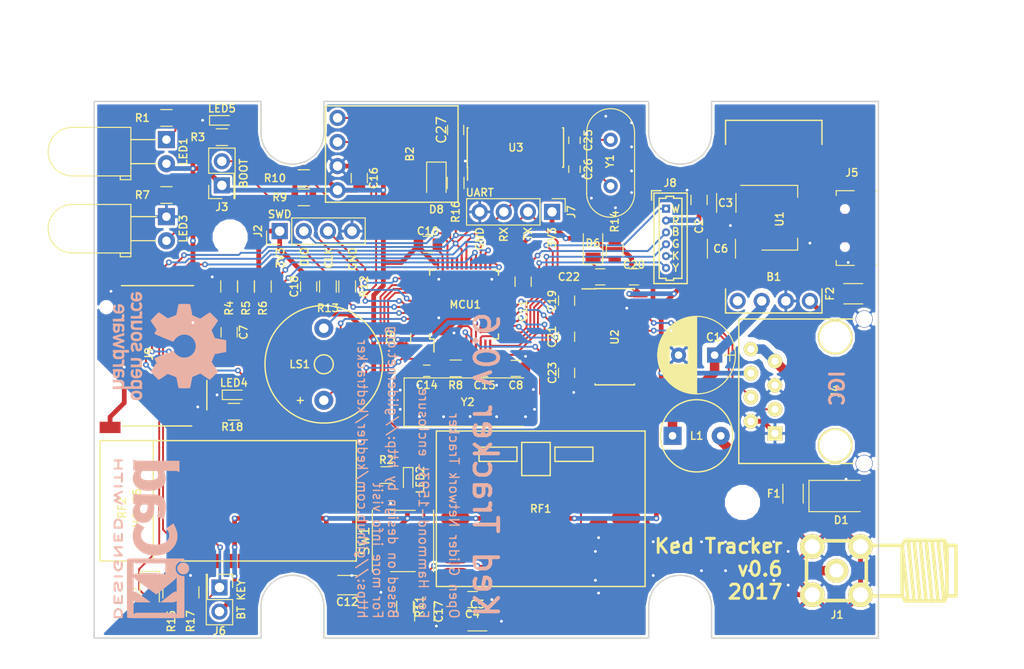
<source format=kicad_pcb>
(kicad_pcb (version 4) (host pcbnew 4.0.6+dfsg1-1)
  (title_block (title "Ked Tracker") (date 2017-12-16) (rev 0.6) (comment 1 "PCB for HAMMOND-1593L enclosure") (comment 2 "Open Glider Network Tracker"))
  (layers (0 F.Cu signal) (31 B.Cu signal) (34 B.Paste user) (35 F.Paste user) (36 B.SilkS user hide) (37 F.SilkS user) (38 B.Mask user) (39 F.Mask user) (44 Edge.Cuts user))
  (net 0 "")
  (net 1 3.3V)
  (net 2 5V)
  (net 3 /GPS_ENABLE)
  (net 4 /GPS_PPS)
  (net 5 /GPS_TXD)
  (net 6 /GPS_RXD)
  (net 7 Earth)
  (net 8 /SPI_SELECT)
  (net 9 /SPI_CLOCK)
  (net 10 /SPI_MISO)
  (net 11 /SPI_MOSI)
  (net 12 +12V)
  (net 13 /ANT)
  (net 14 /CON1_RXD)
  (net 15 /BARO_SCL)
  (net 16 /BARO_SDA)
  (net 17 /SUP_CLEAN)
  (net 18 /SD_MOSI)
  (net 19 /SD_MISO)
  (net 20 /SD_SCK)
  (net 21 /SD_CS)
  (net 22 /CON1_TXD)
  (net 23 /Console/BT_STATUS)
  (net 24 /BUZ_IN)
  (net 25 /BUZ_OUT)
  (net 26 /Console/USB_XI)
  (net 27 /Console/USB_XO)
  (net 28 /Console/USB_TX)
  (net 29 /Console/MAX232_TX)
  (net 30 /Console/RS232_RX)
  (net 31 /Console/RS232_TX)
  (net 32 /SUP_PROT)
  (net 33 /5V_PROT)
  (net 34 /OSCIN)
  (net 35 /OSCOUT)
  (net 36 /RESET)
  (net 37 "Net-(C19-Pad1)")
  (net 38 "Net-(C19-Pad2)")
  (net 39 "Net-(C21-Pad1)")
  (net 40 "Net-(C21-Pad2)")
  (net 41 "Net-(C22-Pad2)")
  (net 42 "Net-(C23-Pad2)")
  (net 43 /STAT_LED)
  (net 44 /SWDIO)
  (net 45 /SWDCLK)
  (net 46 /BOOT0)
  (net 47 /Console/CON_USB_D+)
  (net 48 /Console/CON_USB_D-)
  (net 49 /Console/BT_KEY)
  (net 50 "Net-(J3-Pad2)")
  (net 51 "Net-(LED1-Pad1)")
  (net 52 "Net-(LED2-Pad1)")
  (net 53 "Net-(LED4-Pad2)")
  (net 54 "Net-(LED5-Pad2)")
  (net 55 Earth_Protective)
  (net 56 /RF_AUXSTAT)
  (net 57 /RF_IRQ)
  (net 58 /RF_RESET)
  (net 59 /Console/BT_PAIRED)
  (net 60 "Net-(D7-Pad1)")
  (net 61 "Net-(LED3-Pad2)")
  (module Mounting_Holes:MountingHole_3.2mm_M3 (layer F.Cu) (at 114.33 57.69)
    (fp_text reference REF** hide)
    (fp_text value MountingHole_3.2mm_M3 hide)
    (pad 1 np_thru_hole circle (at 0 0) (size 3.2 3.2) (drill 3.2) (layers *.Cu *.Mask))
  )
  (module Mounting_Holes:MountingHole_3.2mm_M3 (layer F.Cu) (at 168.33 85.69)
    (fp_text reference REF** hide)
    (fp_text value MountingHole_3.2mm_M3 hide)
    (pad 1 np_thru_hole circle (at 0 0) (size 3.2 3.2) (drill 3.2) (layers *.Cu *.Mask))
  )
  (module Capacitors_ThroughHole:CP_Radial_D8.0mm_P3.80mm (layer F.Cu) (at 165.395 70.155 180)
    (fp_text reference C1 (at 0.117 1.905 180) (layer F.SilkS) (effects (font (size 0.8 0.8))))
    (fp_text value 330uF)
    (pad 1 thru_hole rect (at 0 0 180) (size 1.6 1.6) (drill 0.8) (layers *.Cu *.Mask) (net 17 /SUP_CLEAN))
    (pad 2 thru_hole circle (at 3.8 0 180) (size 1.6 1.6) (drill 0.8) (layers *.Cu *.Mask) (net 7 Earth))
  )
  (module Capacitors_SMD:C_0805 (layer F.Cu) (at 163.754 53.788 90)
    (fp_text reference C2 (at -2.778 0 90) (layer F.SilkS) (effects (font (size 0.8 0.8))))
    (fp_text value 100nF)
    (pad 1 smd rect (at -1 0 90) (size 1 1.25) (layers F.Cu F.Paste F.Mask) (net 33 /5V_PROT))
    (pad 2 smd rect (at 1 0 90) (size 1 1.25) (layers F.Cu F.Paste F.Mask) (net 7 Earth))
  )
  (module Capacitors_SMD:C_1206 (layer F.Cu) (at 166.624 54.102 270)
    (fp_text reference C3 (at 0 0.076 360) (layer F.SilkS) (effects (font (size 0.8 0.8))))
    (fp_text value 1uF)
    (pad 1 smd rect (at -1.5 0 270) (size 1 1.6) (layers F.Cu F.Paste F.Mask) (net 33 /5V_PROT))
    (pad 2 smd rect (at 1.5 0 270) (size 1 1.6) (layers F.Cu F.Paste F.Mask) (net 7 Earth))
  )
  (module Capacitors_SMD:C_0805 (layer F.Cu) (at 139.878 95.936)
    (fp_text reference C4 (at -0.016 1.524) (layer F.SilkS) (effects (font (size 0.8 0.8))))
    (fp_text value 100nF)
    (pad 1 smd rect (at -1 0) (size 1 1.25) (layers F.Cu F.Paste F.Mask) (net 1 3.3V))
    (pad 2 smd rect (at 1 0) (size 1 1.25) (layers F.Cu F.Paste F.Mask) (net 7 Earth))
  )
  (module Capacitors_SMD:C_1206 (layer F.Cu) (at 140.386 98.222)
    (fp_text reference C5 (at 0 -1.778 180) (layer F.SilkS) (effects (font (size 0.8 0.8))))
    (fp_text value 1uF)
    (pad 1 smd rect (at -1.5 0) (size 1 1.6) (layers F.Cu F.Paste F.Mask) (net 1 3.3V))
    (pad 2 smd rect (at 1.5 0) (size 1 1.6) (layers F.Cu F.Paste F.Mask) (net 7 Earth))
  )
  (module Capacitors_SMD:C_1210 (layer F.Cu) (at 166.116 58.928 90)
    (fp_text reference C6 (at 0 -0.076 180) (layer F.SilkS) (effects (font (size 0.8 0.8))))
    (fp_text value 47uF)
    (pad 1 smd rect (at -1.5 0 90) (size 1 2.5) (layers F.Cu F.Paste F.Mask) (net 1 3.3V))
    (pad 2 smd rect (at 1.5 0 90) (size 1 2.5) (layers F.Cu F.Paste F.Mask) (net 7 Earth))
  )
  (module Capacitors_SMD:C_0805 (layer F.Cu) (at 114.224 67.742 90)
    (fp_text reference C7 (at 0 1.524 90) (layer F.SilkS) (effects (font (size 0.8 0.8))))
    (fp_text value 100nF)
    (pad 1 smd rect (at -1 0 90) (size 1 1.25) (layers F.Cu F.Paste F.Mask) (net 1 3.3V))
    (pad 2 smd rect (at 1 0 90) (size 1 1.25) (layers F.Cu F.Paste F.Mask) (net 7 Earth))
  )
  (module Capacitors_SMD:C_0805 (layer F.Cu) (at 144.45 71.552)
    (fp_text reference C8 (at 0 1.778) (layer F.SilkS) (effects (font (size 0.8 0.8))))
    (fp_text value 100nF)
    (pad 1 smd rect (at -1 0) (size 1 1.25) (layers F.Cu F.Paste F.Mask) (net 1 3.3V))
    (pad 2 smd rect (at 1 0) (size 1 1.25) (layers F.Cu F.Paste F.Mask) (net 7 Earth))
  )
  (module Capacitors_SMD:C_0805 (layer F.Cu) (at 132.512 68.377 270)
    (fp_text reference C9 (at -0.127 1.27 270) (layer F.SilkS) (effects (font (size 0.8 0.8))))
    (fp_text value 100nF)
    (pad 1 smd rect (at -1 0 270) (size 1 1.25) (layers F.Cu F.Paste F.Mask) (net 7 Earth))
    (pad 2 smd rect (at 1 0 270) (size 1 1.25) (layers F.Cu F.Paste F.Mask) (net 1 3.3V))
  )
  (module Capacitors_SMD:C_0805 (layer F.Cu) (at 135.179 58.471 180)
    (fp_text reference C10 (at 0 1.397 180) (layer F.SilkS) (effects (font (size 0.8 0.8))))
    (fp_text value 100nF)
    (pad 1 smd rect (at -1 0 180) (size 1 1.25) (layers F.Cu F.Paste F.Mask) (net 7 Earth))
    (pad 2 smd rect (at 1 0 180) (size 1 1.25) (layers F.Cu F.Paste F.Mask) (net 1 3.3V))
  )
  (module Capacitors_SMD:C_0805 (layer F.Cu) (at 145.212 62.408 90)
    (fp_text reference C11 (at -3.048 0 90) (layer F.SilkS) (effects (font (size 0.8 0.8))))
    (fp_text value 100nF)
    (pad 1 smd rect (at -1 0 90) (size 1 1.25) (layers F.Cu F.Paste F.Mask) (net 7 Earth))
    (pad 2 smd rect (at 1 0 90) (size 1 1.25) (layers F.Cu F.Paste F.Mask) (net 1 3.3V))
  )
  (module Capacitors_SMD:C_1206 (layer F.Cu) (at 126.67 94.412)
    (fp_text reference C12 (at 0 1.778 180) (layer F.SilkS) (effects (font (size 0.8 0.8))))
    (fp_text value 1uF)
    (pad 1 smd rect (at -1.5 0) (size 1 1.6) (layers F.Cu F.Paste F.Mask) (net 1 3.3V))
    (pad 2 smd rect (at 1.5 0) (size 1 1.6) (layers F.Cu F.Paste F.Mask) (net 7 Earth))
  )
  (module Capacitors_SMD:C_0603 (layer F.Cu) (at 135.052 71.806 180)
    (fp_text reference C14 (at 0 -1.5 180) (layer F.SilkS) (effects (font (size 0.8 0.8))))
    (fp_text value 22pF)
    (pad 1 smd rect (at -0.75 0 180) (size 0.8 0.75) (layers F.Cu F.Paste F.Mask) (net 34 /OSCIN))
    (pad 2 smd rect (at 0.75 0 180) (size 0.8 0.75) (layers F.Cu F.Paste F.Mask) (net 55 Earth_Protective))
  )
  (module Capacitors_SMD:C_0603 (layer F.Cu) (at 141.148 71.806)
    (fp_text reference C15 (at 0 1.524) (layer F.SilkS) (effects (font (size 0.8 0.8))))
    (fp_text value 22pF)
    (pad 1 smd rect (at -0.75 0) (size 0.8 0.75) (layers F.Cu F.Paste F.Mask) (net 35 /OSCOUT))
    (pad 2 smd rect (at 0.75 0) (size 0.8 0.75) (layers F.Cu F.Paste F.Mask) (net 55 Earth_Protective))
  )
  (module Capacitors_SMD:C_0805 (layer F.Cu) (at 127.94 51.486 90)
    (fp_text reference C16 (at 0 1.524 90) (layer F.SilkS) (effects (font (size 0.8 0.8))))
    (fp_text value 100nF)
    (pad 1 smd rect (at -1 0 90) (size 1 1.25) (layers F.Cu F.Paste F.Mask) (net 1 3.3V))
    (pad 2 smd rect (at 1 0 90) (size 1 1.25) (layers F.Cu F.Paste F.Mask) (net 7 Earth))
  )
  (module Capacitors_SMD:C_1206 (layer F.Cu) (at 134.798 97.206 270)
    (fp_text reference C17 (at 0 -1.524 270) (layer F.SilkS) (effects (font (size 0.8 0.8))))
    (fp_text value 1uF)
    (pad 1 smd rect (at -1.5 0 270) (size 1 1.6) (layers F.Cu F.Paste F.Mask) (net 36 /RESET))
    (pad 2 smd rect (at 1.5 0 270) (size 1 1.6) (layers F.Cu F.Paste F.Mask) (net 7 Earth))
  )
  (module Capacitors_SMD:C_0805 (layer F.Cu) (at 122.606 62.916 270)
    (fp_text reference C18 (at 0 1.524 270) (layer F.SilkS) (effects (font (size 0.8 0.8))))
    (fp_text value 100nF)
    (pad 1 smd rect (at -1 0 270) (size 1 1.25) (layers F.Cu F.Paste F.Mask) (net 1 3.3V))
    (pad 2 smd rect (at 1 0 270) (size 1 1.25) (layers F.Cu F.Paste F.Mask) (net 7 Earth))
  )
  (module Capacitors_SMD:C_0805 (layer F.Cu) (at 149.790654 64.406144 270)
    (fp_text reference C19 (at 0.033856 1.530654 270) (layer F.SilkS) (effects (font (size 0.8 0.8))))
    (fp_text value 100nF)
    (pad 1 smd rect (at -1 0 270) (size 1 1.25) (layers F.Cu F.Paste F.Mask) (net 37 "Net-(C19-Pad1)"))
    (pad 2 smd rect (at 1 0 270) (size 1 1.25) (layers F.Cu F.Paste F.Mask) (net 38 "Net-(C19-Pad2)"))
  )
  (module Capacitors_SMD:C_0805 (layer F.Cu) (at 156.896 61.9 180)
    (fp_text reference C20 (at 0 1.27 180) (layer F.SilkS) (effects (font (size 0.8 0.8))))
    (fp_text value 100nF)
    (pad 1 smd rect (at -1 0 180) (size 1 1.25) (layers F.Cu F.Paste F.Mask) (net 7 Earth))
    (pad 2 smd rect (at 1 0 180) (size 1 1.25) (layers F.Cu F.Paste F.Mask) (net 1 3.3V))
  )
  (module Capacitors_SMD:C_0805 (layer F.Cu) (at 149.790654 68.216144 270)
    (fp_text reference C21 (at 0 1.530654 270) (layer F.SilkS) (effects (font (size 0.8 0.8))))
    (fp_text value 100nF)
    (pad 1 smd rect (at -1 0 270) (size 1 1.25) (layers F.Cu F.Paste F.Mask) (net 39 "Net-(C21-Pad1)"))
    (pad 2 smd rect (at 1 0 270) (size 1 1.25) (layers F.Cu F.Paste F.Mask) (net 40 "Net-(C21-Pad2)"))
  )
  (module Capacitors_SMD:C_0805 (layer F.Cu) (at 153.34 61.9 180)
    (fp_text reference C22 (at 3.302 0 180) (layer F.SilkS) (effects (font (size 0.8 0.8))))
    (fp_text value 100nF)
    (pad 1 smd rect (at -1 0 180) (size 1 1.25) (layers F.Cu F.Paste F.Mask) (net 1 3.3V))
    (pad 2 smd rect (at 1 0 180) (size 1 1.25) (layers F.Cu F.Paste F.Mask) (net 41 "Net-(C22-Pad2)"))
  )
  (module Capacitors_SMD:C_0805 (layer F.Cu) (at 149.790654 72.026144 90)
    (fp_text reference C23 (at 0 -1.5 90) (layer F.SilkS) (effects (font (size 0.8 0.8))))
    (fp_text value 100nF)
    (pad 1 smd rect (at -1 0 90) (size 1 1.25) (layers F.Cu F.Paste F.Mask) (net 7 Earth))
    (pad 2 smd rect (at 1 0 90) (size 1 1.25) (layers F.Cu F.Paste F.Mask) (net 42 "Net-(C23-Pad2)"))
  )
  (module Capacitors_SMD:C_0603 (layer F.Cu) (at 150.622 47.498 270)
    (fp_text reference C25 (at 0 -1.448 270) (layer F.SilkS) (effects (font (size 0.8 0.8))))
    (fp_text value 22pF)
    (pad 1 smd rect (at -0.75 0 270) (size 0.8 0.75) (layers F.Cu F.Paste F.Mask) (net 7 Earth))
    (pad 2 smd rect (at 0.75 0 270) (size 0.8 0.75) (layers F.Cu F.Paste F.Mask) (net 26 /Console/USB_XI))
  )
  (module Capacitors_SMD:C_0603 (layer F.Cu) (at 150.622 50.546 90)
    (fp_text reference C26 (at 0 1.448 90) (layer F.SilkS) (effects (font (size 0.8 0.8))))
    (fp_text value 22pF)
    (pad 1 smd rect (at -0.75 0 90) (size 0.8 0.75) (layers F.Cu F.Paste F.Mask) (net 7 Earth))
    (pad 2 smd rect (at 0.75 0 90) (size 0.8 0.75) (layers F.Cu F.Paste F.Mask) (net 27 /Console/USB_XO))
  )
  (module Housings_QFP:LQFP-48_7x7mm_Pitch0.5mm (layer F.Cu) (at 138.989 64.821 90)
    (fp_text reference MCU1 (at 0 0.127 180) (layer F.SilkS) (effects (font (size 0.8 0.8))))
    (fp_text value STM32F103)
    (pad 1 smd rect (at -4.35 -2.75 90) (size 1.3 0.25) (layers F.Cu F.Paste F.Mask))
    (pad 2 smd rect (at -4.35 -2.25 90) (size 1.3 0.25) (layers F.Cu F.Paste F.Mask) (net 43 /STAT_LED))
    (pad 3 smd rect (at -4.35 -1.75 90) (size 1.3 0.25) (layers F.Cu F.Paste F.Mask))
    (pad 4 smd rect (at -4.35 -1.25 90) (size 1.3 0.25) (layers F.Cu F.Paste F.Mask) (net 55 Earth_Protective))
    (pad 5 smd rect (at -4.35 -0.75 90) (size 1.3 0.25) (layers F.Cu F.Paste F.Mask) (net 34 /OSCIN))
    (pad 6 smd rect (at -4.35 -0.25 90) (size 1.3 0.25) (layers F.Cu F.Paste F.Mask) (net 35 /OSCOUT))
    (pad 7 smd rect (at -4.35 0.25 90) (size 1.3 0.25) (layers F.Cu F.Paste F.Mask) (net 36 /RESET))
    (pad 8 smd rect (at -4.35 0.75 90) (size 1.3 0.25) (layers F.Cu F.Paste F.Mask) (net 55 Earth_Protective))
    (pad 9 smd rect (at -4.35 1.25 90) (size 1.3 0.25) (layers F.Cu F.Paste F.Mask) (net 1 3.3V))
    (pad 10 smd rect (at -4.35 1.75 90) (size 1.3 0.25) (layers F.Cu F.Paste F.Mask) (net 3 /GPS_ENABLE))
    (pad 11 smd rect (at -4.35 2.25 90) (size 1.3 0.25) (layers F.Cu F.Paste F.Mask) (net 4 /GPS_PPS))
    (pad 12 smd rect (at -4.35 2.75 90) (size 1.3 0.25) (layers F.Cu F.Paste F.Mask) (net 5 /GPS_TXD))
    (pad 13 smd rect (at -2.75 4.35 180) (size 1.3 0.25) (layers F.Cu F.Paste F.Mask) (net 6 /GPS_RXD))
    (pad 14 smd rect (at -2.25 4.35 180) (size 1.3 0.25) (layers F.Cu F.Paste F.Mask) (net 8 /SPI_SELECT))
    (pad 15 smd rect (at -1.75 4.35 180) (size 1.3 0.25) (layers F.Cu F.Paste F.Mask) (net 9 /SPI_CLOCK))
    (pad 16 smd rect (at -1.25 4.35 180) (size 1.3 0.25) (layers F.Cu F.Paste F.Mask) (net 10 /SPI_MISO))
    (pad 17 smd rect (at -0.75 4.35 180) (size 1.3 0.25) (layers F.Cu F.Paste F.Mask) (net 11 /SPI_MOSI))
    (pad 18 smd rect (at -0.25 4.35 180) (size 1.3 0.25) (layers F.Cu F.Paste F.Mask))
    (pad 19 smd rect (at 0.25 4.35 180) (size 1.3 0.25) (layers F.Cu F.Paste F.Mask))
    (pad 20 smd rect (at 0.75 4.35 180) (size 1.3 0.25) (layers F.Cu F.Paste F.Mask))
    (pad 21 smd rect (at 1.25 4.35 180) (size 1.3 0.25) (layers F.Cu F.Paste F.Mask))
    (pad 22 smd rect (at 1.75 4.35 180) (size 1.3 0.25) (layers F.Cu F.Paste F.Mask))
    (pad 23 smd rect (at 2.25 4.35 180) (size 1.3 0.25) (layers F.Cu F.Paste F.Mask) (net 7 Earth))
    (pad 24 smd rect (at 2.75 4.35 180) (size 1.3 0.25) (layers F.Cu F.Paste F.Mask) (net 1 3.3V))
    (pad 25 smd rect (at 4.35 2.75 90) (size 1.3 0.25) (layers F.Cu F.Paste F.Mask) (net 21 /SD_CS))
    (pad 26 smd rect (at 4.35 2.25 90) (size 1.3 0.25) (layers F.Cu F.Paste F.Mask) (net 20 /SD_SCK))
    (pad 27 smd rect (at 4.35 1.75 90) (size 1.3 0.25) (layers F.Cu F.Paste F.Mask) (net 19 /SD_MISO))
    (pad 28 smd rect (at 4.35 1.25 90) (size 1.3 0.25) (layers F.Cu F.Paste F.Mask) (net 18 /SD_MOSI))
    (pad 29 smd rect (at 4.35 0.75 90) (size 1.3 0.25) (layers F.Cu F.Paste F.Mask))
    (pad 30 smd rect (at 4.35 0.25 90) (size 1.3 0.25) (layers F.Cu F.Paste F.Mask) (net 22 /CON1_TXD))
    (pad 31 smd rect (at 4.35 -0.25 90) (size 1.3 0.25) (layers F.Cu F.Paste F.Mask) (net 14 /CON1_RXD))
    (pad 32 smd rect (at 4.35 -0.75 90) (size 1.3 0.25) (layers F.Cu F.Paste F.Mask))
    (pad 33 smd rect (at 4.35 -1.25 90) (size 1.3 0.25) (layers F.Cu F.Paste F.Mask))
    (pad 34 smd rect (at 4.35 -1.75 90) (size 1.3 0.25) (layers F.Cu F.Paste F.Mask) (net 44 /SWDIO))
    (pad 35 smd rect (at 4.35 -2.25 90) (size 1.3 0.25) (layers F.Cu F.Paste F.Mask) (net 7 Earth))
    (pad 36 smd rect (at 4.35 -2.75 90) (size 1.3 0.25) (layers F.Cu F.Paste F.Mask) (net 1 3.3V))
    (pad 37 smd rect (at 2.75 -4.35 180) (size 1.3 0.25) (layers F.Cu F.Paste F.Mask) (net 45 /SWDCLK))
    (pad 38 smd rect (at 2.25 -4.35 180) (size 1.3 0.25) (layers F.Cu F.Paste F.Mask))
    (pad 39 smd rect (at 1.75 -4.35 180) (size 1.3 0.25) (layers F.Cu F.Paste F.Mask) (net 56 /RF_AUXSTAT))
    (pad 40 smd rect (at 1.25 -4.35 180) (size 1.3 0.25) (layers F.Cu F.Paste F.Mask) (net 57 /RF_IRQ))
    (pad 41 smd rect (at 0.75 -4.35 180) (size 1.3 0.25) (layers F.Cu F.Paste F.Mask) (net 58 /RF_RESET))
    (pad 42 smd rect (at 0.25 -4.35 180) (size 1.3 0.25) (layers F.Cu F.Paste F.Mask) (net 15 /BARO_SCL))
    (pad 43 smd rect (at -0.25 -4.35 180) (size 1.3 0.25) (layers F.Cu F.Paste F.Mask) (net 16 /BARO_SDA))
    (pad 44 smd rect (at -0.75 -4.35 180) (size 1.3 0.25) (layers F.Cu F.Paste F.Mask) (net 46 /BOOT0))
    (pad 45 smd rect (at -1.25 -4.35 180) (size 1.3 0.25) (layers F.Cu F.Paste F.Mask) (net 25 /BUZ_OUT))
    (pad 46 smd rect (at -1.75 -4.35 180) (size 1.3 0.25) (layers F.Cu F.Paste F.Mask) (net 24 /BUZ_IN))
    (pad 47 smd rect (at -2.25 -4.35 180) (size 1.3 0.25) (layers F.Cu F.Paste F.Mask) (net 7 Earth))
    (pad 48 smd rect (at -2.75 -4.35 180) (size 1.3 0.25) (layers F.Cu F.Paste F.Mask) (net 1 3.3V))
  )
  (module Diodes_SMD:D_SMA_Standard (layer F.Cu) (at 178.74 85.014)
    (fp_text reference D1 (at 0 2.54 180) (layer F.SilkS) (effects (font (size 0.8 0.8))))
    (fp_text value SS14)
    (pad 1 smd rect (at -2 0) (size 2.5 1.8) (layers F.Cu F.Paste F.Mask) (net 32 /SUP_PROT))
    (pad 2 smd rect (at 2 0) (size 2.5 1.8) (layers F.Cu F.Paste F.Mask) (net 7 Earth))
  )
  (module Diodes_SMD:D_1206 (layer F.Cu) (at 152.578 58.344 90)
    (fp_text reference D6 (at 0 0 180) (layer F.SilkS) (effects (font (size 0.8 0.8))))
    (fp_text value 1N4148)
    (pad 1 smd rect (at -1.5 0 90) (size 1 1.6) (layers F.Cu F.Paste F.Mask) (net 29 /Console/MAX232_TX))
    (pad 2 smd rect (at 1.5 0 90) (size 1 1.6) (layers F.Cu F.Paste F.Mask) (net 14 /CON1_RXD))
  )
  (module Diodes_SMD:D_1206 (layer F.Cu) (at 105.842 95.174 270)
    (fp_text reference D7 (at 0 1.778 270) (layer F.SilkS) (effects (font (size 0.8 0.8))))
    (fp_text value 1N4148)
    (pad 1 smd rect (at -1.5 0 270) (size 1 1.6) (layers F.Cu F.Paste F.Mask) (net 60 "Net-(D7-Pad1)"))
    (pad 2 smd rect (at 1.5 0 270) (size 1 1.6) (layers F.Cu F.Paste F.Mask) (net 14 /CON1_RXD))
  )
  (module Diodes_SMD:D_1206 (layer F.Cu) (at 136.068 51.994 270)
    (fp_text reference D8 (at 2.794 0 360) (layer F.SilkS) (effects (font (size 0.8 0.8))))
    (fp_text value 1N4148)
    (pad 1 smd rect (at -1.5 0 270) (size 1 1.6) (layers F.Cu F.Paste F.Mask) (net 28 /Console/USB_TX))
    (pad 2 smd rect (at 1.5 0 270) (size 1 1.6) (layers F.Cu F.Paste F.Mask) (net 14 /CON1_RXD))
  )
  (module Fuse_Holders_and_Fuses:Fuse_SMD1206_Reflow (layer F.Cu) (at 173.66 84.76 270)
    (fp_text reference F1 (at 0 2.032 360) (layer F.SilkS) (effects (font (size 0.8 0.8))))
    (fp_text value 0.2A)
    (pad 1 smd rect (at -1.2 0) (size 2.03 1.14) (layers F.Cu F.Paste F.Mask) (net 12 +12V))
    (pad 2 smd rect (at 1.2 0) (size 2.03 1.14) (layers F.Cu F.Paste F.Mask) (net 32 /SUP_PROT))
  )
  (module Fuse_Holders_and_Fuses:Fuse_SMD1206_Reflow (layer F.Cu) (at 180.01 63.678 180)
    (fp_text reference F2 (at 2.464 0 450) (layer F.SilkS) (effects (font (size 0.8 0.8))))
    (fp_text value 0.5A)
    (pad 1 smd rect (at -1.2 0 270) (size 2.03 1.14) (layers F.Cu F.Paste F.Mask) (net 2 5V))
    (pad 2 smd rect (at 1.2 0 270) (size 2.03 1.14) (layers F.Cu F.Paste F.Mask) (net 33 /5V_PROT))
  )
  (module "Ked Tracker:USB_Micro" (layer F.Cu) (at 179.93 56.75 180)
    (fp_text reference J5 (at 0.07 5.84 360) (layer F.SilkS) (effects (font (size 0.8 0.8))))
    (fp_text value "Micro USB")
    (pad 1 smd rect (at 1.33 -1.3 180) (size 1.35 0.4) (layers F.Cu F.Paste F.Mask) (net 2 5V) (clearance 0.2))
    (pad 2 smd rect (at 1.33 -0.65 180) (size 1.35 0.4) (layers F.Cu F.Paste F.Mask) (net 48 /Console/CON_USB_D-))
    (pad 3 smd rect (at 1.33 0 180) (size 1.35 0.4) (layers F.Cu F.Paste F.Mask) (net 47 /Console/CON_USB_D+))
    (pad 4 smd rect (at 1.33 0.65 180) (size 1.35 0.4) (layers F.Cu F.Paste F.Mask) (net 7 Earth))
    (pad 5 smd rect (at 1.33 1.3 180) (size 1.35 0.4) (layers F.Cu F.Paste F.Mask) (net 7 Earth) (clearance 0.2))
    (pad 6 smd rect (at -1.35 -3.95 180) (size 1.9 1.9) (layers F.Cu F.Paste F.Mask) (net 7 Earth))
    (pad 6 smd rect (at -1.35 3.95 180) (size 1.9 1.9) (layers F.Cu F.Paste F.Mask) (net 7 Earth))
    (pad 6 smd rect (at -1.35 -1.2 180) (size 1.9 1.9) (layers F.Cu F.Paste F.Mask) (net 7 Earth))
    (pad 6 smd rect (at -1.35 1.2 180) (size 1.9 1.9) (layers F.Cu F.Paste F.Mask) (net 7 Earth))
    (pad "" np_thru_hole circle (at 0.8 -2 180) (size 0.55 0.55) (drill 0.55) (layers *.Cu) (clearance 0.1))
    (pad "" np_thru_hole circle (at 0.8 2 180) (size 0.55 0.55) (drill 0.55) (layers *.Cu) (clearance 0.1))
  )
  (module Inductors:INDUCTOR_V (layer F.Cu) (at 163.5 78.664)
    (fp_text reference L1 (at 0 0) (layer F.SilkS) (effects (font (size 0.8 0.8))))
    (fp_text value 1uH)
    (pad 1 thru_hole rect (at -2.54 0) (size 1.905 1.905) (drill 0.8128) (layers *.Cu *.Mask) (net 17 /SUP_CLEAN))
    (pad 2 thru_hole circle (at 2.54 0) (size 1.905 1.905) (drill 0.8128) (layers *.Cu *.Mask) (net 32 /SUP_PROT))
  )
  (module Buzzers_Beepers:Buzzer_12x9.5RM7.6 (layer F.Cu) (at 124.206 71.12 90)
    (fp_text reference LS1 (at 0 -2.54 180) (layer F.SilkS) (effects (font (size 0.8 0.8))))
    (fp_text value BUZZER)
    (fp_text user + (at -3.81 -2.54 90) (layer F.SilkS) (effects (font (size 0.8 0.8))))
    (pad 1 thru_hole circle (at -3.79984 0 90) (size 2 2) (drill 1.00076) (layers *.Cu *.Mask) (net 24 /BUZ_IN))
    (pad 2 thru_hole circle (at 3.79984 0 90) (size 2 2) (drill 1.00076) (layers *.Cu *.Mask) (net 25 /BUZ_OUT))
  )
  (module Resistors_SMD:R_0805 (layer F.Cu) (at 107.62 45.136)
    (fp_text reference R1 (at -2.54 0) (layer F.SilkS) (effects (font (size 0.8 0.8))))
    (fp_text value 100)
    (pad 1 smd rect (at -0.95 0) (size 0.7 1.3) (layers F.Cu F.Paste F.Mask) (net 43 /STAT_LED))
    (pad 2 smd rect (at 0.95 0) (size 0.7 1.3) (layers F.Cu F.Paste F.Mask) (net 51 "Net-(LED1-Pad1)"))
  )
  (module Resistors_SMD:R_0805 (layer F.Cu) (at 130.81 82.804)
    (fp_text reference R2 (at 0 -1.6) (layer F.SilkS) (effects (font (size 0.8 0.8))))
    (fp_text value 520)
    (pad 1 smd rect (at -0.95 0) (size 0.7 1.3) (layers F.Cu F.Paste F.Mask) (net 43 /STAT_LED))
    (pad 2 smd rect (at 0.95 0) (size 0.7 1.3) (layers F.Cu F.Paste F.Mask) (net 52 "Net-(LED2-Pad1)"))
  )
  (module Resistors_SMD:R_0805 (layer F.Cu) (at 113.462 47.168)
    (fp_text reference R3 (at -2.54 0) (layer F.SilkS) (effects (font (size 0.8 0.8))))
    (fp_text value 520)
    (pad 1 smd rect (at -0.95 0) (size 0.7 1.3) (layers F.Cu F.Paste F.Mask) (net 1 3.3V))
    (pad 2 smd rect (at 0.95 0) (size 0.7 1.3) (layers F.Cu F.Paste F.Mask) (net 54 "Net-(LED5-Pad2)"))
  )
  (module Resistors_SMD:R_0805 (layer F.Cu) (at 114.224 62.916 270)
    (fp_text reference R4 (at 2.286 0 270) (layer F.SilkS) (effects (font (size 0.8 0.8))))
    (fp_text value 10K)
    (pad 1 smd rect (at -0.95 0 270) (size 0.7 1.3) (layers F.Cu F.Paste F.Mask) (net 1 3.3V))
    (pad 2 smd rect (at 0.95 0 270) (size 0.7 1.3) (layers F.Cu F.Paste F.Mask) (net 20 /SD_SCK))
  )
  (module Resistors_SMD:R_0805 (layer F.Cu) (at 116.002 62.916 270)
    (fp_text reference R5 (at 2.286 0 270) (layer F.SilkS) (effects (font (size 0.8 0.8))))
    (fp_text value 10K)
    (pad 1 smd rect (at -0.95 0 270) (size 0.7 1.3) (layers F.Cu F.Paste F.Mask) (net 1 3.3V))
    (pad 2 smd rect (at 0.95 0 270) (size 0.7 1.3) (layers F.Cu F.Paste F.Mask) (net 18 /SD_MOSI))
  )
  (module Resistors_SMD:R_0805 (layer F.Cu) (at 117.78 62.916 270)
    (fp_text reference R6 (at 2.286 0 270) (layer F.SilkS) (effects (font (size 0.8 0.8))))
    (fp_text value 10K)
    (pad 1 smd rect (at -0.95 0 270) (size 0.7 1.3) (layers F.Cu F.Paste F.Mask) (net 1 3.3V))
    (pad 2 smd rect (at 0.95 0 270) (size 0.7 1.3) (layers F.Cu F.Paste F.Mask) (net 21 /SD_CS))
  )
  (module Resistors_SMD:R_0805 (layer F.Cu) (at 107.62 53.264)
    (fp_text reference R7 (at -2.54 0) (layer F.SilkS) (effects (font (size 0.8 0.8))))
    (fp_text value 820)
    (pad 1 smd rect (at -0.95 0) (size 0.7 1.3) (layers F.Cu F.Paste F.Mask) (net 59 /Console/BT_PAIRED))
    (pad 2 smd rect (at 0.95 0) (size 0.7 1.3) (layers F.Cu F.Paste F.Mask) (net 61 "Net-(LED3-Pad2)"))
  )
  (module Resistors_SMD:R_0805 (layer F.Cu) (at 138.1 71.552)
    (fp_text reference R8 (at 0 1.778 180) (layer F.SilkS) (effects (font (size 0.8 0.8))))
    (fp_text value 1M)
    (pad 1 smd rect (at -0.95 0) (size 0.7 1.3) (layers F.Cu F.Paste F.Mask) (net 34 /OSCIN))
    (pad 2 smd rect (at 0.95 0) (size 0.7 1.3) (layers F.Cu F.Paste F.Mask) (net 35 /OSCOUT))
  )
  (module Resistors_SMD:R_0805 (layer F.Cu) (at 122.098 53.518 180)
    (fp_text reference R9 (at 2.54 0 180) (layer F.SilkS) (effects (font (size 0.8 0.8))))
    (fp_text value 10K)
    (pad 1 smd rect (at -0.95 0 180) (size 0.7 1.3) (layers F.Cu F.Paste F.Mask) (net 16 /BARO_SDA))
    (pad 2 smd rect (at 0.95 0 180) (size 0.7 1.3) (layers F.Cu F.Paste F.Mask) (net 1 3.3V))
  )
  (module Resistors_SMD:R_0805 (layer F.Cu) (at 122.098 51.486 180)
    (fp_text reference R10 (at 3.048 0 180) (layer F.SilkS) (effects (font (size 0.8 0.8))))
    (fp_text value 10K)
    (pad 1 smd rect (at -0.95 0 180) (size 0.7 1.3) (layers F.Cu F.Paste F.Mask) (net 15 /BARO_SCL))
    (pad 2 smd rect (at 0.95 0 180) (size 0.7 1.3) (layers F.Cu F.Paste F.Mask) (net 1 3.3V))
  )
  (module Resistors_SMD:R_0805 (layer F.Cu) (at 132.766 96.698 90)
    (fp_text reference R11 (at 0 1.524 90) (layer F.SilkS) (effects (font (size 0.8 0.8))))
    (fp_text value 10K)
    (pad 1 smd rect (at -0.95 0 90) (size 0.7 1.3) (layers F.Cu F.Paste F.Mask) (net 1 3.3V))
    (pad 2 smd rect (at 0.95 0 90) (size 0.7 1.3) (layers F.Cu F.Paste F.Mask) (net 36 /RESET))
  )
  (module Resistors_SMD:R_0805 (layer F.Cu) (at 126.67 62.916 270)
    (fp_text reference R12 (at 0 -1.778 270) (layer F.SilkS) (effects (font (size 0.8 0.8))))
    (fp_text value 10K)
    (pad 1 smd rect (at -0.95 0 270) (size 0.7 1.3) (layers F.Cu F.Paste F.Mask) (net 50 "Net-(J3-Pad2)"))
    (pad 2 smd rect (at 0.95 0 270) (size 0.7 1.3) (layers F.Cu F.Paste F.Mask) (net 46 /BOOT0))
  )
  (module Resistors_SMD:R_0805 (layer F.Cu) (at 124.638 62.916 270)
    (fp_text reference R13 (at 2.286 0 360) (layer F.SilkS) (effects (font (size 0.8 0.8))))
    (fp_text value 10K)
    (pad 1 smd rect (at -0.95 0 270) (size 0.7 1.3) (layers F.Cu F.Paste F.Mask) (net 50 "Net-(J3-Pad2)"))
    (pad 2 smd rect (at 0.95 0 270) (size 0.7 1.3) (layers F.Cu F.Paste F.Mask) (net 7 Earth))
  )
  (module Resistors_SMD:R_0805 (layer F.Cu) (at 154.864 59.106 90)
    (fp_text reference R14 (at 3.048 0 90) (layer F.SilkS) (effects (font (size 0.8 0.8))))
    (fp_text value 10K)
    (pad 1 smd rect (at -0.95 0 90) (size 0.7 1.3) (layers F.Cu F.Paste F.Mask) (net 29 /Console/MAX232_TX))
    (pad 2 smd rect (at 0.95 0 90) (size 0.7 1.3) (layers F.Cu F.Paste F.Mask) (net 14 /CON1_RXD))
  )
  (module Resistors_SMD:R_0805 (layer F.Cu) (at 108.128 95.174 270)
    (fp_text reference R15 (at 3.048 0 270) (layer F.SilkS) (effects (font (size 0.8 0.8))))
    (fp_text value 10K)
    (pad 1 smd rect (at -0.95 0 270) (size 0.7 1.3) (layers F.Cu F.Paste F.Mask) (net 60 "Net-(D7-Pad1)"))
    (pad 2 smd rect (at 0.95 0 270) (size 0.7 1.3) (layers F.Cu F.Paste F.Mask) (net 14 /CON1_RXD))
  )
  (module Resistors_SMD:R_0805 (layer F.Cu) (at 138.1 51.994 90)
    (fp_text reference R16 (at -3.048 0 270) (layer F.SilkS) (effects (font (size 0.8 0.8))))
    (fp_text value 10K)
    (pad 1 smd rect (at -0.95 0 90) (size 0.7 1.3) (layers F.Cu F.Paste F.Mask) (net 14 /CON1_RXD))
    (pad 2 smd rect (at 0.95 0 90) (size 0.7 1.3) (layers F.Cu F.Paste F.Mask) (net 28 /Console/USB_TX))
  )
  (module Resistors_SMD:R_0805 (layer F.Cu) (at 110.16 95.174 270)
    (fp_text reference R17 (at 3.048 0 270) (layer F.SilkS) (effects (font (size 0.8 0.8))))
    (fp_text value 10K)
    (pad 1 smd rect (at -0.95 0 270) (size 0.7 1.3) (layers F.Cu F.Paste F.Mask) (net 7 Earth))
    (pad 2 smd rect (at 0.95 0 270) (size 0.7 1.3) (layers F.Cu F.Paste F.Mask) (net 49 /Console/BT_KEY))
  )
  (module Resistors_SMD:R_0805 (layer F.Cu) (at 114.732 76.124 180)
    (fp_text reference R18 (at 0.178 -1.6 180) (layer F.SilkS) (effects (font (size 0.8 0.8))))
    (fp_text value 520)
    (pad 1 smd rect (at -0.95 0 180) (size 0.7 1.3) (layers F.Cu F.Paste F.Mask) (net 53 "Net-(LED4-Pad2)"))
    (pad 2 smd rect (at 0.95 0 180) (size 0.7 1.3) (layers F.Cu F.Paste F.Mask) (net 23 /Console/BT_STATUS))
  )
  (module TO_SOT_Packages_SMD:SOT-223-3Lead_TabPin2 (layer F.Cu) (at 172.238 55.663)
    (fp_text reference U1 (at 0 0.141 90) (layer F.SilkS) (effects (font (size 0.8 0.8))))
    (fp_text value LM3940)
    (pad 2 smd rect (at 3.15 0) (size 2 3.8) (layers F.Cu F.Paste F.Mask) (net 7 Earth))
    (pad 2 smd rect (at -3.15 0) (size 2 1.5) (layers F.Cu F.Paste F.Mask) (net 7 Earth))
    (pad 3 smd rect (at -3.15 2.3) (size 2 1.5) (layers F.Cu F.Paste F.Mask) (net 1 3.3V))
    (pad 1 smd rect (at -3.15 -2.3) (size 2 1.5) (layers F.Cu F.Paste F.Mask) (net 33 /5V_PROT))
  )
  (module LEDs:LED_D5.0mm_Horizontal_O3.81mm_Z3.0mm (layer F.Cu) (at 107.62 47.422 270)
    (fp_text reference LED1 (at 1.27 -1.778 270) (layer F.SilkS) (effects (font (size 0.8 0.8))))
    (fp_text value GREEN)
    (pad 1 thru_hole rect (at 0 0 270) (size 1.8 1.8) (drill 0.9) (layers *.Cu *.Mask) (net 51 "Net-(LED1-Pad1)"))
    (pad 2 thru_hole circle (at 2.54 0 270) (size 1.8 1.8) (drill 0.9) (layers *.Cu *.Mask) (net 1 3.3V))
  )
  (module LEDs:LED_0603 (layer F.Cu) (at 133.096 83.312 270)
    (fp_text reference LED2 (at 0 -1.27 270) (layer F.SilkS) (effects (font (size 0.8 0.8))))
    (fp_text value YELLOW)
    (pad 2 smd rect (at 0.8 0 90) (size 0.8 0.8) (layers F.Cu F.Paste F.Mask) (net 1 3.3V))
    (pad 1 smd rect (at -0.8 0 90) (size 0.8 0.8) (layers F.Cu F.Paste F.Mask) (net 52 "Net-(LED2-Pad1)"))
  )
  (module LEDs:LED_D5.0mm_Horizontal_O3.81mm_Z3.0mm (layer F.Cu) (at 107.62 55.55 270)
    (fp_text reference LED3 (at 1.27 -1.778 270) (layer F.SilkS) (effects (font (size 0.8 0.8))))
    (fp_text value BLUE)
    (pad 1 thru_hole rect (at 0 0 270) (size 1.8 1.8) (drill 0.9) (layers *.Cu *.Mask) (net 7 Earth))
    (pad 2 thru_hole circle (at 2.54 0 270) (size 1.8 1.8) (drill 0.9) (layers *.Cu *.Mask) (net 61 "Net-(LED3-Pad2)"))
  )
  (module LEDs:LED_0603 (layer F.Cu) (at 114.808 74.346)
    (fp_text reference LED4 (at -0.076 -1.27) (layer F.SilkS) (effects (font (size 0.8 0.8))))
    (fp_text value BLUE)
    (pad 2 smd rect (at 0.8 0 180) (size 0.8 0.8) (layers F.Cu F.Paste F.Mask) (net 53 "Net-(LED4-Pad2)"))
    (pad 1 smd rect (at -0.8 0 180) (size 0.8 0.8) (layers F.Cu F.Paste F.Mask) (net 7 Earth))
  )
  (module LEDs:LED_0603 (layer F.Cu) (at 113.462 45.39)
    (fp_text reference LED5 (at 0 -1.25) (layer F.SilkS) (effects (font (size 0.8 0.8))))
    (fp_text value RED)
    (pad 2 smd rect (at 0.8 0 180) (size 0.8 0.8) (layers F.Cu F.Paste F.Mask) (net 54 "Net-(LED5-Pad2)"))
    (pad 1 smd rect (at -0.8 0 180) (size 0.8 0.8) (layers F.Cu F.Paste F.Mask) (net 7 Earth))
  )
  (module Crystals:Crystal_SMD_HC49-SD (layer F.Cu) (at 139.37 75.108)
    (fp_text reference Y2 (at 0 0) (layer F.SilkS) (effects (font (size 0.8 0.8))))
    (fp_text value 8M)
    (pad 1 smd rect (at -4.25 0) (size 4.5 2) (layers F.Cu F.Mask) (net 34 /OSCIN))
    (pad 2 smd rect (at 4.25 0) (size 4.5 2) (layers F.Cu F.Mask) (net 35 /OSCOUT))
  )
  (module Crystals:Crystal_HC49-4H_Vertical (layer F.Cu) (at 154.432 52.324 90)
    (fp_text reference Y1 (at 2.616 -0.076 90) (layer F.SilkS) (effects (font (size 0.8 0.8))))
    (fp_text value 12M)
    (pad 1 thru_hole circle (at 0 0 90) (size 1.5 1.5) (drill 0.8) (layers *.Cu *.Mask) (net 27 /Console/USB_XO))
    (pad 2 thru_hole circle (at 4.88 0 90) (size 1.5 1.5) (drill 0.8) (layers *.Cu *.Mask) (net 26 /Console/USB_XI))
  )
  (module "Ked Tracker:SMA_CONN" (layer F.Cu) (at 178.232 92.888 270)
    (fp_text reference J1 (at 4.648 -0.076 360) (layer F.SilkS) (effects (font (size 0.8 0.8))))
    (fp_text value ANT hide)
    (pad 1 thru_hole circle (at 0 0 270) (size 2.5 2.5) (drill 1.5) (layers *.Cu *.Mask F.SilkS) (net 13 /ANT))
    (pad 2 thru_hole circle (at 2.54 -2.54 270) (size 2.6 2.6) (drill 1.6) (layers *.Cu *.Mask F.SilkS) (net 7 Earth))
    (pad 2 thru_hole circle (at -2.54 -2.54 270) (size 2.6 2.6) (drill 1.6) (layers *.Cu *.Mask F.SilkS) (net 7 Earth))
    (pad 2 thru_hole circle (at -2.54 2.54 270) (size 2.6 2.6) (drill 1.6) (layers *.Cu *.Mask F.SilkS) (net 7 Earth))
    (pad 2 thru_hole circle (at 2.54 2.54 270) (size 2.6 2.6) (drill 1.6) (layers *.Cu *.Mask F.SilkS) (net 7 Earth))
  )
  (module "Ked Tracker:Molex_PicoBlade_53047-0610_06x1.25mm_Straight" (layer F.Cu) (at 160.274 54.71 270)
    (fp_text reference J8 (at -2.716 -0.432 360) (layer F.SilkS) (effects (font (size 0.8 0.8))))
    (fp_text value VK2828U7G5LF)
    (pad 1 thru_hole rect (at 0 0 270) (size 0.85 0.85) (drill 0.4) (layers *.Cu *.Mask) (net 4 /GPS_PPS))
    (pad 2 thru_hole oval (at 1.25 0 270) (size 0.85 0.85) (drill 0.4) (layers *.Cu *.Mask) (net 33 /5V_PROT))
    (pad 3 thru_hole oval (at 2.5 0 270) (size 0.85 0.85) (drill 0.4) (layers *.Cu *.Mask) (net 6 /GPS_RXD))
    (pad 4 thru_hole oval (at 3.75 0 270) (size 0.85 0.85) (drill 0.4) (layers *.Cu *.Mask) (net 5 /GPS_TXD))
    (pad 5 thru_hole oval (at 5 0 270) (size 0.85 0.85) (drill 0.4) (layers *.Cu *.Mask) (net 7 Earth))
    (pad 6 thru_hole oval (at 6.25 0 270) (size 0.85 0.85) (drill 0.4) (layers *.Cu *.Mask) (net 3 /GPS_ENABLE))
  )
  (module Symbols:KiCad-Logo2_8mm_SilkScreen (layer B.Cu) (at 106.045 89.535 90)
    (fp_text reference REF*** hide)
    (fp_text value KiCad-Logo2_8mm_SilkScreen hide)
  )
  (module Symbols:OSHW-Logo_11.4x12mm_SilkScreen (layer B.Cu) (at 107.95 69.215 90)
    (fp_text reference REF*** hide)
    (fp_text value OSHW-Logo_11.4x12mm_SilkScreen hide)
  )
  (module Housings_SOIC:SOIC-16_3.9x9.9mm_Pitch1.27mm (layer F.Cu) (at 144.399 48.26 90)
    (fp_text reference U3 (at 0 0.051 180) (layer F.SilkS) (effects (font (size 0.8 0.8))))
    (fp_text value CH340G)
    (pad 1 smd rect (at -2.7 -4.445 90) (size 1.5 0.6) (layers F.Cu F.Paste F.Mask) (net 7 Earth))
    (pad 2 smd rect (at -2.7 -3.175 90) (size 1.5 0.6) (layers F.Cu F.Paste F.Mask) (net 28 /Console/USB_TX))
    (pad 3 smd rect (at -2.7 -1.905 90) (size 1.5 0.6) (layers F.Cu F.Paste F.Mask) (net 22 /CON1_TXD))
    (pad 4 smd rect (at -2.7 -0.635 90) (size 1.5 0.6) (layers F.Cu F.Paste F.Mask) (net 1 3.3V))
    (pad 5 smd rect (at -2.7 0.635 90) (size 1.5 0.6) (layers F.Cu F.Paste F.Mask) (net 47 /Console/CON_USB_D+))
    (pad 6 smd rect (at -2.7 1.905 90) (size 1.5 0.6) (layers F.Cu F.Paste F.Mask) (net 48 /Console/CON_USB_D-))
    (pad 7 smd rect (at -2.7 3.175 90) (size 1.5 0.6) (layers F.Cu F.Paste F.Mask) (net 26 /Console/USB_XI))
    (pad 8 smd rect (at -2.7 4.445 90) (size 1.5 0.6) (layers F.Cu F.Paste F.Mask) (net 27 /Console/USB_XO))
    (pad 9 smd rect (at 2.7 4.445 90) (size 1.5 0.6) (layers F.Cu F.Paste F.Mask))
    (pad 10 smd rect (at 2.7 3.175 90) (size 1.5 0.6) (layers F.Cu F.Paste F.Mask))
    (pad 11 smd rect (at 2.7 1.905 90) (size 1.5 0.6) (layers F.Cu F.Paste F.Mask))
    (pad 12 smd rect (at 2.7 0.635 90) (size 1.5 0.6) (layers F.Cu F.Paste F.Mask))
    (pad 13 smd rect (at 2.7 -0.635 90) (size 1.5 0.6) (layers F.Cu F.Paste F.Mask))
    (pad 14 smd rect (at 2.7 -1.905 90) (size 1.5 0.6) (layers F.Cu F.Paste F.Mask))
    (pad 15 smd rect (at 2.7 -3.175 90) (size 1.5 0.6) (layers F.Cu F.Paste F.Mask))
    (pad 16 smd rect (at 2.7 -4.445 90) (size 1.5 0.6) (layers F.Cu F.Paste F.Mask) (net 1 3.3V))
  )
  (module Housings_SOIC:SOIC-16_3.9x9.9mm_Pitch1.27mm (layer F.Cu) (at 154.870654 68.216144)
    (fp_text reference U2 (at 0 0.033856 90) (layer F.SilkS) (effects (font (size 0.8 0.8))))
    (fp_text value MAX3232)
    (pad 1 smd rect (at -2.7 -4.445) (size 1.5 0.6) (layers F.Cu F.Paste F.Mask) (net 37 "Net-(C19-Pad1)"))
    (pad 2 smd rect (at -2.7 -3.175) (size 1.5 0.6) (layers F.Cu F.Paste F.Mask) (net 41 "Net-(C22-Pad2)"))
    (pad 3 smd rect (at -2.7 -1.905) (size 1.5 0.6) (layers F.Cu F.Paste F.Mask) (net 38 "Net-(C19-Pad2)"))
    (pad 4 smd rect (at -2.7 -0.635) (size 1.5 0.6) (layers F.Cu F.Paste F.Mask) (net 39 "Net-(C21-Pad1)"))
    (pad 5 smd rect (at -2.7 0.635) (size 1.5 0.6) (layers F.Cu F.Paste F.Mask) (net 40 "Net-(C21-Pad2)"))
    (pad 6 smd rect (at -2.7 1.905) (size 1.5 0.6) (layers F.Cu F.Paste F.Mask) (net 42 "Net-(C23-Pad2)"))
    (pad 7 smd rect (at -2.7 3.175) (size 1.5 0.6) (layers F.Cu F.Paste F.Mask))
    (pad 8 smd rect (at -2.7 4.445) (size 1.5 0.6) (layers F.Cu F.Paste F.Mask))
    (pad 9 smd rect (at 2.7 4.445) (size 1.5 0.6) (layers F.Cu F.Paste F.Mask))
    (pad 10 smd rect (at 2.7 3.175) (size 1.5 0.6) (layers F.Cu F.Paste F.Mask))
    (pad 11 smd rect (at 2.7 1.905) (size 1.5 0.6) (layers F.Cu F.Paste F.Mask) (net 22 /CON1_TXD))
    (pad 12 smd rect (at 2.7 0.635) (size 1.5 0.6) (layers F.Cu F.Paste F.Mask) (net 29 /Console/MAX232_TX))
    (pad 13 smd rect (at 2.7 -0.635) (size 1.5 0.6) (layers F.Cu F.Paste F.Mask) (net 30 /Console/RS232_RX))
    (pad 14 smd rect (at 2.7 -1.905) (size 1.5 0.6) (layers F.Cu F.Paste F.Mask) (net 31 /Console/RS232_TX))
    (pad 15 smd rect (at 2.7 -3.175) (size 1.5 0.6) (layers F.Cu F.Paste F.Mask) (net 7 Earth))
    (pad 16 smd rect (at 2.7 -4.445) (size 1.5 0.6) (layers F.Cu F.Paste F.Mask) (net 1 3.3V))
  )
  (module Pin_Headers:Pin_Header_Straight_2x01_Pitch2.54mm (layer F.Cu) (at 113.208 94.666 270)
    (fp_text reference J6 (at 4.572 0 360) (layer F.SilkS) (effects (font (size 0.8 0.8))))
    (fp_text value BT_KEY)
    (pad 1 thru_hole rect (at 0 0 270) (size 1.7 1.7) (drill 1) (layers *.Cu *.Mask) (net 49 /Console/BT_KEY))
    (pad 2 thru_hole oval (at 2.54 0 270) (size 1.7 1.7) (drill 1) (layers *.Cu *.Mask) (net 1 3.3V))
  )
  (module "Ked Tracker:RJ45_SOCKET_SHLD" (layer F.Cu) (at 178.105 73.965 90)
    (fp_text reference J4 (at 0 0 90) (layer F.SilkS) (effects (font (size 0.8 0.8))))
    (fp_text value IGC)
    (pad HOLE thru_hole circle (at 5.715 0 90) (size 3.64998 3.64998) (drill 3.2512) (layers *.Cu *.Mask F.SilkS))
    (pad HOLE thru_hole circle (at -5.715 0 90) (size 3.64998 3.64998) (drill 3.2512) (layers *.Cu *.Mask F.SilkS))
    (pad 1 thru_hole rect (at -4.445 -6.35 90) (size 1.524 1.524) (drill 0.762) (layers *.Cu *.Mask F.SilkS) (net 7 Earth))
    (pad 2 thru_hole circle (at -3.175 -8.89 90) (size 1.524 1.524) (drill 0.762) (layers *.Cu *.Mask F.SilkS) (net 7 Earth))
    (pad 3 thru_hole circle (at -1.905 -6.35 90) (size 1.524 1.524) (drill 0.762) (layers *.Cu *.Mask F.SilkS) (net 30 /Console/RS232_RX))
    (pad 4 thru_hole circle (at -0.635 -8.89 90) (size 1.524 1.524) (drill 0.762) (layers *.Cu *.Mask F.SilkS) (net 31 /Console/RS232_TX))
    (pad 5 thru_hole circle (at 0.635 -6.35 90) (size 1.524 1.524) (drill 0.762) (layers *.Cu *.Mask F.SilkS) (net 7 Earth))
    (pad 6 thru_hole circle (at 1.905 -8.89 90) (size 1.524 1.524) (drill 0.762) (layers *.Cu *.Mask F.SilkS) (net 1 3.3V))
    (pad 7 thru_hole circle (at 3.175 -6.35 90) (size 1.524 1.524) (drill 0.762) (layers *.Cu *.Mask F.SilkS) (net 12 +12V))
    (pad 8 thru_hole circle (at 4.445 -8.89 90) (size 1.524 1.524) (drill 0.762) (layers *.Cu *.Mask F.SilkS) (net 12 +12V))
    (pad 9 thru_hole circle (at -7.62 3.048 90) (size 1.8 1.8) (drill 1.7) (layers *.Cu *.Mask) (net 7 Earth))
    (pad 9 thru_hole circle (at 7.62 3.048 90) (size 1.8 1.8) (drill 1.7) (layers *.Cu *.Mask) (net 7 Earth))
  )
  (module Pin_Headers:Pin_Header_Straight_2x01_Pitch2.54mm (layer F.Cu) (at 113.462 52.248 90)
    (fp_text reference J3 (at -2.286 0 180) (layer F.SilkS) (effects (font (size 0.8 0.8))))
    (fp_text value BOOT)
    (pad 1 thru_hole rect (at 0 0 90) (size 1.7 1.7) (drill 1) (layers *.Cu *.Mask) (net 1 3.3V))
    (pad 2 thru_hole oval (at 2.54 0 90) (size 1.7 1.7) (drill 1) (layers *.Cu *.Mask) (net 50 "Net-(J3-Pad2)"))
  )
  (module Pin_Headers:Pin_Header_Straight_1x04_Pitch2.54mm (layer F.Cu) (at 119.558 57.074 90)
    (fp_text reference J2 (at 0 -2.286 90) (layer F.SilkS) (effects (font (size 0.8 0.8))))
    (fp_text value SWD)
    (pad 1 thru_hole rect (at 0 0 90) (size 1.7 1.7) (drill 1) (layers *.Cu *.Mask) (net 1 3.3V))
    (pad 2 thru_hole oval (at 0 2.54 90) (size 1.7 1.7) (drill 1) (layers *.Cu *.Mask) (net 44 /SWDIO))
    (pad 3 thru_hole oval (at 0 5.08 90) (size 1.7 1.7) (drill 1) (layers *.Cu *.Mask) (net 45 /SWDCLK))
    (pad 4 thru_hole oval (at 0 7.62 90) (size 1.7 1.7) (drill 1) (layers *.Cu *.Mask) (net 7 Earth))
  )
  (module Pin_Headers:Pin_Header_Straight_1x04_Pitch2.54mm (layer F.Cu) (at 148.26 55.042 270)
    (fp_text reference J7 (at 0 -2.032 270) (layer F.SilkS) (effects (font (size 0.8 0.8))))
    (fp_text value UART)
    (pad 1 thru_hole rect (at 0 0 270) (size 1.7 1.7) (drill 1) (layers *.Cu *.Mask) (net 1 3.3V))
    (pad 2 thru_hole oval (at 0 2.54 270) (size 1.7 1.7) (drill 1) (layers *.Cu *.Mask) (net 22 /CON1_TXD))
    (pad 3 thru_hole oval (at 0 5.08 270) (size 1.7 1.7) (drill 1) (layers *.Cu *.Mask) (net 14 /CON1_RXD))
    (pad 4 thru_hole oval (at 0 7.62 270) (size 1.7 1.7) (drill 1) (layers *.Cu *.Mask) (net 7 Earth))
  )
  (module "Ked Tracker:BMP280" (layer F.Cu) (at 128.194 48.946 270)
    (fp_text reference B2 (at 0 -5.08 270) (layer F.SilkS) (effects (font (size 0.8 0.8))))
    (fp_text value BMP280)
    (pad 1 thru_hole circle (at -3.81 2.54 270) (size 1.7 1.7) (drill 1) (layers *.Cu *.Mask) (net 16 /BARO_SDA))
    (pad 2 thru_hole circle (at -1.27 2.54 270) (size 1.7 1.7) (drill 1) (layers *.Cu *.Mask) (net 15 /BARO_SCL))
    (pad 3 thru_hole circle (at 1.27 2.54 270) (size 1.7 1.7) (drill 1) (layers *.Cu *.Mask) (net 7 Earth))
    (pad 4 thru_hole circle (at 3.81 2.54 270) (size 1.7 1.7) (drill 1) (layers *.Cu *.Mask) (net 1 3.3V))
  )
  (module "Ked Tracker:HC-05" (layer F.Cu) (at 126.128 91.872 90)
    (fp_text reference RF2 (at 5.6 -23.2 90) (layer F.SilkS) (effects (font (size 0.8 0.8))))
    (fp_text value HC-05 (at 5.6 -21.6 90) (layer F.SilkS) (effects (font (size 0.8 0.8))))
    (pad 1 smd rect (at 0 -18 90) (size 1.5 1) (layers F.Cu F.Paste F.Mask) (net 60 "Net-(D7-Pad1)"))
    (pad 2 smd rect (at 0 -16.5 90) (size 1.5 1) (layers F.Cu F.Paste F.Mask) (net 22 /CON1_TXD))
    (pad 3 smd rect (at 0 -15 90) (size 1.5 1) (layers F.Cu F.Paste F.Mask))
    (pad 4 smd rect (at 0 -13.5 90) (size 1.5 1) (layers F.Cu F.Paste F.Mask))
    (pad 5 smd rect (at 0 -12 90) (size 1.5 1) (layers F.Cu F.Paste F.Mask))
    (pad 6 smd rect (at 0 -10.5 90) (size 1.5 1) (layers F.Cu F.Paste F.Mask))
    (pad 7 smd rect (at 0 -9 90) (size 1.5 1) (layers F.Cu F.Paste F.Mask))
    (pad 8 smd rect (at 0 -7.5 90) (size 1.5 1) (layers F.Cu F.Paste F.Mask))
    (pad 9 smd rect (at 0 -6 90) (size 1.5 1) (layers F.Cu F.Paste F.Mask))
    (pad 10 smd rect (at 0 -4.5 90) (size 1.5 1) (layers F.Cu F.Paste F.Mask))
    (pad 11 smd rect (at 0 -3 90) (size 1.5 1) (layers F.Cu F.Paste F.Mask))
    (pad 12 smd rect (at 0 -1.5 90) (size 1.5 1) (layers F.Cu F.Paste F.Mask) (net 1 3.3V))
    (pad 13 smd rect (at 0 0 90) (size 1.5 1) (layers F.Cu F.Paste F.Mask) (net 7 Earth))
    (pad 22 smd rect (at 12.7 0 90) (size 1.5 1) (layers F.Cu F.Paste F.Mask) (net 7 Earth))
    (pad 23 smd rect (at 12.7 -1.5 90) (size 1.5 1) (layers F.Cu F.Paste F.Mask))
    (pad 24 smd rect (at 12.7 -3 90) (size 1.5 1) (layers F.Cu F.Paste F.Mask))
    (pad 25 smd rect (at 12.7 -4.5 90) (size 1.5 1) (layers F.Cu F.Paste F.Mask))
    (pad 26 smd rect (at 12.7 -6 90) (size 1.5 1) (layers F.Cu F.Paste F.Mask))
    (pad 27 smd rect (at 12.7 -7.5 90) (size 1.5 1) (layers F.Cu F.Paste F.Mask))
    (pad 28 smd rect (at 12.7 -9 90) (size 1.5 1) (layers F.Cu F.Paste F.Mask))
    (pad 29 smd rect (at 12.7 -10.5 90) (size 1.5 1) (layers F.Cu F.Paste F.Mask))
    (pad 30 smd rect (at 12.7 -12 90) (size 1.5 1) (layers F.Cu F.Paste F.Mask))
    (pad 31 smd rect (at 12.7 -13.5 90) (size 1.5 1) (layers F.Cu F.Paste F.Mask) (net 23 /Console/BT_STATUS))
    (pad 32 smd rect (at 12.7 -15 90) (size 1.5 1) (layers F.Cu F.Paste F.Mask) (net 59 /Console/BT_PAIRED))
    (pad 33 smd rect (at 12.7 -16.5 90) (size 1.5 1) (layers F.Cu F.Paste F.Mask))
    (pad 34 smd rect (at 12.7 -18 90) (size 1.5 1) (layers F.Cu F.Paste F.Mask) (net 49 /Console/BT_KEY))
    (pad 14 smd rect (at 1.1 1.8 90) (size 1 1.5) (layers F.Cu F.Paste F.Mask))
    (pad 15 smd rect (at 2.6 1.8 90) (size 1 1.5) (layers F.Cu F.Paste F.Mask))
    (pad 16 smd rect (at 4.1 1.8 90) (size 1 1.5) (layers F.Cu F.Paste F.Mask))
    (pad 17 smd rect (at 5.6 1.8 90) (size 1 1.5) (layers F.Cu F.Paste F.Mask))
    (pad 18 smd rect (at 7.1 1.8 90) (size 1 1.5) (layers F.Cu F.Paste F.Mask))
    (pad 19 smd rect (at 8.6 1.8 90) (size 1 1.5) (layers F.Cu F.Paste F.Mask))
    (pad 20 smd rect (at 10.1 1.8 90) (size 1 1.5) (layers F.Cu F.Paste F.Mask))
    (pad 21 smd rect (at 11.6 1.8 90) (size 1 1.5) (layers F.Cu F.Paste F.Mask) (net 7 Earth))
  )
  (module "Ked Tracker:Buck_Converter_Sm" (layer F.Cu) (at 171.628 59.36 90)
    (fp_text reference B1 (at -2.54 0 180) (layer F.SilkS) (effects (font (size 0.8 0.8))))
    (fp_text value BUCK_CVTR)
    (pad 1 thru_hole oval (at -5.08 -3.81 90) (size 1.7 1.7) (drill 1) (layers *.Cu *.Mask))
    (pad 2 thru_hole oval (at -5.08 -1.27 90) (size 1.7 1.7) (drill 1) (layers *.Cu *.Mask) (net 17 /SUP_CLEAN))
    (pad 3 thru_hole oval (at -5.08 1.27 90) (size 1.7 1.7) (drill 1) (layers *.Cu *.Mask) (net 7 Earth))
    (pad 4 thru_hole oval (at -5.08 3.81 90) (size 1.7 1.7) (drill 1) (layers *.Cu *.Mask) (net 2 5V))
  )
  (module "Ked Tracker:RFM69HW" (layer F.Cu) (at 147.066 86.36)
    (fp_text reference RF1 (at 0 0) (layer F.SilkS) (effects (font (size 0.8 0.8))))
    (fp_text value RFM69HW)
    (pad 1 smd oval (at -9 7 180) (size 3.048 1.524) (layers F.Cu F.Paste F.Mask) (net 1 3.3V))
    (pad 2 smd oval (at -9 5 180) (size 3.048 1.524) (layers F.Cu F.Paste F.Mask) (net 56 /RF_AUXSTAT))
    (pad 3 smd oval (at -9 3 180) (size 3.048 1.524) (layers F.Cu F.Paste F.Mask))
    (pad 4 smd oval (at -9 1 180) (size 3.048 1.524) (layers F.Cu F.Paste F.Mask))
    (pad 5 smd oval (at -9 -1 180) (size 3.048 1.524) (layers F.Cu F.Paste F.Mask))
    (pad 6 smd oval (at -9 -3 180) (size 3.048 1.524) (layers F.Cu F.Paste F.Mask))
    (pad 7 smd oval (at -9 -5 180) (size 3.048 1.524) (layers F.Cu F.Paste F.Mask) (net 57 /RF_IRQ))
    (pad 8 smd oval (at -9 -7 180) (size 3.048 1.524) (layers F.Cu F.Paste F.Mask) (net 58 /RF_RESET))
    (pad 9 smd oval (at 9 7) (size 3.048 1.524) (layers F.Cu F.Paste F.Mask) (net 7 Earth))
    (pad 10 smd oval (at 9 5) (size 3.048 1.524) (layers F.Cu F.Paste F.Mask) (net 13 /ANT))
    (pad 11 smd oval (at 9 3) (size 3.048 1.524) (layers F.Cu F.Paste F.Mask) (net 7 Earth))
    (pad 12 smd oval (at 9 1) (size 3.048 1.524) (layers F.Cu F.Paste F.Mask) (net 9 /SPI_CLOCK))
    (pad 13 smd oval (at 9 -1) (size 3.048 1.524) (layers F.Cu F.Paste F.Mask) (net 10 /SPI_MISO))
    (pad 14 smd oval (at 9 -3) (size 3.048 1.524) (layers F.Cu F.Paste F.Mask) (net 11 /SPI_MOSI))
    (pad 15 smd oval (at 9 -5) (size 3.048 1.524) (layers F.Cu F.Paste F.Mask) (net 8 /SPI_SELECT))
    (pad 16 smd oval (at 9 -7) (size 3.048 1.524) (layers F.Cu F.Paste F.Mask))
  )
  (module "Ked Tracker:SDCARD_BOMB" (layer F.Cu) (at 101.28 70.028 270)
    (fp_text reference J9 (at 0 -4.5 270) (layer F.SilkS) (effects (font (size 0.8 0.8))))
    (fp_text value SDCARD_READER)
    (pad "" np_thru_hole circle (at -4.93 0 270) (size 1 1) (drill 1) (layers *.Cu *.Mask))
    (pad "" np_thru_hole circle (at 3.05 0.01 270) (size 1 1) (drill 1) (layers *.Cu *.Mask))
    (pad 10 smd rect (at 7.75 -0.4 270) (size 1.2 2.2) (layers F.Cu F.Paste F.Mask) (net 7 Earth))
    (pad 10 smd rect (at -7.75 -0.4 270) (size 1.2 2.2) (layers F.Cu F.Paste F.Mask) (net 7 Earth))
    (pad 10 smd rect (at 6.85 -10 270) (size 1.6 1.4) (layers F.Cu F.Paste F.Mask) (net 7 Earth))
    (pad 10 smd rect (at -7.75 -10 270) (size 1.2 1.4) (layers F.Cu F.Paste F.Mask) (net 7 Earth))
    (pad 1 smd rect (at 2.25 -10.5 270) (size 0.7 1.6) (layers F.Cu F.Paste F.Mask))
    (pad 2 smd rect (at 1.15 -10.5 270) (size 0.7 1.6) (layers F.Cu F.Paste F.Mask) (net 21 /SD_CS))
    (pad 3 smd rect (at 0.05 -10.5 270) (size 0.7 1.6) (layers F.Cu F.Paste F.Mask) (net 18 /SD_MOSI))
    (pad 4 smd rect (at -1.05 -10.5 270) (size 0.7 1.6) (layers F.Cu F.Paste F.Mask) (net 1 3.3V))
    (pad 5 smd rect (at -2.15 -10.5 270) (size 0.7 1.6) (layers F.Cu F.Paste F.Mask) (net 20 /SD_SCK))
    (pad 6 smd rect (at -3.25 -10.5 270) (size 0.7 1.6) (layers F.Cu F.Paste F.Mask) (net 7 Earth))
    (pad 7 smd rect (at -4.35 -10.5 270) (size 0.7 1.6) (layers F.Cu F.Paste F.Mask) (net 19 /SD_MISO))
    (pad 8 smd rect (at -5.45 -10.5 270) (size 0.7 1.6) (layers F.Cu F.Paste F.Mask))
    (pad 9 smd rect (at -6.55 -10.5 270) (size 0.7 1.6) (layers F.Cu F.Paste F.Mask))
  )
  (module Capacitors_SMD:C_0805 (layer F.Cu) (at 138.1 46.406 90)
    (fp_text reference C27 (at 0 -1.5 90) (layer F.SilkS))
    (fp_text value 100nF)
    (pad 1 smd rect (at -1 0 90) (size 1 1.25) (layers F.Cu F.Paste F.Mask) (net 7 Earth))
    (pad 2 smd rect (at 1 0 90) (size 1 1.25) (layers F.Cu F.Paste F.Mask) (net 1 3.3V))
  )
  (module Buttons_Switches_SMD:SW_SPST_PTS645 (layer F.Cu) (at 132.548 89.756 90)
    (fp_text reference SW1 (at 0 -4.05 90) (layer F.SilkS))
    (fp_text value RESET)
    (pad 2 smd rect (at -3.98 2.25 90) (size 1.55 1.3) (layers F.Cu F.Paste F.Mask) (net 36 /RESET))
    (pad 1 smd rect (at -3.98 -2.25 90) (size 1.55 1.3) (layers F.Cu F.Paste F.Mask) (net 7 Earth))
    (pad 1 smd rect (at 3.98 -2.25 90) (size 1.55 1.3) (layers F.Cu F.Paste F.Mask) (net 7 Earth))
    (pad 2 smd rect (at 3.98 2.25 90) (size 1.55 1.3) (layers F.Cu F.Paste F.Mask) (net 36 /RESET))
  )
  (gr_text "BT KEY" (at 115.494 95.936 90) (layer F.SilkS) (effects (font (size 0.8 0.8))))
  (gr_text UART (at 140.64 53.01) (layer F.SilkS) (effects (font (size 0.8 0.8))))
  (gr_text BOOT (at 115.748 50.978 90) (layer F.SilkS) (effects (font (size 0.8 0.8))))
  (gr_text SWD (at 119.558 55.296) (layer F.SilkS) (effects (font (size 0.8 0.8))))
  (gr_text W (at 161.29 54.737) (layer F.SilkS) (effects (font (size 0.8 0.8))))
  (gr_text Y (at 161.29 60.96) (layer F.SilkS) (effects (font (size 0.8 0.8))))
  (gr_text K (at 161.29 59.69) (layer F.SilkS) (effects (font (size 0.8 0.8))))
  (gr_text G (at 161.29 58.42) (layer F.SilkS) (effects (font (size 0.8 0.8))))
  (gr_text B (at 161.29 57.15) (layer F.SilkS) (effects (font (size 0.8 0.8))))
  (gr_text R (at 161.29 56.007) (layer F.SilkS) (effects (font (size 0.8 0.8))))
  (gr_text IGC (at 178.308 73.66 90) (layer B.SilkS) (effects (font (size 1.5 1.5) (thickness 0.3)) (justify mirror)))
  (gr_text "Ked Tracker\nv0.6\n2017" (at 172.72 92.71) (layer F.SilkS) (effects (font (size 1.5 1.5) (thickness 0.3)) (justify right)))
  (gr_text "Open Glider Network Tracker\n\nFor Hammond-1593L enclosure\n\nBased on design by http://glidernet.org\nFor more info visit\nhttps://github.com/kedder/kedtracker" (at 133.096 98.044 270) (layer B.SilkS) (effects (font (size 1 1)) (justify left mirror)))
  (gr_text "Ked Tracker v0.6" (at 141.224 98.044 270) (layer B.SilkS) (effects (font (size 2.5 2.5) (thickness 0.4)) (justify left mirror)))
  (gr_text RX (at 143.18 56.566 90) (layer F.SilkS) (effects (font (size 0.8 0.8)) (justify right)))
  (gr_text TX (at 145.72 56.566 90) (layer F.SilkS) (effects (font (size 0.8 0.8)) (justify right)))
  (gr_text "3V3\n" (at 148.26 56.566 90) (layer F.SilkS) (effects (font (size 0.8 0.8)) (justify right)))
  (gr_text GND (at 140.64 56.566 90) (layer F.SilkS) (effects (font (size 0.8 0.8)) (justify right)))
  (gr_text GND (at 127.254 58.674 90) (layer F.SilkS) (effects (font (size 0.8 0.8)) (justify right)))
  (gr_text CLK (at 124.714 58.674 90) (layer F.SilkS) (effects (font (size 0.8 0.8)) (justify right)))
  (gr_text DIO (at 122.174 58.674 90) (layer F.SilkS) (effects (font (size 0.8 0.8)) (justify right)))
  (gr_text "3V3\n" (at 119.634 58.674 90) (layer F.SilkS) (effects (font (size 0.8 0.8)) (justify right)))
  (gr_line (start 124.21 43.39) (end 124.21 46.7) (layer Edge.Cuts) (width 0.15))
  (gr_arc (start 120.9 46.7) (end 124.21 46.7) (angle 180) (layer Edge.Cuts) (width 0.15))
  (gr_line (start 117.59 43.39) (end 117.59 46.7) (layer Edge.Cuts) (width 0.15))
  (gr_line (start 117.59 100) (end 117.59 96.69) (layer Edge.Cuts) (width 0.15))
  (gr_arc (start 120.9 96.69) (end 117.59 96.69) (angle 180) (layer Edge.Cuts) (width 0.15))
  (gr_line (start 124.21 100) (end 124.21 96.69) (layer Edge.Cuts) (width 0.15))
  (gr_line (start 158.45 100) (end 158.45 96.69) (layer Edge.Cuts) (width 0.15))
  (gr_line (start 165.07 100) (end 165.07 96.69) (layer Edge.Cuts) (width 0.15))
  (gr_arc (start 161.76 96.69) (end 158.45 96.69) (angle 180) (layer Edge.Cuts) (width 0.15))
  (gr_line (start 165.07 43.39) (end 165.07 46.7) (layer Edge.Cuts) (width 0.15))
  (gr_line (start 158.45 43.39) (end 158.45 46.7) (layer Edge.Cuts) (width 0.15))
  (gr_arc (start 161.76 46.7) (end 165.07 46.7) (angle 180) (layer Edge.Cuts) (width 0.15))
  (gr_line (start 124.21 43.39) (end 158.45 43.39) (layer Edge.Cuts) (width 0.15))
  (gr_line (start 124.21 100) (end 158.45 100) (layer Edge.Cuts) (width 0.15))
  (gr_line (start 182.66 100) (end 165.07 100) (layer Edge.Cuts) (width 0.15))
  (gr_line (start 182.66 43.39) (end 165.07 43.39) (layer Edge.Cuts) (width 0.15))
  (gr_line (start 182.66 100) (end 182.66 43.39) (layer Edge.Cuts) (width 0.15))
  (gr_line (start 100 100) (end 117.59 100) (layer Edge.Cuts) (width 0.15))
  (gr_line (start 100 43.39) (end 117.59 43.39) (layer Edge.Cuts) (width 0.15))
  (gr_line (start 100 100) (end 100 43.39) (layer Edge.Cuts) (width 0.15))
  (segment (start 121.490999 63.129563) (end 122.481 62.139562) (width 0.5) (layer F.Cu) (net 1))
  (segment (start 122.481 62.139562) (end 122.481 61.916) (width 0.5) (layer F.Cu) (net 1))
  (segment (start 121.490999 64.808001) (end 121.490999 63.129563) (width 0.5) (layer F.Cu) (net 1))
  (segment (start 122.513157 65.830159) (end 121.490999 64.808001) (width 0.5) (layer F.Cu) (net 1))
  (segment (start 126.790159 65.830159) (end 122.513157 65.830159) (width 0.5) (layer F.Cu) (net 1))
  (segment (start 129.464 68.504) (end 126.790159 65.830159) (width 0.5) (layer F.Cu) (net 1))
  (segment (start 138.1 45.406) (end 139.8 45.406) (width 0.5) (layer F.Cu) (net 1))
  (segment (start 139.8 45.406) (end 139.954 45.56) (width 0.5) (layer F.Cu) (net 1))
  (segment (start 130.48 52.756) (end 130.48 50.47) (width 0.5) (layer F.Cu) (net 1))
  (segment (start 130.48 50.47) (end 135.544 45.406) (width 0.5) (layer F.Cu) (net 1))
  (segment (start 135.544 45.406) (end 138.1 45.406) (width 0.5) (layer F.Cu) (net 1))
  (segment (start 125.654 52.756) (end 113.97 52.756) (width 0.5) (layer B.Cu) (net 1))
  (segment (start 113.97 52.756) (end 113.462 52.248) (width 0.5) (layer B.Cu) (net 1))
  (segment (start 109.519999 68.017999) (end 109.519999 61.214404) (width 0.5) (layer F.Cu) (net 1))
  (segment (start 110.48 68.978) (end 109.519999 68.017999) (width 0.5) (layer F.Cu) (net 1))
  (segment (start 111.78 68.978) (end 110.48 68.978) (width 0.5) (layer F.Cu) (net 1))
  (segment (start 125.654 52.756) (end 127.67 52.756) (width 0.5) (layer F.Cu) (net 1))
  (segment (start 127.67 52.756) (end 127.94 52.486) (width 0.5) (layer F.Cu) (net 1))
  (segment (start 121.148 51.486) (end 121.148 51.186) (width 0.5) (layer F.Cu) (net 1))
  (segment (start 121.148 51.186) (end 121.998 50.336) (width 0.5) (layer F.Cu) (net 1))
  (segment (start 121.998 50.336) (end 123.780002 50.336) (width 0.5) (layer F.Cu) (net 1))
  (segment (start 123.780002 50.336) (end 124.804001 51.359999) (width 0.5) (layer F.Cu) (net 1))
  (segment (start 124.804001 51.359999) (end 124.804001 51.906001) (width 0.5) (layer F.Cu) (net 1))
  (segment (start 124.804001 51.906001) (end 125.654 52.756) (width 0.5) (layer F.Cu) (net 1))
  (via (at 130.48 52.756) (size 0.6) (drill 0.3) (layers F.Cu B.Cu) (net 1))
  (segment (start 130.48 60.376) (end 130.48 52.756) (width 0.5) (layer F.Cu) (net 1))
  (segment (start 125.654 52.756) (end 130.48 52.756) (width 0.5) (layer B.Cu) (net 1))
  (segment (start 132.766 97.648) (end 132.466 97.648) (width 0.5) (layer F.Cu) (net 1))
  (segment (start 132.466 97.648) (end 131.625999 96.807999) (width 0.5) (layer F.Cu) (net 1))
  (segment (start 131.625999 96.807999) (end 131.625999 88.770001) (width 0.5) (layer F.Cu) (net 1))
  (segment (start 131.625999 88.770001) (end 133.02 87.376) (width 0.5) (layer F.Cu) (net 1))
  (segment (start 136.976998 98.222) (end 136.402998 97.648) (width 0.5) (layer F.Cu) (net 1))
  (segment (start 136.402998 97.648) (end 132.766 97.648) (width 0.5) (layer F.Cu) (net 1))
  (segment (start 133.02 87.376) (end 133.02 84.188) (width 0.5) (layer F.Cu) (net 1))
  (segment (start 133.02 84.188) (end 133.096 84.112) (width 0.5) (layer F.Cu) (net 1))
  (segment (start 140.208 87.376) (end 133.02 87.376) (width 0.5) (layer B.Cu) (net 1))
  (segment (start 133.02 87.376) (end 124.46 87.376) (width 0.5) (layer B.Cu) (net 1))
  (via (at 133.02 87.376) (size 0.6) (drill 0.3) (layers F.Cu B.Cu) (net 1))
  (segment (start 138.886 98.222) (end 136.976998 98.222) (width 0.5) (layer F.Cu) (net 1))
  (segment (start 138.878 95.936) (end 138.878 94.172) (width 0.5) (layer F.Cu) (net 1))
  (segment (start 138.878 94.172) (end 138.066 93.36) (width 0.5) (layer F.Cu) (net 1))
  (segment (start 138.886 98.222) (end 138.886 95.944) (width 0.5) (layer F.Cu) (net 1))
  (segment (start 138.886 95.944) (end 138.878 95.936) (width 0.5) (layer F.Cu) (net 1))
  (segment (start 110.414 50.470006) (end 108.128006 50.470006) (width 0.5) (layer B.Cu) (net 1))
  (segment (start 108.128006 50.470006) (end 107.62 49.962) (width 0.5) (layer B.Cu) (net 1))
  (segment (start 150.622 87.376) (end 140.208 87.376) (width 0.5) (layer F.Cu) (net 1))
  (via (at 140.208 87.376) (size 0.6) (drill 0.3) (layers F.Cu B.Cu) (net 1))
  (segment (start 159.258 87.376) (end 150.622 87.376) (width 0.5) (layer B.Cu) (net 1))
  (via (at 150.622 87.376) (size 0.6) (drill 0.3) (layers F.Cu B.Cu) (net 1))
  (segment (start 124.46 87.376) (end 114.808 87.376) (width 0.5) (layer F.Cu) (net 1))
  (segment (start 138.03 93.396) (end 138.066 93.36) (width 0.5) (layer F.Cu) (net 1))
  (segment (start 130.81 79.248) (end 130.81 84.074) (width 0.5) (layer F.Cu) (net 1))
  (segment (start 133.096 84.112) (end 130.848 84.112) (width 0.5) (layer F.Cu) (net 1))
  (segment (start 130.848 84.112) (end 130.81 84.074) (width 0.5) (layer F.Cu) (net 1))
  (segment (start 122.481 61.916) (end 122.606 61.916) (width 0.5) (layer F.Cu) (net 1))
  (segment (start 129.464 68.504) (end 129.464 63.834137) (width 0.5) (layer F.Cu) (net 1))
  (segment (start 129.464 63.834137) (end 130.48 62.818137) (width 0.5) (layer F.Cu) (net 1))
  (segment (start 130.48 62.818137) (end 130.48 60.376) (width 0.5) (layer F.Cu) (net 1))
  (segment (start 129.464 68.504) (end 129.464 77.902) (width 0.5) (layer F.Cu) (net 1))
  (segment (start 129.464 77.902) (end 130.81 79.248) (width 0.5) (layer F.Cu) (net 1))
  (segment (start 121.148 51.486) (end 121.148 53.518) (width 0.5) (layer F.Cu) (net 1))
  (segment (start 121.148 51.486) (end 121.148 51.786) (width 0.5) (layer F.Cu) (net 1))
  (segment (start 110.414 50.470006) (end 111.684006 50.470006) (width 0.5) (layer F.Cu) (net 1))
  (segment (start 111.684006 50.470006) (end 113.462 52.248) (width 0.5) (layer F.Cu) (net 1))
  (segment (start 110.414 50.470006) (end 110.414 49.266) (width 0.5) (layer F.Cu) (net 1))
  (segment (start 110.414 49.266) (end 112.512 47.168) (width 0.5) (layer F.Cu) (net 1))
  (segment (start 110.414 58.09) (end 110.414 50.470006) (width 0.5) (layer F.Cu) (net 1))
  (via (at 110.414 50.470006) (size 0.6) (drill 0.3) (layers F.Cu B.Cu) (net 1))
  (segment (start 110.414 60.320403) (end 110.414 58.09) (width 0.5) (layer F.Cu) (net 1))
  (segment (start 109.519999 61.214404) (end 110.414 60.320403) (width 0.5) (layer F.Cu) (net 1))
  (via (at 110.414 58.09) (size 0.6) (drill 0.3) (layers F.Cu B.Cu) (net 1))
  (segment (start 149.402002 57.534002) (end 146.021998 57.534002) (width 0.5) (layer B.Cu) (net 1))
  (segment (start 146.021998 57.534002) (end 145.72 57.836) (width 0.5) (layer B.Cu) (net 1))
  (segment (start 149.702001 57.834001) (end 149.402002 57.534002) (width 0.5) (layer B.Cu) (net 1))
  (segment (start 122.481 61.916) (end 119.558 58.993) (width 0.5) (layer F.Cu) (net 1))
  (segment (start 119.558 58.993) (end 119.558 57.074) (width 0.5) (layer F.Cu) (net 1))
  (segment (start 117.348 62.042) (end 117.348 57.934) (width 0.5) (layer F.Cu) (net 1))
  (segment (start 117.348 57.934) (end 118.208 57.074) (width 0.5) (layer F.Cu) (net 1))
  (segment (start 118.208 57.074) (end 119.558 57.074) (width 0.5) (layer F.Cu) (net 1))
  (segment (start 142.658731 71.298) (end 143.45 71.298) (width 0.2) (layer F.Cu) (net 1))
  (segment (start 140.239 69.171) (end 140.239 70.021) (width 0.2) (layer F.Cu) (net 1))
  (segment (start 140.239 70.021) (end 140.78998 70.57198) (width 0.2) (layer F.Cu) (net 1))
  (segment (start 141.932716 70.571985) (end 142.658731 71.298) (width 0.2) (layer F.Cu) (net 1))
  (segment (start 140.78998 70.57198) (end 141.932716 70.571985) (width 0.2) (layer F.Cu) (net 1))
  (segment (start 159.766 65.028) (end 159.766 72.06) (width 0.5) (layer F.Cu) (net 1))
  (segment (start 169.215 72.06) (end 159.766 72.06) (width 0.5) (layer B.Cu) (net 1))
  (segment (start 159.766 72.06) (end 159.766 75.438) (width 0.5) (layer F.Cu) (net 1))
  (via (at 159.766 72.06) (size 0.6) (drill 0.3) (layers F.Cu B.Cu) (net 1))
  (segment (start 140.239 69.171) (end 140.239 66.833) (width 0.2) (layer F.Cu) (net 1))
  (segment (start 140.239 66.833) (end 140.132 66.726) (width 0.5) (layer F.Cu) (net 1))
  (segment (start 135.56 68.504) (end 137.338 66.726) (width 0.5) (layer B.Cu) (net 1))
  (via (at 140.132 66.726) (size 0.6) (drill 0.3) (layers F.Cu B.Cu) (net 1))
  (segment (start 137.338 66.726) (end 140.132 66.726) (width 0.5) (layer B.Cu) (net 1))
  (segment (start 132.004 68.504) (end 135.56 68.504) (width 0.5) (layer B.Cu) (net 1))
  (segment (start 145.72 57.836) (end 145.339 58.217) (width 0.5) (layer F.Cu) (net 1))
  (segment (start 145.339 58.217) (end 145.339 61.281) (width 0.5) (layer F.Cu) (net 1))
  (via (at 145.72 57.836) (size 0.6) (drill 0.3) (layers F.Cu B.Cu) (net 1))
  (via (at 149.702001 57.834001) (size 0.6) (drill 0.3) (layers F.Cu B.Cu) (net 1))
  (segment (start 156.642 61.029) (end 156.642 59.951998) (width 0.5) (layer F.Cu) (net 1))
  (segment (start 156.642 59.951998) (end 155.686003 58.996001) (width 0.5) (layer F.Cu) (net 1))
  (segment (start 155.686003 58.996001) (end 153.912003 58.996001) (width 0.5) (layer F.Cu) (net 1))
  (segment (start 153.912003 58.996001) (end 152.750003 57.834001) (width 0.5) (layer F.Cu) (net 1))
  (segment (start 152.750003 57.834001) (end 149.702001 57.834001) (width 0.5) (layer F.Cu) (net 1))
  (segment (start 149.702001 57.834001) (end 148.26 56.392) (width 0.5) (layer F.Cu) (net 1))
  (segment (start 148.26 56.392) (end 148.26 55.042) (width 0.5) (layer F.Cu) (net 1))
  (segment (start 155.896 61.9) (end 155.896 61.775) (width 0.5) (layer F.Cu) (net 1))
  (segment (start 155.896 61.775) (end 156.642 61.029) (width 0.5) (layer F.Cu) (net 1))
  (segment (start 164.366 60.428) (end 161.116 63.678) (width 0.5) (layer F.Cu) (net 1))
  (segment (start 161.116 63.678) (end 159.766 65.028) (width 0.5) (layer F.Cu) (net 1))
  (segment (start 156.388 63.678) (end 161.116 63.678) (width 0.5) (layer B.Cu) (net 1))
  (via (at 161.116 63.678) (size 0.6) (drill 0.3) (layers F.Cu B.Cu) (net 1))
  (segment (start 157.570654 63.771144) (end 156.481144 63.771144) (width 0.5) (layer F.Cu) (net 1))
  (segment (start 156.481144 63.771144) (end 156.388 63.678) (width 0.5) (layer F.Cu) (net 1))
  (via (at 156.388 63.678) (size 0.6) (drill 0.3) (layers F.Cu B.Cu) (net 1))
  (segment (start 115.57 62.042) (end 113.792 62.042) (width 0.5) (layer F.Cu) (net 1))
  (segment (start 117.348 62.042) (end 115.57 62.042) (width 0.5) (layer F.Cu) (net 1))
  (segment (start 132.399 60.376) (end 134.179 58.596) (width 0.5) (layer F.Cu) (net 1))
  (segment (start 130.48 60.376) (end 132.399 60.376) (width 0.5) (layer F.Cu) (net 1))
  (segment (start 134.179 58.596) (end 134.179 58.471) (width 0.5) (layer F.Cu) (net 1))
  (segment (start 132.004 68.504) (end 129.464 68.504) (width 0.5) (layer B.Cu) (net 1))
  (via (at 129.464 68.504) (size 0.6) (drill 0.3) (layers F.Cu B.Cu) (net 1))
  (segment (start 132.512 69.377) (end 132.512 69.012) (width 0.5) (layer F.Cu) (net 1))
  (via (at 132.004 68.504) (size 0.6) (drill 0.3) (layers F.Cu B.Cu) (net 1))
  (segment (start 132.512 69.012) (end 132.004 68.504) (width 0.5) (layer F.Cu) (net 1))
  (segment (start 169.088 57.963) (end 168.581 57.963) (width 0.5) (layer F.Cu) (net 1))
  (segment (start 168.581 57.963) (end 166.116 60.428) (width 0.5) (layer F.Cu) (net 1))
  (segment (start 114.808 93.472) (end 114.808 95.606) (width 0.5) (layer F.Cu) (net 1))
  (segment (start 114.808 95.606) (end 113.208 97.206) (width 0.5) (layer F.Cu) (net 1))
  (segment (start 114.808 90.424) (end 114.808 93.472) (width 0.5) (layer B.Cu) (net 1))
  (via (at 114.808 93.472) (size 0.6) (drill 0.3) (layers F.Cu B.Cu) (net 1))
  (segment (start 114.808 87.376) (end 114.808 90.424) (width 0.5) (layer F.Cu) (net 1))
  (via (at 114.808 90.424) (size 0.6) (drill 0.3) (layers F.Cu B.Cu) (net 1))
  (via (at 114.808 87.376) (size 0.6) (drill 0.3) (layers F.Cu B.Cu) (net 1))
  (segment (start 124.46 87.376) (end 124.46 91.704) (width 0.5) (layer F.Cu) (net 1))
  (segment (start 124.46 91.704) (end 124.628 91.872) (width 0.5) (layer F.Cu) (net 1))
  (via (at 124.46 87.376) (size 0.6) (drill 0.3) (layers F.Cu B.Cu) (net 1))
  (segment (start 159.766 75.438) (end 159.257499 75.946501) (width 0.5) (layer F.Cu) (net 1))
  (segment (start 159.257499 75.946501) (end 159.257499 87.375499) (width 0.5) (layer F.Cu) (net 1))
  (segment (start 159.257499 87.375499) (end 159.258 87.376) (width 0.5) (layer F.Cu) (net 1))
  (via (at 159.258 87.376) (size 0.6) (drill 0.3) (layers F.Cu B.Cu) (net 1))
  (segment (start 166.116 60.428) (end 164.366 60.428) (width 0.5) (layer F.Cu) (net 1))
  (segment (start 124.628 91.872) (end 124.628 93.87) (width 0.5) (layer F.Cu) (net 1))
  (segment (start 124.628 93.87) (end 125.17 94.412) (width 0.5) (layer F.Cu) (net 1))
  (segment (start 139.954 45.56) (end 139.954 46.487998) (width 0.5) (layer F.Cu) (net 1))
  (segment (start 139.954 46.487998) (end 143.764 50.297998) (width 0.5) (layer F.Cu) (net 1))
  (segment (start 143.764 50.297998) (end 143.764 50.96) (width 0.5) (layer F.Cu) (net 1))
  (segment (start 154.34 61.9) (end 155.896 61.9) (width 0.5) (layer F.Cu) (net 1))
  (segment (start 155.896 61.9) (end 155.896 62.09649) (width 0.5) (layer F.Cu) (net 1))
  (segment (start 155.896 62.09649) (end 157.570654 63.771144) (width 0.5) (layer F.Cu) (net 1))
  (segment (start 111.78 68.978) (end 113.734 68.978) (width 0.5) (layer F.Cu) (net 1))
  (segment (start 113.734 68.978) (end 113.97 68.742) (width 0.5) (layer F.Cu) (net 1))
  (segment (start 136.239 60.471) (end 135.914 60.471) (width 0.2) (layer F.Cu) (net 1))
  (segment (start 135.914 60.471) (end 134.179 58.736) (width 0.5) (layer F.Cu) (net 1))
  (segment (start 134.179 58.736) (end 134.179 58.471) (width 0.5) (layer F.Cu) (net 1))
  (segment (start 134.639 67.571) (end 134.114 67.571) (width 0.2) (layer F.Cu) (net 1))
  (segment (start 134.114 67.571) (end 132.512 69.173) (width 0.2) (layer F.Cu) (net 1))
  (segment (start 132.512 69.173) (end 132.512 69.377) (width 0.5) (layer F.Cu) (net 1))
  (segment (start 143.339 62.071) (end 144.787 62.071) (width 0.2) (layer F.Cu) (net 1))
  (segment (start 144.787 62.071) (end 145.339 61.519) (width 0.2) (layer F.Cu) (net 1))
  (segment (start 145.339 61.519) (end 145.339 61.281) (width 0.5) (layer F.Cu) (net 1))
  (segment (start 181.21 63.233) (end 178.099 60.122) (width 0.5) (layer F.Cu) (net 2))
  (segment (start 178.099 60.122) (end 178.099 58.551) (width 0.5) (layer F.Cu) (net 2))
  (segment (start 178.099 58.551) (end 178.559999 58.090001) (width 0.5) (layer F.Cu) (net 2))
  (segment (start 181.21 63.678) (end 181.21 63.233) (width 0.5) (layer F.Cu) (net 2))
  (segment (start 176.454 65.456) (end 179.877 65.456) (width 0.5) (layer F.Cu) (net 2))
  (segment (start 179.877 65.456) (end 181.21 64.123) (width 0.5) (layer F.Cu) (net 2))
  (segment (start 181.21 64.123) (end 181.21 63.678) (width 0.5) (layer F.Cu) (net 2))
  (segment (start 175.438 64.44) (end 176.454 65.456) (width 0.5) (layer F.Cu) (net 2))
  (segment (start 140.739 69.171) (end 140.739 68.321) (width 0.2) (layer F.Cu) (net 3))
  (segment (start 140.739 68.321) (end 140.903731 68.156269) (width 0.2) (layer F.Cu) (net 3))
  (segment (start 140.903731 68.156269) (end 145.21716 68.156269) (width 0.2) (layer F.Cu) (net 3))
  (segment (start 145.21716 68.156269) (end 145.975059 67.39837) (width 0.2) (layer F.Cu) (net 3))
  (segment (start 145.975059 67.39837) (end 145.975059 64.947643) (width 0.2) (layer F.Cu) (net 3))
  (segment (start 145.975059 64.947643) (end 146.907407 64.015295) (width 0.2) (layer F.Cu) (net 3))
  (segment (start 146.907407 64.015295) (end 146.907407 60.433447) (width 0.2) (layer F.Cu) (net 3))
  (segment (start 160.274 60.96) (end 159.69 60.376) (width 0.2) (layer B.Cu) (net 3))
  (segment (start 159.69 60.376) (end 146.99 60.376) (width 0.2) (layer B.Cu) (net 3))
  (segment (start 146.99 60.376) (end 146.932553 60.433447) (width 0.2) (layer B.Cu) (net 3))
  (segment (start 146.932553 60.433447) (end 146.907407 60.433447) (width 0.2) (layer B.Cu) (net 3))
  (via (at 146.907407 60.433447) (size 0.6) (drill 0.3) (layers F.Cu B.Cu) (net 3))
  (segment (start 148.336 59.26106) (end 147.650918 58.575978) (width 0.2) (layer F.Cu) (net 4))
  (segment (start 146.775081 65.279021) (end 148.336 63.718102) (width 0.2) (layer F.Cu) (net 4))
  (segment (start 141.339001 70.121001) (end 144.383828 70.121001) (width 0.2) (layer F.Cu) (net 4))
  (segment (start 144.383828 70.121001) (end 146.775081 67.729748) (width 0.2) (layer F.Cu) (net 4))
  (segment (start 146.775081 67.729748) (end 146.775081 65.279021) (width 0.2) (layer F.Cu) (net 4))
  (segment (start 148.336 63.718102) (end 148.336 59.26106) (width 0.2) (layer F.Cu) (net 4))
  (segment (start 141.239 70.021) (end 141.339001 70.121001) (width 0.2) (layer F.Cu) (net 4))
  (segment (start 141.239 69.171) (end 141.239 70.021) (width 0.2) (layer F.Cu) (net 4))
  (segment (start 155.783022 58.575978) (end 147.650918 58.575978) (width 0.2) (layer B.Cu) (net 4))
  (segment (start 159.649 54.71) (end 155.783022 58.575978) (width 0.2) (layer B.Cu) (net 4))
  (segment (start 160.274 54.71) (end 159.649 54.71) (width 0.2) (layer B.Cu) (net 4))
  (via (at 147.650918 58.575978) (size 0.6) (drill 0.3) (layers F.Cu B.Cu) (net 4))
  (segment (start 144.768129 69.171) (end 146.37507 67.564059) (width 0.2) (layer F.Cu) (net 5))
  (segment (start 147.671436 63.816966) (end 147.671436 59.77599) (width 0.2) (layer F.Cu) (net 5))
  (segment (start 146.37507 67.564059) (end 146.37507 65.113332) (width 0.2) (layer F.Cu) (net 5))
  (segment (start 146.37507 65.113332) (end 147.671436 63.816966) (width 0.2) (layer F.Cu) (net 5))
  (segment (start 141.739 69.171) (end 144.768129 69.171) (width 0.2) (layer F.Cu) (net 5))
  (segment (start 158.95801 59.77599) (end 147.671436 59.77599) (width 0.2) (layer B.Cu) (net 5))
  (segment (start 160.274 58.46) (end 158.95801 59.77599) (width 0.2) (layer B.Cu) (net 5))
  (via (at 147.671436 59.77599) (size 0.6) (drill 0.3) (layers F.Cu B.Cu) (net 5))
  (segment (start 143.339 67.571) (end 144.290211 67.571) (width 0.2) (layer F.Cu) (net 6))
  (segment (start 144.290211 67.571) (end 144.475469 67.756258) (width 0.2) (layer F.Cu) (net 6))
  (segment (start 146.228 64.129002) (end 146.228 60.160013) (width 0.2) (layer F.Cu) (net 6))
  (segment (start 144.475469 67.756258) (end 145.051471 67.756258) (width 0.2) (layer F.Cu) (net 6))
  (segment (start 145.051471 67.756258) (end 145.575048 67.232681) (width 0.2) (layer F.Cu) (net 6))
  (segment (start 146.228 60.160013) (end 146.736 59.652013) (width 0.2) (layer F.Cu) (net 6))
  (segment (start 145.575048 67.232681) (end 145.575048 64.781954) (width 0.2) (layer F.Cu) (net 6))
  (segment (start 145.575048 64.781954) (end 146.228 64.129002) (width 0.2) (layer F.Cu) (net 6))
  (segment (start 160.274 57.21) (end 160.274 57.252) (width 0.2) (layer B.Cu) (net 6))
  (segment (start 160.274 57.252) (end 158.350012 59.175988) (width 0.2) (layer B.Cu) (net 6))
  (segment (start 158.350012 59.175988) (end 147.212025 59.175988) (width 0.2) (layer B.Cu) (net 6))
  (segment (start 147.212025 59.175988) (end 146.736 59.652013) (width 0.2) (layer B.Cu) (net 6))
  (via (at 146.736 59.652013) (size 0.6) (drill 0.3) (layers F.Cu B.Cu) (net 6))
  (segment (start 138.1 47.406) (end 138.1 48.668) (width 0.5) (layer F.Cu) (net 7))
  (segment (start 138.1 48.668) (end 139.116 49.684) (width 0.5) (layer F.Cu) (net 7))
  (segment (start 125.654 50.216) (end 127.67 50.216) (width 0.5) (layer F.Cu) (net 7))
  (segment (start 127.67 50.216) (end 127.94 50.486) (width 0.5) (layer F.Cu) (net 7))
  (segment (start 130.298 93.736) (end 130.298 95.102) (width 0.5) (layer F.Cu) (net 7))
  (segment (start 130.298 95.102) (end 130.226 95.174) (width 0.5) (layer F.Cu) (net 7))
  (via (at 130.226 95.174) (size 0.6) (drill 0.3) (layers F.Cu B.Cu) (net 7))
  (segment (start 130.298 85.776) (end 131.242 85.776) (width 0.5) (layer F.Cu) (net 7))
  (via (at 131.242 85.776) (size 0.6) (drill 0.3) (layers F.Cu B.Cu) (net 7))
  (segment (start 140.878 95.936) (end 141.91 95.936) (width 0.5) (layer F.Cu) (net 7))
  (via (at 141.91 95.936) (size 0.6) (drill 0.3) (layers F.Cu B.Cu) (net 7))
  (segment (start 141.886 98.222) (end 142.926 98.222) (width 0.5) (layer F.Cu) (net 7))
  (via (at 142.926 98.222) (size 0.6) (drill 0.3) (layers F.Cu B.Cu) (net 7))
  (segment (start 140.878 95.936) (end 140.878 97.214) (width 0.5) (layer F.Cu) (net 7))
  (segment (start 140.878 97.214) (end 141.886 98.222) (width 0.5) (layer F.Cu) (net 7))
  (segment (start 134.798 98.706) (end 136.044 98.706) (width 0.5) (layer F.Cu) (net 7))
  (segment (start 136.044 98.706) (end 136.068 98.73) (width 0.5) (layer F.Cu) (net 7))
  (via (at 136.068 98.73) (size 0.6) (drill 0.3) (layers F.Cu B.Cu) (net 7))
  (segment (start 114.008 74.346) (end 112.954 74.346) (width 0.5) (layer F.Cu) (net 7))
  (via (at 112.954 74.346) (size 0.6) (drill 0.3) (layers F.Cu B.Cu) (net 7))
  (segment (start 152.832 93.904) (end 153.162 94.234) (width 0.5) (layer F.Cu) (net 7))
  (segment (start 153.162 94.234) (end 153.162 95.249992) (width 0.5) (layer F.Cu) (net 7))
  (segment (start 153.162 95.249992) (end 153.162008 95.25) (width 0.5) (layer F.Cu) (net 7))
  (via (at 153.162008 95.25) (size 0.6) (drill 0.3) (layers F.Cu B.Cu) (net 7))
  (segment (start 152.832 90.856) (end 153.162 90.526) (width 0.5) (layer F.Cu) (net 7))
  (segment (start 156.066 89.36) (end 153.210006 89.36) (width 0.5) (layer F.Cu) (net 7))
  (via (at 153.162 89.408006) (size 0.6) (drill 0.3) (layers F.Cu B.Cu) (net 7))
  (segment (start 153.162 90.526) (end 153.162 89.408006) (width 0.5) (layer F.Cu) (net 7))
  (segment (start 153.210006 89.36) (end 153.162 89.408006) (width 0.5) (layer F.Cu) (net 7))
  (segment (start 158.928 93.396) (end 156.102 93.396) (width 0.5) (layer F.Cu) (net 7))
  (segment (start 156.102 93.396) (end 156.066 93.36) (width 0.5) (layer F.Cu) (net 7))
  (segment (start 158.42 89.84) (end 158.42 89.69) (width 0.5) (layer F.Cu) (net 7))
  (segment (start 158.42 89.69) (end 158.09 89.36) (width 0.5) (layer F.Cu) (net 7))
  (segment (start 158.09 89.36) (end 156.066 89.36) (width 0.5) (layer F.Cu) (net 7))
  (segment (start 132.512 67.377) (end 133.337 67.377) (width 0.5) (layer F.Cu) (net 7))
  (segment (start 133.337 67.377) (end 133.643 67.071) (width 0.2) (layer F.Cu) (net 7))
  (segment (start 133.643 67.071) (end 134.639 67.071) (width 0.2) (layer F.Cu) (net 7))
  (segment (start 152.832 90.856) (end 152.832 93.904) (width 0.5) (layer B.Cu) (net 7))
  (via (at 152.832 93.904) (size 0.6) (drill 0.3) (layers F.Cu B.Cu) (net 7))
  (via (at 152.832 90.856) (size 0.6) (drill 0.3) (layers F.Cu B.Cu) (net 7))
  (segment (start 159.436 92.888) (end 158.928 93.396) (width 0.5) (layer B.Cu) (net 7))
  (via (at 158.928 93.396) (size 0.6) (drill 0.3) (layers F.Cu B.Cu) (net 7))
  (segment (start 164.008 92.888) (end 159.436 92.888) (width 0.5) (layer B.Cu) (net 7))
  (segment (start 158.42 89.84) (end 158.928 89.84) (width 0.5) (layer F.Cu) (net 7))
  (segment (start 161.46799 89.84) (end 158.928 89.84) (width 0.5) (layer B.Cu) (net 7))
  (via (at 158.928 89.84) (size 0.6) (drill 0.3) (layers F.Cu B.Cu) (net 7))
  (segment (start 164.008 89.84) (end 161.46799 89.84) (width 0.5) (layer F.Cu) (net 7))
  (via (at 161.46799 89.84) (size 0.6) (drill 0.3) (layers F.Cu B.Cu) (net 7))
  (segment (start 169.088 92.888) (end 166.548 92.888) (width 0.5) (layer B.Cu) (net 7))
  (segment (start 164.008 92.888) (end 166.548 92.888) (width 0.5) (layer F.Cu) (net 7))
  (via (at 166.548 92.888) (size 0.6) (drill 0.3) (layers F.Cu B.Cu) (net 7))
  (segment (start 170.104 93.904) (end 171.628 93.904) (width 0.5) (layer F.Cu) (net 7))
  (segment (start 169.088 92.888) (end 170.104 93.904) (width 0.5) (layer F.Cu) (net 7))
  (segment (start 172.136 94.412) (end 171.628 93.904) (width 0.5) (layer B.Cu) (net 7))
  (segment (start 173.152 94.412) (end 172.136 94.412) (width 0.5) (layer B.Cu) (net 7))
  (via (at 171.628 93.904) (size 0.6) (drill 0.3) (layers F.Cu B.Cu) (net 7))
  (via (at 169.088 92.888) (size 0.6) (drill 0.3) (layers F.Cu B.Cu) (net 7))
  (segment (start 171.628 89.84) (end 172.136 89.84) (width 0.5) (layer B.Cu) (net 7))
  (segment (start 172.136 89.84) (end 173.152 90.856) (width 0.5) (layer B.Cu) (net 7))
  (via (at 173.152 90.856) (size 0.6) (drill 0.3) (layers F.Cu B.Cu) (net 7))
  (segment (start 169.088 89.84) (end 171.628 89.84) (width 0.5) (layer F.Cu) (net 7))
  (via (at 171.628 89.84) (size 0.6) (drill 0.3) (layers F.Cu B.Cu) (net 7))
  (segment (start 166.548 89.84) (end 169.088 89.84) (width 0.5) (layer B.Cu) (net 7))
  (via (at 169.088 89.84) (size 0.6) (drill 0.3) (layers F.Cu B.Cu) (net 7))
  (segment (start 164.008 89.84) (end 166.548 89.84) (width 0.5) (layer F.Cu) (net 7))
  (via (at 166.548 89.84) (size 0.6) (drill 0.3) (layers F.Cu B.Cu) (net 7))
  (via (at 164.008 89.84) (size 0.6) (drill 0.3) (layers F.Cu B.Cu) (net 7))
  (via (at 164.008 92.888) (size 0.6) (drill 0.3) (layers F.Cu B.Cu) (net 7))
  (segment (start 175.692 95.428) (end 174.168 95.428) (width 0.5) (layer F.Cu) (net 7))
  (segment (start 174.168 95.428) (end 173.152 94.412) (width 0.5) (layer F.Cu) (net 7))
  (via (at 173.152 94.412) (size 0.6) (drill 0.3) (layers F.Cu B.Cu) (net 7))
  (segment (start 180.772 95.428) (end 180.772 90.348) (width 0.5) (layer F.Cu) (net 7))
  (segment (start 103.175 75.183) (end 103.175 71.425) (width 0.5) (layer F.Cu) (net 7))
  (segment (start 101.68 76.678) (end 103.175 75.183) (width 0.5) (layer F.Cu) (net 7))
  (segment (start 101.68 77.778) (end 101.68 76.678) (width 0.5) (layer F.Cu) (net 7))
  (via (at 103.175 71.425) (size 0.6) (drill 0.3) (layers F.Cu B.Cu) (net 7))
  (segment (start 156.641988 45.644012) (end 156.642 45.644) (width 0.5) (layer F.Cu) (net 7))
  (segment (start 156.641988 48.184) (end 156.641988 45.644012) (width 0.5) (layer F.Cu) (net 7))
  (segment (start 155.956008 44.958008) (end 156.642 45.644) (width 0.5) (layer F.Cu) (net 7))
  (segment (start 153.924008 44.958008) (end 155.956008 44.958008) (width 0.5) (layer F.Cu) (net 7))
  (via (at 156.642 45.644) (size 0.6) (drill 0.3) (layers F.Cu B.Cu) (net 7))
  (segment (start 154.94 54.61) (end 156.54 53.01) (width 0.5) (layer F.Cu) (net 7))
  (segment (start 156.642 50.724) (end 156.642 53.01) (width 0.5) (layer F.Cu) (net 7))
  (segment (start 156.54 53.01) (end 156.642 53.01) (width 0.5) (layer F.Cu) (net 7))
  (via (at 156.642 53.01) (size 0.6) (drill 0.3) (layers F.Cu B.Cu) (net 7))
  (segment (start 156.641988 50.723988) (end 156.642 50.724) (width 0.5) (layer F.Cu) (net 7))
  (segment (start 156.641988 48.184) (end 156.641988 50.723988) (width 0.5) (layer F.Cu) (net 7))
  (via (at 156.642 50.724) (size 0.6) (drill 0.3) (layers F.Cu B.Cu) (net 7))
  (via (at 156.641988 48.184) (size 0.6) (drill 0.3) (layers F.Cu B.Cu) (net 7))
  (segment (start 151.892 46.748) (end 151.982 46.748) (width 0.5) (layer F.Cu) (net 7))
  (segment (start 151.982 46.748) (end 153.771992 44.958008) (width 0.5) (layer F.Cu) (net 7))
  (segment (start 153.771992 44.958008) (end 153.924008 44.958008) (width 0.5) (layer F.Cu) (net 7))
  (segment (start 179.794244 60.7) (end 179.475171 60.380927) (width 0.5) (layer F.Cu) (net 7))
  (via (at 179.475171 60.380927) (size 0.6) (drill 0.3) (layers F.Cu B.Cu) (net 7))
  (segment (start 181.28 60.7) (end 179.794244 60.7) (width 0.5) (layer F.Cu) (net 7))
  (segment (start 112.662 45.39) (end 111.43 45.39) (width 0.5) (layer F.Cu) (net 7))
  (via (at 111.43 45.39) (size 0.6) (drill 0.3) (layers F.Cu B.Cu) (net 7))
  (segment (start 180.74 85.014) (end 180.74 84.728) (width 0.5) (layer F.Cu) (net 7))
  (segment (start 180.74 84.728) (end 179.248 83.236) (width 0.5) (layer F.Cu) (net 7))
  (via (at 179.248 83.236) (size 0.6) (drill 0.3) (layers F.Cu B.Cu) (net 7))
  (segment (start 139.954 50.96) (end 139.954 50.522) (width 0.5) (layer F.Cu) (net 7))
  (segment (start 139.954 50.522) (end 139.116 49.684) (width 0.5) (layer F.Cu) (net 7))
  (via (at 139.116 49.684) (size 0.6) (drill 0.3) (layers F.Cu B.Cu) (net 7))
  (segment (start 175.388 55.663) (end 175.388 58.294) (width 0.5) (layer F.Cu) (net 7))
  (segment (start 175.388 58.294) (end 175.438 58.344) (width 0.5) (layer F.Cu) (net 7))
  (via (at 175.438 58.344) (size 0.6) (drill 0.3) (layers F.Cu B.Cu) (net 7))
  (segment (start 149.790654 73.336654) (end 150.546 74.092) (width 0.5) (layer F.Cu) (net 7))
  (segment (start 149.790654 73.026144) (end 149.790654 73.336654) (width 0.5) (layer F.Cu) (net 7))
  (via (at 150.546 74.092) (size 0.6) (drill 0.3) (layers F.Cu B.Cu) (net 7))
  (segment (start 145.45 71.552) (end 145.45 70.298) (width 0.5) (layer F.Cu) (net 7))
  (segment (start 145.45 70.298) (end 145.466 70.282) (width 0.5) (layer F.Cu) (net 7))
  (via (at 145.466 70.282) (size 0.6) (drill 0.3) (layers F.Cu B.Cu) (net 7))
  (segment (start 110.16 94.224) (end 110.16 93.396) (width 0.5) (layer F.Cu) (net 7))
  (via (at 110.16 93.396) (size 0.6) (drill 0.3) (layers F.Cu B.Cu) (net 7))
  (segment (start 126.128 92.37) (end 127.154 93.396) (width 0.5) (layer F.Cu) (net 7))
  (segment (start 128.17 94.412) (end 127.154 93.396) (width 0.5) (layer F.Cu) (net 7))
  (via (at 127.154 93.396) (size 0.6) (drill 0.3) (layers F.Cu B.Cu) (net 7))
  (segment (start 142.32699 62.571) (end 141.91 62.15401) (width 0.5) (layer F.Cu) (net 7))
  (segment (start 143.339 62.571) (end 142.32699 62.571) (width 0.2) (layer F.Cu) (net 7))
  (via (at 141.91 62.15401) (size 0.6) (drill 0.3) (layers F.Cu B.Cu) (net 7))
  (segment (start 136.322 66.238) (end 136.322 66.218) (width 0.5) (layer F.Cu) (net 7))
  (segment (start 135.489 67.071) (end 136.322 66.238) (width 0.2) (layer F.Cu) (net 7))
  (segment (start 134.639 67.071) (end 135.489 67.071) (width 0.2) (layer F.Cu) (net 7))
  (via (at 136.322 66.218) (size 0.6) (drill 0.3) (layers F.Cu B.Cu) (net 7))
  (segment (start 136.739 61.737006) (end 136.322006 62.154) (width 0.5) (layer F.Cu) (net 7))
  (segment (start 136.739 60.471) (end 136.739 61.737006) (width 0.2) (layer F.Cu) (net 7))
  (via (at 136.322006 62.154) (size 0.6) (drill 0.3) (layers F.Cu B.Cu) (net 7))
  (segment (start 124.638 63.866) (end 124.638 64.948) (width 0.5) (layer F.Cu) (net 7))
  (via (at 124.638 64.948) (size 0.6) (drill 0.3) (layers F.Cu B.Cu) (net 7))
  (segment (start 122.606 63.916) (end 124.588 63.916) (width 0.5) (layer F.Cu) (net 7))
  (segment (start 124.588 63.916) (end 124.638 63.866) (width 0.5) (layer F.Cu) (net 7))
  (segment (start 122.481 63.916) (end 122.606 63.916) (width 0.5) (layer F.Cu) (net 7))
  (segment (start 122.606 63.916) (end 122.59 63.916) (width 0.5) (layer F.Cu) (net 7))
  (segment (start 111.28 76.878) (end 111.28 75.974) (width 0.5) (layer F.Cu) (net 7))
  (segment (start 111.28 75.974) (end 110.922 75.616) (width 0.5) (layer F.Cu) (net 7))
  (via (at 110.922 75.616) (size 0.6) (drill 0.3) (layers F.Cu B.Cu) (net 7))
  (segment (start 101.68 62.278) (end 101.68 63.326) (width 0.5) (layer F.Cu) (net 7))
  (segment (start 101.68 63.326) (end 101.778 63.424) (width 0.5) (layer F.Cu) (net 7))
  (via (at 101.778 63.424) (size 0.6) (drill 0.3) (layers F.Cu B.Cu) (net 7))
  (segment (start 111.28 62.278) (end 112.068 62.278) (width 0.5) (layer F.Cu) (net 7))
  (segment (start 112.068 62.278) (end 112.446 61.9) (width 0.5) (layer F.Cu) (net 7))
  (via (at 112.446 61.9) (size 0.6) (drill 0.3) (layers F.Cu B.Cu) (net 7))
  (segment (start 111.78 66.778) (end 110.466 66.778) (width 0.5) (layer F.Cu) (net 7))
  (segment (start 110.466 66.778) (end 110.414 66.726) (width 0.5) (layer F.Cu) (net 7))
  (via (at 110.414 66.726) (size 0.6) (drill 0.3) (layers F.Cu B.Cu) (net 7))
  (segment (start 157.570654 65.041144) (end 156.294856 65.041144) (width 0.5) (layer F.Cu) (net 7))
  (segment (start 156.294856 65.041144) (end 156.134 65.202) (width 0.5) (layer F.Cu) (net 7))
  (via (at 156.134 65.202) (size 0.6) (drill 0.3) (layers F.Cu B.Cu) (net 7))
  (segment (start 163.754 52.788) (end 162.516 52.788) (width 0.5) (layer F.Cu) (net 7))
  (segment (start 162.516 52.788) (end 162.484 52.756) (width 0.5) (layer F.Cu) (net 7))
  (via (at 162.484 52.756) (size 0.6) (drill 0.3) (layers F.Cu B.Cu) (net 7))
  (segment (start 167.056 56.488) (end 167.881 55.663) (width 0.5) (layer F.Cu) (net 7))
  (segment (start 166.116 57.428) (end 167.056 56.488) (width 0.5) (layer F.Cu) (net 7))
  (via (at 167.056 56.488) (size 0.6) (drill 0.3) (layers F.Cu B.Cu) (net 7))
  (segment (start 175.644 90.3) (end 175.692 90.348) (width 0.5) (layer F.Cu) (net 7))
  (segment (start 180.39 85.014) (end 180.74 85.014) (width 0.5) (layer F.Cu) (net 7))
  (segment (start 169.215 77.14) (end 170.485 77.14) (width 0.5) (layer F.Cu) (net 7))
  (segment (start 170.485 77.14) (end 171.755 78.41) (width 0.5) (layer F.Cu) (net 7))
  (segment (start 167.881 55.663) (end 169.088 55.663) (width 0.5) (layer F.Cu) (net 7))
  (segment (start 166.624 55.602) (end 169.027 55.602) (width 0.5) (layer F.Cu) (net 7))
  (segment (start 169.027 55.602) (end 169.088 55.663) (width 0.5) (layer F.Cu) (net 7))
  (segment (start 178.364999 55.214999) (end 178.364999 55.864999) (width 0.5) (layer F.Cu) (net 7))
  (segment (start 178.364999 55.864999) (end 178.559999 56.059999) (width 0.5) (layer F.Cu) (net 7))
  (segment (start 178.6 55.45) (end 178.364999 55.214999) (width 0.5) (layer F.Cu) (net 7))
  (segment (start 178.364999 55.214999) (end 178.364999 54.265001) (width 0.5) (layer F.Cu) (net 7))
  (segment (start 178.364999 54.265001) (end 179.83 52.8) (width 0.5) (layer F.Cu) (net 7))
  (segment (start 179.83 52.8) (end 181.28 52.8) (width 0.5) (layer F.Cu) (net 7))
  (segment (start 181.28 55.55) (end 181.28 52.8) (width 0.5) (layer F.Cu) (net 7))
  (segment (start 181.28 57.95) (end 181.28 55.55) (width 0.5) (layer F.Cu) (net 7))
  (segment (start 181.28 60.7) (end 181.28 57.95) (width 0.5) (layer F.Cu) (net 7))
  (segment (start 101.68 62.278) (end 101.68 62.818) (width 0.5) (layer F.Cu) (net 7))
  (segment (start 101.68 77.778) (end 101.68 77.39) (width 0.5) (layer F.Cu) (net 7))
  (segment (start 127.928 80.272) (end 127.928 79.336) (width 0.5) (layer F.Cu) (net 7))
  (segment (start 127.928 79.336) (end 128.016 79.248) (width 0.5) (layer F.Cu) (net 7))
  (segment (start 126.128 79.172) (end 127.94 79.172) (width 0.5) (layer F.Cu) (net 7))
  (segment (start 127.94 79.172) (end 128.016 79.248) (width 0.5) (layer F.Cu) (net 7))
  (via (at 128.016 79.248) (size 0.6) (drill 0.3) (layers F.Cu B.Cu) (net 7))
  (segment (start 126.128 91.872) (end 126.128 92.37) (width 0.5) (layer F.Cu) (net 7))
  (segment (start 151.497 52.691) (end 152.4 53.594) (width 0.5) (layer F.Cu) (net 7))
  (segment (start 151.497 51.296) (end 151.497 52.691) (width 0.5) (layer F.Cu) (net 7))
  (segment (start 153.416 54.61) (end 152.4 53.594) (width 0.5) (layer F.Cu) (net 7))
  (segment (start 154.94 54.61) (end 153.416 54.61) (width 0.5) (layer F.Cu) (net 7))
  (via (at 152.4 53.594) (size 0.6) (drill 0.3) (layers F.Cu B.Cu) (net 7))
  (via (at 154.94 54.61) (size 0.6) (drill 0.3) (layers F.Cu B.Cu) (net 7))
  (via (at 153.924008 44.958008) (size 0.6) (drill 0.3) (layers F.Cu B.Cu) (net 7))
  (segment (start 151.892 46.748) (end 150.622 46.748) (width 0.5) (layer F.Cu) (net 7))
  (via (at 151.892 46.748) (size 0.6) (drill 0.3) (layers F.Cu B.Cu) (net 7))
  (segment (start 150.622 51.296) (end 151.497 51.296) (width 0.5) (layer F.Cu) (net 7))
  (via (at 151.497 51.296) (size 0.6) (drill 0.3) (layers F.Cu B.Cu) (net 7))
  (segment (start 157.570654 65.041144) (end 158.232656 65.041144) (width 0.5) (layer F.Cu) (net 7))
  (segment (start 158.896 64.3778) (end 158.896 63.025) (width 0.5) (layer F.Cu) (net 7))
  (segment (start 158.896 63.025) (end 157.896 62.025) (width 0.5) (layer F.Cu) (net 7))
  (segment (start 158.232656 65.041144) (end 158.896 64.3778) (width 0.5) (layer F.Cu) (net 7))
  (segment (start 157.896 62.025) (end 157.896 61.9) (width 0.5) (layer F.Cu) (net 7))
  (segment (start 111.78 66.778) (end 113.934 66.778) (width 0.5) (layer F.Cu) (net 7))
  (segment (start 113.934 66.778) (end 113.97 66.742) (width 0.5) (layer F.Cu) (net 7))
  (segment (start 136.179 59.023998) (end 136.704001 59.548999) (width 0.2) (layer F.Cu) (net 7))
  (segment (start 136.704001 60.436001) (end 136.739 60.471) (width 0.2) (layer F.Cu) (net 7))
  (segment (start 136.179 58.471) (end 136.179 59.023998) (width 0.5) (layer F.Cu) (net 7))
  (segment (start 136.704001 59.548999) (end 136.704001 60.436001) (width 0.2) (layer F.Cu) (net 7))
  (segment (start 145.339 63.281) (end 145.214 63.281) (width 0.5) (layer F.Cu) (net 7))
  (segment (start 145.214 63.281) (end 144.504 62.571) (width 0.2) (layer F.Cu) (net 7))
  (segment (start 144.504 62.571) (end 143.339 62.571) (width 0.2) (layer F.Cu) (net 7))
  (segment (start 107.3 55.87) (end 107.62 55.55) (width 0.5) (layer F.Cu) (net 7))
  (segment (start 148.666042 73.638534) (end 148.666042 68.724554) (width 0.2) (layer F.Cu) (net 8))
  (segment (start 156.066 81.36) (end 155.304 81.36) (width 0.2) (layer F.Cu) (net 8))
  (segment (start 155.304 81.36) (end 152.984044 79.040044) (width 0.2) (layer F.Cu) (net 8))
  (segment (start 152.984044 79.040044) (end 152.984044 77.956536) (width 0.2) (layer F.Cu) (net 8))
  (segment (start 148.665848 68.72436) (end 148.665848 68.300096) (width 0.2) (layer F.Cu) (net 8))
  (segment (start 152.984044 77.956536) (end 148.666042 73.638534) (width 0.2) (layer F.Cu) (net 8))
  (segment (start 148.666042 68.724554) (end 148.665848 68.72436) (width 0.2) (layer F.Cu) (net 8))
  (segment (start 144.76347 67.156257) (end 145.907309 68.300096) (width 0.2) (layer B.Cu) (net 8))
  (segment (start 145.907309 68.300096) (end 148.665848 68.300096) (width 0.2) (layer B.Cu) (net 8))
  (via (at 148.665848 68.300096) (size 0.6) (drill 0.3) (layers F.Cu B.Cu) (net 8))
  (segment (start 144.678213 67.071) (end 144.76347 67.156257) (width 0.2) (layer F.Cu) (net 8))
  (segment (start 143.339 67.071) (end 144.678213 67.071) (width 0.2) (layer F.Cu) (net 8))
  (via (at 144.76347 67.156257) (size 0.6) (drill 0.3) (layers F.Cu B.Cu) (net 8))
  (segment (start 147.468716 67.517284) (end 147.468716 66.923214) (width 0.2) (layer F.Cu) (net 9))
  (segment (start 147.244 69.4623) (end 147.244 67.742) (width 0.2) (layer F.Cu) (net 9))
  (segment (start 147.244 67.742) (end 147.468716 67.517284) (width 0.2) (layer F.Cu) (net 9))
  (segment (start 151.784011 78.453603) (end 147.400023 74.069615) (width 0.2) (layer F.Cu) (net 9))
  (segment (start 155.304 87.36) (end 151.784011 83.840011) (width 0.2) (layer F.Cu) (net 9))
  (segment (start 156.066 87.36) (end 155.304 87.36) (width 0.2) (layer F.Cu) (net 9))
  (segment (start 147.400023 69.618323) (end 147.244 69.4623) (width 0.2) (layer F.Cu) (net 9))
  (segment (start 151.784011 83.840011) (end 151.784011 78.453603) (width 0.2) (layer F.Cu) (net 9))
  (segment (start 147.400023 74.069615) (end 147.400023 69.618323) (width 0.2) (layer F.Cu) (net 9))
  (segment (start 143.339 66.571) (end 144.631234 66.571) (width 0.2) (layer F.Cu) (net 9))
  (segment (start 144.631234 66.571) (end 144.957975 66.244259) (width 0.2) (layer F.Cu) (net 9))
  (segment (start 145.63693 66.923214) (end 144.957975 66.244259) (width 0.2) (layer B.Cu) (net 9))
  (segment (start 147.468716 66.923214) (end 145.63693 66.923214) (width 0.2) (layer B.Cu) (net 9))
  (via (at 144.957975 66.244259) (size 0.6) (drill 0.3) (layers F.Cu B.Cu) (net 9))
  (via (at 147.468716 66.923214) (size 0.6) (drill 0.3) (layers F.Cu B.Cu) (net 9))
  (segment (start 148.120045 66.692859) (end 147.375083 65.947897) (width 0.2) (layer F.Cu) (net 10))
  (segment (start 148.120045 67.431655) (end 148.120045 66.692859) (width 0.2) (layer F.Cu) (net 10))
  (segment (start 147.644011 69.296611) (end 147.644011 67.907689) (width 0.2) (layer F.Cu) (net 10))
  (segment (start 147.86602 69.51862) (end 147.644011 69.296611) (width 0.2) (layer F.Cu) (net 10))
  (segment (start 152.184022 82.240022) (end 152.184022 78.287914) (width 0.2) (layer F.Cu) (net 10))
  (segment (start 147.644011 67.907689) (end 148.120045 67.431655) (width 0.2) (layer F.Cu) (net 10))
  (segment (start 156.066 85.36) (end 155.304 85.36) (width 0.2) (layer F.Cu) (net 10))
  (segment (start 152.184022 78.287914) (end 147.86602 73.969911) (width 0.2) (layer F.Cu) (net 10))
  (segment (start 147.86602 73.969911) (end 147.86602 69.51862) (width 0.2) (layer F.Cu) (net 10))
  (segment (start 155.304 85.36) (end 152.184022 82.240022) (width 0.2) (layer F.Cu) (net 10))
  (segment (start 143.339 66.071) (end 144.282691 66.071) (width 0.2) (layer F.Cu) (net 10))
  (segment (start 144.282691 66.071) (end 144.961157 65.392534) (width 0.2) (layer F.Cu) (net 10))
  (via (at 144.961157 65.392534) (size 0.6) (drill 0.3) (layers F.Cu B.Cu) (net 10))
  (segment (start 146.81972 65.392534) (end 144.961157 65.392534) (width 0.2) (layer B.Cu) (net 10))
  (segment (start 147.375083 65.947897) (end 146.81972 65.392534) (width 0.2) (layer B.Cu) (net 10))
  (via (at 147.375083 65.947897) (size 0.6) (drill 0.3) (layers F.Cu B.Cu) (net 10))
  (segment (start 148.520056 65.970056) (end 148.006 65.456) (width 0.2) (layer F.Cu) (net 11))
  (segment (start 156.066 83.36) (end 155.304 83.36) (width 0.2) (layer F.Cu) (net 11))
  (segment (start 148.044022 69.130922) (end 148.044022 68.073378) (width 0.2) (layer F.Cu) (net 11))
  (segment (start 148.266031 69.352931) (end 148.044022 69.130922) (width 0.2) (layer F.Cu) (net 11))
  (segment (start 155.304 83.36) (end 152.584033 80.640033) (width 0.2) (layer F.Cu) (net 11))
  (segment (start 152.584033 80.640033) (end 152.584033 78.122225) (width 0.2) (layer F.Cu) (net 11))
  (segment (start 148.266031 73.804222) (end 148.266031 69.352931) (width 0.2) (layer F.Cu) (net 11))
  (segment (start 148.044022 68.073378) (end 148.520056 67.597344) (width 0.2) (layer F.Cu) (net 11))
  (segment (start 148.520056 67.597344) (end 148.520056 65.970056) (width 0.2) (layer F.Cu) (net 11))
  (segment (start 152.584033 78.122225) (end 148.266031 73.804222) (width 0.2) (layer F.Cu) (net 11))
  (segment (start 144.289001 65.206615) (end 145.00752 64.488096) (width 0.2) (layer F.Cu) (net 11))
  (segment (start 144.289001 65.377467) (end 144.289001 65.206615) (width 0.2) (layer F.Cu) (net 11))
  (segment (start 144.170467 65.496001) (end 144.289001 65.377467) (width 0.2) (layer F.Cu) (net 11))
  (segment (start 143.413999 65.496001) (end 144.170467 65.496001) (width 0.2) (layer F.Cu) (net 11))
  (segment (start 143.339 65.571) (end 143.413999 65.496001) (width 0.2) (layer F.Cu) (net 11))
  (segment (start 147.038096 64.488096) (end 148.006 65.456) (width 0.2) (layer B.Cu) (net 11))
  (via (at 148.006 65.456) (size 0.6) (drill 0.3) (layers F.Cu B.Cu) (net 11))
  (segment (start 145.00752 64.488096) (end 147.038096 64.488096) (width 0.2) (layer B.Cu) (net 11))
  (via (at 145.00752 64.488096) (size 0.6) (drill 0.3) (layers F.Cu B.Cu) (net 11))
  (segment (start 169.215 69.52) (end 170.485 69.52) (width 1) (layer B.Cu) (net 12))
  (segment (start 170.485 69.52) (end 171.755 70.79) (width 1) (layer B.Cu) (net 12))
  (segment (start 171.755 70.79) (end 173.66 72.695) (width 1) (layer F.Cu) (net 12))
  (segment (start 173.66 72.695) (end 173.66 83.56) (width 1) (layer F.Cu) (net 12))
  (segment (start 156.066 91.36) (end 171.270462 91.36) (width 1) (layer F.Cu) (net 13))
  (segment (start 171.270462 91.36) (end 172.798462 92.888) (width 1) (layer F.Cu) (net 13))
  (segment (start 172.798462 92.888) (end 178.232 92.888) (width 1) (layer F.Cu) (net 13))
  (segment (start 140.250012 56.232001) (end 138.1 58.382013) (width 0.2) (layer F.Cu) (net 14))
  (segment (start 141.989999 56.232001) (end 140.250012 56.232001) (width 0.2) (layer F.Cu) (net 14))
  (segment (start 137.521738 55.201738) (end 137.521738 57.803751) (width 0.2) (layer F.Cu) (net 14))
  (segment (start 135.814 53.494) (end 137.521738 55.201738) (width 0.2) (layer F.Cu) (net 14))
  (segment (start 137.521738 57.803751) (end 138.1 58.382013) (width 0.2) (layer F.Cu) (net 14))
  (via (at 138.1 58.382013) (size 0.6) (drill 0.3) (layers F.Cu B.Cu) (net 14))
  (segment (start 109.600694 60.376) (end 109.986682 59.990012) (width 0.2) (layer B.Cu) (net 14))
  (segment (start 138.739 59.021013) (end 138.1 58.382013) (width 0.2) (layer F.Cu) (net 14))
  (segment (start 137.337991 59.144022) (end 138.1 58.382013) (width 0.2) (layer B.Cu) (net 14))
  (segment (start 107.874 60.376) (end 109.600694 60.376) (width 0.2) (layer B.Cu) (net 14))
  (segment (start 109.986682 59.990012) (end 117.644513 59.990012) (width 0.2) (layer B.Cu) (net 14))
  (segment (start 118.490503 59.144022) (end 137.337991 59.144022) (width 0.2) (layer B.Cu) (net 14))
  (segment (start 117.644513 59.990012) (end 118.490503 59.144022) (width 0.2) (layer B.Cu) (net 14))
  (segment (start 138.739 60.471) (end 138.739 59.021013) (width 0.2) (layer F.Cu) (net 14))
  (segment (start 143.18 55.042) (end 141.989999 56.232001) (width 0.2) (layer F.Cu) (net 14))
  (segment (start 106.858 61.392) (end 107.874 60.376) (width 0.2) (layer F.Cu) (net 14))
  (segment (start 105.842 95.974) (end 104.741999 94.873999) (width 0.2) (layer F.Cu) (net 14))
  (segment (start 104.741999 92.718001) (end 106.858 90.602) (width 0.2) (layer F.Cu) (net 14))
  (segment (start 105.842 96.674) (end 105.842 95.974) (width 0.2) (layer F.Cu) (net 14))
  (segment (start 104.741999 94.873999) (end 104.741999 92.718001) (width 0.2) (layer F.Cu) (net 14))
  (segment (start 106.858 90.602) (end 106.858 61.392) (width 0.2) (layer F.Cu) (net 14))
  (via (at 107.874 60.376) (size 0.6) (drill 0.3) (layers F.Cu B.Cu) (net 14))
  (segment (start 136.068 53.494) (end 137.55 53.494) (width 0.2) (layer F.Cu) (net 14))
  (segment (start 137.55 53.494) (end 138.1 52.944) (width 0.2) (layer F.Cu) (net 14))
  (segment (start 152.578 56.844) (end 152.278 56.844) (width 0.2) (layer F.Cu) (net 14))
  (segment (start 152.278 56.844) (end 149.285999 53.851999) (width 0.2) (layer F.Cu) (net 14))
  (segment (start 149.285999 53.851999) (end 144.370001 53.851999) (width 0.2) (layer F.Cu) (net 14))
  (segment (start 144.370001 53.851999) (end 143.18 55.042) (width 0.2) (layer F.Cu) (net 14))
  (segment (start 152.578 56.844) (end 153.252 56.844) (width 0.2) (layer F.Cu) (net 14))
  (segment (start 153.252 56.844) (end 154.564 58.156) (width 0.2) (layer F.Cu) (net 14))
  (segment (start 154.564 58.156) (end 154.864 58.156) (width 0.2) (layer F.Cu) (net 14))
  (segment (start 108.128 96.124) (end 106.392 96.124) (width 0.2) (layer F.Cu) (net 14))
  (segment (start 106.392 96.124) (end 105.842 96.674) (width 0.2) (layer F.Cu) (net 14))
  (segment (start 123.048 51.486) (end 123.048 51.911202) (width 0.2) (layer F.Cu) (net 15))
  (segment (start 123.048 51.911202) (end 125.162798 54.026) (width 0.2) (layer F.Cu) (net 15))
  (segment (start 125.162798 54.026) (end 128.448 54.026) (width 0.2) (layer F.Cu) (net 15))
  (segment (start 128.448 54.026) (end 129.21 53.264) (width 0.2) (layer F.Cu) (net 15))
  (segment (start 129.21 53.264) (end 129.21 48.184) (width 0.2) (layer F.Cu) (net 15))
  (segment (start 129.21 48.184) (end 128.702 47.676) (width 0.2) (layer F.Cu) (net 15))
  (segment (start 128.702 47.676) (end 125.654 47.676) (width 0.2) (layer F.Cu) (net 15))
  (segment (start 123.048 51.486) (end 123.048 51.060798) (width 0.2) (layer F.Cu) (net 15))
  (segment (start 133.187418 64.417965) (end 132.942389 64.172936) (width 0.2) (layer F.Cu) (net 15))
  (segment (start 133.708298 64.417965) (end 133.187418 64.417965) (width 0.2) (layer F.Cu) (net 15))
  (segment (start 134.639 64.571) (end 133.861333 64.571) (width 0.2) (layer F.Cu) (net 15))
  (segment (start 128.244091 63.275998) (end 132.045451 63.275998) (width 0.2) (layer B.Cu) (net 15))
  (segment (start 132.045451 63.275998) (end 132.942389 64.172936) (width 0.2) (layer B.Cu) (net 15))
  (via (at 132.942389 64.172936) (size 0.6) (drill 0.3) (layers F.Cu B.Cu) (net 15))
  (segment (start 133.861333 64.571) (end 133.708298 64.417965) (width 0.2) (layer F.Cu) (net 15))
  (segment (start 124.892 59.106) (end 125.654 59.106) (width 0.2) (layer F.Cu) (net 15))
  (segment (start 125.654 59.106) (end 127.944092 61.396092) (width 0.2) (layer F.Cu) (net 15))
  (segment (start 122.397999 52.436001) (end 122.397999 54.408001) (width 0.2) (layer F.Cu) (net 15))
  (segment (start 122.397999 54.408001) (end 123.368 55.378002) (width 0.2) (layer F.Cu) (net 15))
  (segment (start 127.944092 62.975999) (end 128.244091 63.275998) (width 0.2) (layer F.Cu) (net 15))
  (segment (start 123.368 55.378002) (end 123.368 57.582) (width 0.2) (layer F.Cu) (net 15))
  (segment (start 123.048 51.486) (end 123.048 51.786) (width 0.2) (layer F.Cu) (net 15))
  (segment (start 127.944092 61.396092) (end 127.944092 62.975999) (width 0.2) (layer F.Cu) (net 15))
  (segment (start 123.048 51.786) (end 122.397999 52.436001) (width 0.2) (layer F.Cu) (net 15))
  (via (at 128.244091 63.275998) (size 0.6) (drill 0.3) (layers F.Cu B.Cu) (net 15))
  (segment (start 123.368 57.582) (end 124.892 59.106) (width 0.2) (layer F.Cu) (net 15))
  (segment (start 129.718 62.745736) (end 129.718 54.534) (width 0.2) (layer F.Cu) (net 16))
  (segment (start 129.718 54.534) (end 129.718 47.997919) (width 0.2) (layer F.Cu) (net 16))
  (segment (start 123.048 53.518) (end 123.598 53.518) (width 0.2) (layer F.Cu) (net 16))
  (segment (start 123.598 53.518) (end 124.614 54.534) (width 0.2) (layer F.Cu) (net 16))
  (segment (start 124.614 54.534) (end 129.718 54.534) (width 0.2) (layer F.Cu) (net 16))
  (segment (start 128.575 64.44) (end 128.575 63.888736) (width 0.2) (layer F.Cu) (net 16))
  (segment (start 128.575 63.888736) (end 129.718 62.745736) (width 0.2) (layer F.Cu) (net 16))
  (segment (start 129.718 47.997919) (end 126.856081 45.136) (width 0.2) (layer F.Cu) (net 16))
  (segment (start 126.856081 45.136) (end 125.654 45.136) (width 0.2) (layer F.Cu) (net 16))
  (segment (start 133.789 65.071) (end 134.639 65.071) (width 0.2) (layer F.Cu) (net 16))
  (segment (start 132.720364 64.817976) (end 133.535976 64.817976) (width 0.2) (layer F.Cu) (net 16))
  (segment (start 132.131 64.44) (end 132.342388 64.44) (width 0.2) (layer F.Cu) (net 16))
  (segment (start 133.535976 64.817976) (end 133.789 65.071) (width 0.2) (layer F.Cu) (net 16))
  (segment (start 132.342388 64.44) (end 132.720364 64.817976) (width 0.2) (layer F.Cu) (net 16))
  (segment (start 132.131 64.44) (end 128.575 64.44) (width 0.2) (layer B.Cu) (net 16))
  (via (at 132.131 64.44) (size 0.6) (drill 0.3) (layers F.Cu B.Cu) (net 16))
  (via (at 128.575 64.44) (size 0.6) (drill 0.3) (layers F.Cu B.Cu) (net 16))
  (segment (start 170.358 64.44) (end 170.358 65.192) (width 1) (layer B.Cu) (net 17))
  (segment (start 170.358 65.192) (end 165.395 70.155) (width 1) (layer B.Cu) (net 17))
  (segment (start 165.395 70.155) (end 165.395 71.955) (width 1) (layer F.Cu) (net 17))
  (segment (start 165.395 71.955) (end 160.96 76.39) (width 1) (layer F.Cu) (net 17))
  (segment (start 160.96 76.39) (end 160.96 78.664) (width 1) (layer F.Cu) (net 17))
  (segment (start 119.85387 61.463441) (end 120.153869 61.163442) (width 0.2) (layer F.Cu) (net 18))
  (segment (start 118.776288 63.132012) (end 119.795356 62.112944) (width 0.2) (layer F.Cu) (net 18))
  (segment (start 119.795356 62.112944) (end 119.795356 61.521955) (width 0.2) (layer F.Cu) (net 18))
  (segment (start 115.494 63.866) (end 116.227988 63.132012) (width 0.2) (layer F.Cu) (net 18))
  (segment (start 116.227988 63.132012) (end 118.776288 63.132012) (width 0.2) (layer F.Cu) (net 18))
  (segment (start 119.795356 61.521955) (end 119.85387 61.463441) (width 0.2) (layer F.Cu) (net 18))
  (via (at 120.153869 61.163442) (size 0.6) (drill 0.3) (layers F.Cu B.Cu) (net 18))
  (segment (start 120.453868 60.863443) (end 120.153869 61.163442) (width 0.2) (layer B.Cu) (net 18))
  (segment (start 140.132 59.344021) (end 139.100021 60.376) (width 0.2) (layer B.Cu) (net 18))
  (segment (start 120.941311 60.376) (end 120.453868 60.863443) (width 0.2) (layer B.Cu) (net 18))
  (segment (start 139.100021 60.376) (end 120.941311 60.376) (width 0.2) (layer B.Cu) (net 18))
  (segment (start 115.87 69.144) (end 115.87 63.942) (width 0.2) (layer F.Cu) (net 18))
  (segment (start 111.78 70.078) (end 114.936 70.078) (width 0.2) (layer F.Cu) (net 18))
  (segment (start 114.936 70.078) (end 115.87 69.144) (width 0.2) (layer F.Cu) (net 18))
  (segment (start 140.239 59.451021) (end 140.132 59.344021) (width 0.2) (layer F.Cu) (net 18))
  (via (at 140.132 59.344021) (size 0.6) (drill 0.3) (layers F.Cu B.Cu) (net 18))
  (segment (start 140.239 60.471) (end 140.239 59.451021) (width 0.2) (layer F.Cu) (net 18))
  (segment (start 118.656192 59.544033) (end 137.825982 59.544033) (width 0.2) (layer B.Cu) (net 19))
  (segment (start 117.610203 60.590022) (end 118.656192 59.544033) (width 0.2) (layer B.Cu) (net 19))
  (segment (start 111.684 60.590022) (end 117.610203 60.590022) (width 0.2) (layer B.Cu) (net 19))
  (segment (start 137.825982 59.544033) (end 139.153015 58.217) (width 0.2) (layer B.Cu) (net 19))
  (segment (start 139.153015 58.217) (end 140.767 58.217) (width 0.2) (layer B.Cu) (net 19))
  (segment (start 140.739 58.245) (end 140.767 58.217) (width 0.2) (layer F.Cu) (net 19))
  (segment (start 140.739 60.471) (end 140.739 58.245) (width 0.2) (layer F.Cu) (net 19))
  (via (at 140.767 58.217) (size 0.6) (drill 0.3) (layers F.Cu B.Cu) (net 19))
  (segment (start 110.978782 60.590022) (end 111.684 60.590022) (width 0.2) (layer F.Cu) (net 19))
  (segment (start 110.78 65.678) (end 110.239999 65.137999) (width 0.2) (layer F.Cu) (net 19))
  (segment (start 110.239999 61.328805) (end 110.978782 60.590022) (width 0.2) (layer F.Cu) (net 19))
  (segment (start 110.239999 65.137999) (end 110.239999 61.328805) (width 0.2) (layer F.Cu) (net 19))
  (segment (start 111.78 65.678) (end 110.78 65.678) (width 0.2) (layer F.Cu) (net 19))
  (via (at 111.684 60.590022) (size 0.6) (drill 0.3) (layers F.Cu B.Cu) (net 19))
  (segment (start 113.716 63.866) (end 114.016 63.866) (width 0.2) (layer F.Cu) (net 20))
  (segment (start 119.304 62.0386) (end 119.304 60.780719) (width 0.2) (layer F.Cu) (net 20))
  (segment (start 114.016 63.866) (end 115.149999 62.732001) (width 0.2) (layer F.Cu) (net 20))
  (segment (start 115.149999 62.732001) (end 118.610599 62.732001) (width 0.2) (layer F.Cu) (net 20))
  (segment (start 118.610599 62.732001) (end 119.304 62.0386) (width 0.2) (layer F.Cu) (net 20))
  (segment (start 119.455695 60.629024) (end 119.755694 60.329025) (width 0.2) (layer F.Cu) (net 20))
  (segment (start 119.304 60.780719) (end 119.455695 60.629024) (width 0.2) (layer F.Cu) (net 20))
  (segment (start 120.055693 60.029026) (end 119.755694 60.329025) (width 0.2) (layer B.Cu) (net 20))
  (segment (start 138.151952 59.944044) (end 120.140675 59.944044) (width 0.2) (layer B.Cu) (net 20))
  (segment (start 140.352014 58.690001) (end 139.405995 58.690001) (width 0.2) (layer B.Cu) (net 20))
  (segment (start 141.529 59.106) (end 140.768013 59.106) (width 0.2) (layer B.Cu) (net 20))
  (segment (start 139.405995 58.690001) (end 138.151952 59.944044) (width 0.2) (layer B.Cu) (net 20))
  (via (at 119.755694 60.329025) (size 0.6) (drill 0.3) (layers F.Cu B.Cu) (net 20))
  (segment (start 120.140675 59.944044) (end 120.055693 60.029026) (width 0.2) (layer B.Cu) (net 20))
  (segment (start 140.768013 59.106) (end 140.352014 58.690001) (width 0.2) (layer B.Cu) (net 20))
  (segment (start 111.78 67.878) (end 114.571002 67.878) (width 0.2) (layer F.Cu) (net 20))
  (segment (start 113.792 63.942) (end 114.092 63.942) (width 0.2) (layer F.Cu) (net 20))
  (segment (start 114.571002 67.878) (end 115.24 67.209002) (width 0.2) (layer F.Cu) (net 20))
  (segment (start 115.24 67.209002) (end 115.24 65.94) (width 0.2) (layer F.Cu) (net 20))
  (segment (start 115.24 65.94) (end 113.792 64.492) (width 0.2) (layer F.Cu) (net 20))
  (segment (start 113.792 64.492) (end 113.792 63.942) (width 0.2) (layer F.Cu) (net 20))
  (segment (start 141.239 59.396) (end 141.529 59.106) (width 0.2) (layer F.Cu) (net 20))
  (segment (start 141.239 60.471) (end 141.239 59.396) (width 0.2) (layer F.Cu) (net 20))
  (via (at 141.529 59.106) (size 0.6) (drill 0.3) (layers F.Cu B.Cu) (net 20))
  (segment (start 117.348 63.942) (end 118.532 63.942) (width 0.2) (layer F.Cu) (net 21))
  (segment (start 120.459779 62.014221) (end 120.468081 62.014221) (width 0.2) (layer F.Cu) (net 21))
  (segment (start 118.532 63.942) (end 120.459779 62.014221) (width 0.2) (layer F.Cu) (net 21))
  (segment (start 142.672 60.884) (end 121.598302 60.884) (width 0.2) (layer B.Cu) (net 21))
  (segment (start 120.76808 61.714222) (end 120.468081 62.014221) (width 0.2) (layer B.Cu) (net 21))
  (via (at 120.468081 62.014221) (size 0.6) (drill 0.3) (layers F.Cu B.Cu) (net 21))
  (segment (start 121.598302 60.884) (end 120.76808 61.714222) (width 0.2) (layer B.Cu) (net 21))
  (segment (start 117.348 69.698) (end 117.348 64.196) (width 0.2) (layer F.Cu) (net 21))
  (segment (start 115.868 71.178) (end 117.348 69.698) (width 0.2) (layer F.Cu) (net 21))
  (segment (start 111.78 71.178) (end 115.868 71.178) (width 0.2) (layer F.Cu) (net 21))
  (segment (start 142.259 60.471) (end 142.672 60.884) (width 0.2) (layer F.Cu) (net 21))
  (segment (start 141.739 60.471) (end 142.259 60.471) (width 0.2) (layer F.Cu) (net 21))
  (via (at 142.672 60.884) (size 0.6) (drill 0.3) (layers F.Cu B.Cu) (net 21))
  (segment (start 145.72 55.042) (end 143.433978 57.328022) (width 0.2) (layer F.Cu) (net 22))
  (segment (start 143.433978 57.328022) (end 140.131978 57.328022) (width 0.2) (layer F.Cu) (net 22))
  (segment (start 140.131978 57.328022) (end 139.878 57.582) (width 0.2) (layer F.Cu) (net 22))
  (segment (start 138.12174 57.51173) (end 139.80773 57.51173) (width 0.2) (layer B.Cu) (net 22))
  (segment (start 139.80773 57.51173) (end 139.878 57.582) (width 0.2) (layer B.Cu) (net 22))
  (segment (start 138.12174 55.78226) (end 138.12174 57.51173) (width 0.2) (layer F.Cu) (net 22))
  (segment (start 142.494 51.41) (end 138.12174 55.78226) (width 0.2) (layer F.Cu) (net 22))
  (segment (start 136.889459 58.744011) (end 138.12174 57.51173) (width 0.2) (layer B.Cu) (net 22))
  (segment (start 117.708825 59.36) (end 118.324814 58.744011) (width 0.2) (layer B.Cu) (net 22))
  (segment (start 115.472002 59.36) (end 117.708825 59.36) (width 0.2) (layer B.Cu) (net 22))
  (segment (start 109.47469 59.614) (end 109.498689 59.590001) (width 0.2) (layer B.Cu) (net 22))
  (segment (start 115.242001 59.590001) (end 115.472002 59.36) (width 0.2) (layer B.Cu) (net 22))
  (segment (start 118.324814 58.744011) (end 136.889459 58.744011) (width 0.2) (layer B.Cu) (net 22))
  (via (at 138.12174 57.51173) (size 0.6) (drill 0.3) (layers F.Cu B.Cu) (net 22))
  (segment (start 109.498689 59.590001) (end 115.242001 59.590001) (width 0.2) (layer B.Cu) (net 22))
  (segment (start 142.494 50.96) (end 142.494 51.41) (width 0.2) (layer F.Cu) (net 22))
  (segment (start 109.628 91.872) (end 109.628 90.922) (width 0.2) (layer F.Cu) (net 22))
  (segment (start 109.47469 59.66431) (end 109.47469 59.614) (width 0.2) (layer F.Cu) (net 22))
  (segment (start 109.628 90.922) (end 107.258011 88.552011) (width 0.2) (layer F.Cu) (net 22))
  (segment (start 107.258011 88.552011) (end 107.258011 61.880989) (width 0.2) (layer F.Cu) (net 22))
  (segment (start 107.258011 61.880989) (end 109.47469 59.66431) (width 0.2) (layer F.Cu) (net 22))
  (via (at 139.878 57.582) (size 0.6) (drill 0.3) (layers F.Cu B.Cu) (net 22))
  (segment (start 139.239 60.471) (end 139.239 58.221) (width 0.2) (layer F.Cu) (net 22))
  (segment (start 139.239 58.221) (end 139.878 57.582) (width 0.2) (layer F.Cu) (net 22))
  (via (at 109.47469 59.614) (size 0.6) (drill 0.3) (layers F.Cu B.Cu) (net 22))
  (segment (start 157.570654 70.121144) (end 157.120654 70.121144) (width 0.2) (layer F.Cu) (net 22))
  (segment (start 157.120654 70.121144) (end 156.464 69.46449) (width 0.2) (layer F.Cu) (net 22))
  (segment (start 156.464 69.46449) (end 156.464 68.94449) (width 0.2) (layer F.Cu) (net 22))
  (segment (start 150.876 64.826488) (end 150.565512 64.516) (width 0.2) (layer F.Cu) (net 22))
  (segment (start 156.464 68.94449) (end 153.160655 65.641145) (width 0.2) (layer F.Cu) (net 22))
  (segment (start 153.160655 65.641145) (end 151.180653 65.641145) (width 0.2) (layer F.Cu) (net 22))
  (segment (start 151.180653 65.641145) (end 150.876 65.336492) (width 0.2) (layer F.Cu) (net 22))
  (segment (start 150.876 65.336492) (end 150.876 64.826488) (width 0.2) (layer F.Cu) (net 22))
  (segment (start 150.565512 64.516) (end 149.235508 64.516) (width 0.2) (layer F.Cu) (net 22))
  (segment (start 149.235508 64.516) (end 148.844 64.124492) (width 0.2) (layer F.Cu) (net 22))
  (segment (start 148.844 64.124492) (end 148.844 58.166) (width 0.2) (layer F.Cu) (net 22))
  (segment (start 148.844 58.166) (end 145.72 55.042) (width 0.2) (layer F.Cu) (net 22))
  (segment (start 112.628 79.172) (end 112.628 76.728) (width 0.2) (layer F.Cu) (net 23))
  (segment (start 112.628 76.728) (end 113.232 76.124) (width 0.2) (layer F.Cu) (net 23))
  (segment (start 113.232 76.124) (end 113.782 76.124) (width 0.2) (layer F.Cu) (net 23))
  (segment (start 112.628 79.172) (end 112.628 78.832633) (width 0.2) (layer F.Cu) (net 23))
  (segment (start 125.984 66.802) (end 125.984 73.14184) (width 0.2) (layer F.Cu) (net 24))
  (segment (start 125.984 73.14184) (end 124.206 74.91984) (width 0.2) (layer F.Cu) (net 24))
  (segment (start 132.639 66.336988) (end 126.449012 66.336988) (width 0.2) (layer B.Cu) (net 24))
  (segment (start 126.449012 66.336988) (end 125.984 66.802) (width 0.2) (layer B.Cu) (net 24))
  (via (at 125.984 66.802) (size 0.6) (drill 0.3) (layers F.Cu B.Cu) (net 24))
  (segment (start 133.317264 66.336988) (end 132.639 66.336988) (width 0.2) (layer F.Cu) (net 24))
  (segment (start 133.551276 66.571) (end 133.317264 66.336988) (width 0.2) (layer F.Cu) (net 24))
  (segment (start 134.639 66.571) (end 133.551276 66.571) (width 0.2) (layer F.Cu) (net 24))
  (via (at 132.639 66.336988) (size 0.6) (drill 0.3) (layers F.Cu B.Cu) (net 24))
  (segment (start 125.81616 65.71) (end 132.131 65.71) (width 0.2) (layer B.Cu) (net 25))
  (segment (start 125.81616 65.71) (end 124.206 67.32016) (width 0.2) (layer B.Cu) (net 25))
  (segment (start 134.639 66.071) (end 133.634004 66.071) (width 0.2) (layer F.Cu) (net 25))
  (segment (start 133.634004 66.071) (end 133.273004 65.71) (width 0.2) (layer F.Cu) (net 25))
  (segment (start 133.273004 65.71) (end 132.131 65.71) (width 0.2) (layer F.Cu) (net 25))
  (via (at 132.131 65.71) (size 0.6) (drill 0.3) (layers F.Cu B.Cu) (net 25))
  (segment (start 150.622 48.248) (end 149.836 48.248) (width 0.2) (layer F.Cu) (net 26))
  (segment (start 149.836 48.248) (end 147.574 50.51) (width 0.2) (layer F.Cu) (net 26))
  (segment (start 147.574 50.51) (end 147.574 50.96) (width 0.2) (layer F.Cu) (net 26))
  (segment (start 154.432 47.444) (end 151.401 47.444) (width 0.2) (layer F.Cu) (net 26))
  (segment (start 151.401 47.444) (end 150.622 48.223) (width 0.2) (layer F.Cu) (net 26))
  (segment (start 150.622 48.223) (end 150.622 48.248) (width 0.2) (layer F.Cu) (net 26))
  (segment (start 149.57 49.784) (end 149.276 50.078) (width 0.2) (layer F.Cu) (net 27))
  (segment (start 149.276 50.078) (end 148.844 50.51) (width 0.2) (layer F.Cu) (net 27))
  (segment (start 150.622 49.796) (end 149.558 49.796) (width 0.2) (layer F.Cu) (net 27))
  (segment (start 149.558 49.796) (end 149.276 50.078) (width 0.2) (layer F.Cu) (net 27))
  (segment (start 154.432 52.324) (end 151.904 49.796) (width 0.2) (layer F.Cu) (net 27))
  (segment (start 149.582 49.796) (end 151.904 49.796) (width 0.2) (layer F.Cu) (net 27))
  (segment (start 149.57 49.784) (end 149.582 49.796) (width 0.2) (layer F.Cu) (net 27))
  (segment (start 148.844 50.51) (end 148.844 50.96) (width 0.2) (layer F.Cu) (net 27))
  (segment (start 148.844 50.96) (end 148.844 50.706) (width 0.2) (layer F.Cu) (net 27))
  (segment (start 136.068 50.494) (end 137.55 50.494) (width 0.2) (layer F.Cu) (net 28))
  (segment (start 137.55 50.494) (end 138.1 51.044) (width 0.2) (layer F.Cu) (net 28))
  (segment (start 140.724 50.96) (end 141.224 50.96) (width 0.2) (layer F.Cu) (net 28))
  (segment (start 138.1 51.044) (end 138.95 51.044) (width 0.2) (layer F.Cu) (net 28))
  (segment (start 138.95 51.044) (end 139.313999 51.407999) (width 0.2) (layer F.Cu) (net 28))
  (segment (start 139.381999 52.050001) (end 140.526001 52.050001) (width 0.2) (layer F.Cu) (net 28))
  (segment (start 140.594001 51.089999) (end 140.724 50.96) (width 0.2) (layer F.Cu) (net 28))
  (segment (start 140.594001 51.982001) (end 140.594001 51.089999) (width 0.2) (layer F.Cu) (net 28))
  (segment (start 139.313999 51.982001) (end 139.381999 52.050001) (width 0.2) (layer F.Cu) (net 28))
  (segment (start 140.526001 52.050001) (end 140.594001 51.982001) (width 0.2) (layer F.Cu) (net 28))
  (segment (start 139.313999 51.407999) (end 139.313999 51.982001) (width 0.2) (layer F.Cu) (net 28))
  (segment (start 152.578 59.844) (end 154.652 59.844) (width 0.2) (layer F.Cu) (net 29))
  (segment (start 154.652 59.844) (end 154.864 60.056) (width 0.2) (layer F.Cu) (net 29))
  (segment (start 153.499999 62.797001) (end 153.499999 61.465999) (width 0.2) (layer F.Cu) (net 29))
  (segment (start 153.67 62.967002) (end 153.499999 62.797001) (width 0.2) (layer F.Cu) (net 29))
  (segment (start 152.578 60.544) (end 152.578 59.844) (width 0.2) (layer F.Cu) (net 29))
  (segment (start 157.570654 68.851144) (end 157.120654 68.851144) (width 0.2) (layer F.Cu) (net 29))
  (segment (start 157.120654 68.851144) (end 153.67 65.40049) (width 0.2) (layer F.Cu) (net 29))
  (segment (start 153.67 65.40049) (end 153.67 62.967002) (width 0.2) (layer F.Cu) (net 29))
  (segment (start 153.499999 61.465999) (end 152.578 60.544) (width 0.2) (layer F.Cu) (net 29))
  (segment (start 158.958846 67.581144) (end 158.97599 67.564) (width 0.2) (layer F.Cu) (net 30))
  (segment (start 157.570654 67.581144) (end 158.958846 67.581144) (width 0.2) (layer F.Cu) (net 30))
  (segment (start 160.81001 67.564) (end 158.97599 67.564) (width 0.2) (layer B.Cu) (net 30))
  (segment (start 166.878 74.676) (end 166.878 68.957998) (width 0.2) (layer F.Cu) (net 30))
  (segment (start 171.755 75.87) (end 168.072 75.87) (width 0.2) (layer F.Cu) (net 30))
  (via (at 160.81001 67.564) (size 0.6) (drill 0.3) (layers F.Cu B.Cu) (net 30))
  (segment (start 168.072 75.87) (end 166.878 74.676) (width 0.2) (layer F.Cu) (net 30))
  (via (at 158.97599 67.564) (size 0.6) (drill 0.3) (layers F.Cu B.Cu) (net 30))
  (segment (start 166.878 68.957998) (end 165.484002 67.564) (width 0.2) (layer F.Cu) (net 30))
  (segment (start 165.484002 67.564) (end 160.81001 67.564) (width 0.2) (layer F.Cu) (net 30))
  (segment (start 157.570654 67.581144) (end 157.841798 67.31) (width 0.2) (layer F.Cu) (net 30))
  (via (at 160.81001 66.763987) (size 0.6) (drill 0.3) (layers F.Cu B.Cu) (net 31))
  (segment (start 165.249689 66.763987) (end 160.81001 66.763987) (width 0.2) (layer F.Cu) (net 31))
  (segment (start 167.278011 68.792309) (end 165.249689 66.763987) (width 0.2) (layer F.Cu) (net 31))
  (segment (start 158.523147 66.311144) (end 158.97599 66.763987) (width 0.2) (layer F.Cu) (net 31))
  (via (at 158.97599 66.763987) (size 0.6) (drill 0.3) (layers F.Cu B.Cu) (net 31))
  (segment (start 158.97599 66.763987) (end 160.81001 66.763987) (width 0.2) (layer B.Cu) (net 31))
  (segment (start 169.215 74.6) (end 167.278011 72.663011) (width 0.2) (layer F.Cu) (net 31))
  (segment (start 167.278011 72.663011) (end 167.278011 68.792309) (width 0.2) (layer F.Cu) (net 31))
  (segment (start 157.570654 66.311144) (end 158.523147 66.311144) (width 0.2) (layer F.Cu) (net 31))
  (segment (start 173.66 85.96) (end 172.828 85.96) (width 1) (layer F.Cu) (net 32))
  (segment (start 166.04 79.172) (end 166.04 78.664) (width 1) (layer F.Cu) (net 32))
  (segment (start 172.828 85.96) (end 166.04 79.172) (width 1) (layer F.Cu) (net 32))
  (segment (start 176.74 85.014) (end 175.794 85.96) (width 1) (layer F.Cu) (net 32))
  (segment (start 175.794 85.96) (end 173.66 85.96) (width 1) (layer F.Cu) (net 32))
  (segment (start 173.897999 56.672999) (end 173.897999 59.835999) (width 0.5) (layer F.Cu) (net 33))
  (segment (start 178.81 63.678) (end 177.74 63.678) (width 0.5) (layer F.Cu) (net 33))
  (segment (start 177.74 63.678) (end 173.897999 59.835999) (width 0.5) (layer F.Cu) (net 33))
  (segment (start 169.088 53.363) (end 170.588 53.363) (width 0.5) (layer F.Cu) (net 33))
  (segment (start 170.588 53.363) (end 173.897999 56.672999) (width 0.5) (layer F.Cu) (net 33))
  (segment (start 163.496 55.96) (end 163.576 55.88) (width 0.5) (layer B.Cu) (net 33))
  (segment (start 160.274 55.96) (end 163.496 55.96) (width 0.5) (layer B.Cu) (net 33))
  (segment (start 163.662 55.88) (end 163.576 55.88) (width 0.5) (layer F.Cu) (net 33))
  (segment (start 163.754 55.788) (end 163.662 55.88) (width 0.5) (layer F.Cu) (net 33))
  (segment (start 163.754 54.788) (end 163.754 55.788) (width 0.5) (layer F.Cu) (net 33))
  (segment (start 160.354 55.88) (end 163.576 55.88) (width 0.5) (layer B.Cu) (net 33))
  (via (at 163.576 55.88) (size 0.6) (drill 0.3) (layers F.Cu B.Cu) (net 33))
  (segment (start 169.088 53.363) (end 167.385 53.363) (width 0.5) (layer F.Cu) (net 33))
  (segment (start 166.624 52.602) (end 165.94 52.602) (width 0.5) (layer F.Cu) (net 33))
  (segment (start 167.385 53.363) (end 166.624 52.602) (width 0.5) (layer F.Cu) (net 33))
  (segment (start 165.94 52.602) (end 163.754 54.788) (width 0.5) (layer F.Cu) (net 33))
  (segment (start 135.802 71.552) (end 137.15 71.552) (width 0.2) (layer F.Cu) (net 34))
  (segment (start 135.12 75.108) (end 135.12 73.882) (width 0.2) (layer F.Cu) (net 34))
  (segment (start 135.12 73.882) (end 137.15 71.852) (width 0.2) (layer F.Cu) (net 34))
  (segment (start 137.15 71.852) (end 137.15 71.552) (width 0.2) (layer F.Cu) (net 34))
  (segment (start 138.239 69.171) (end 138.239 70.163) (width 0.2) (layer F.Cu) (net 34))
  (segment (start 138.239 70.163) (end 137.15 71.252) (width 0.2) (layer F.Cu) (net 34))
  (segment (start 137.15 71.252) (end 137.15 71.552) (width 0.2) (layer F.Cu) (net 34))
  (segment (start 135.12 74.854) (end 136.37 74.854) (width 0.2) (layer F.Cu) (net 34))
  (segment (start 139.05 71.552) (end 140.398 71.552) (width 0.2) (layer F.Cu) (net 35))
  (segment (start 143.62 75.108) (end 142.37 75.108) (width 0.2) (layer F.Cu) (net 35))
  (segment (start 142.37 75.108) (end 139.05 71.788) (width 0.2) (layer F.Cu) (net 35))
  (segment (start 139.05 71.788) (end 139.05 71.552) (width 0.2) (layer F.Cu) (net 35))
  (segment (start 139.14 71.552) (end 139.165 71.552) (width 0.2) (layer F.Cu) (net 35))
  (segment (start 138.739 69.171) (end 138.739 70.021) (width 0.2) (layer F.Cu) (net 35))
  (segment (start 138.739 70.021) (end 139.14 70.422) (width 0.2) (layer F.Cu) (net 35))
  (segment (start 139.14 70.422) (end 139.14 71.552) (width 0.2) (layer F.Cu) (net 35))
  (segment (start 143.62 74.854) (end 142.37 74.854) (width 0.2) (layer F.Cu) (net 35))
  (segment (start 140.64 71.552) (end 140.665 71.552) (width 0.2) (layer F.Cu) (net 35))
  (segment (start 140.386 92.38) (end 147.752 92.38) (width 0.2) (layer F.Cu) (net 36))
  (segment (start 151.308 78.543292) (end 148.514 75.749292) (width 0.2) (layer F.Cu) (net 36))
  (segment (start 147.752 92.38) (end 151.308 88.824) (width 0.2) (layer F.Cu) (net 36))
  (segment (start 151.308 88.824) (end 151.308 78.543292) (width 0.2) (layer F.Cu) (net 36))
  (segment (start 146.482 69.266) (end 147.000012 69.784012) (width 0.2) (layer F.Cu) (net 36))
  (segment (start 147.000012 69.784012) (end 147.000012 74.235303) (width 0.2) (layer F.Cu) (net 36))
  (segment (start 147.000012 74.235303) (end 148.514 75.749292) (width 0.2) (layer F.Cu) (net 36))
  (segment (start 140.64 69.266) (end 146.482 69.266) (width 0.2) (layer B.Cu) (net 36))
  (via (at 146.482 69.266) (size 0.6) (drill 0.3) (layers F.Cu B.Cu) (net 36))
  (segment (start 139.116 67.742) (end 140.64 69.266) (width 0.2) (layer B.Cu) (net 36))
  (segment (start 139.239 69.171) (end 139.239 67.865) (width 0.2) (layer F.Cu) (net 36))
  (segment (start 139.239 67.865) (end 139.116 67.742) (width 0.2) (layer F.Cu) (net 36))
  (via (at 139.116 67.742) (size 0.6) (drill 0.3) (layers F.Cu B.Cu) (net 36))
  (segment (start 135.814 92.38) (end 140.386 92.38) (width 0.2) (layer B.Cu) (net 36))
  (via (at 140.386 92.38) (size 0.6) (drill 0.3) (layers F.Cu B.Cu) (net 36))
  (segment (start 134.798 93.736) (end 134.798 93.396) (width 0.2) (layer F.Cu) (net 36))
  (segment (start 134.798 93.396) (end 135.814 92.38) (width 0.2) (layer F.Cu) (net 36))
  (via (at 135.814 92.38) (size 0.6) (drill 0.3) (layers F.Cu B.Cu) (net 36))
  (segment (start 134.798 93.736) (end 134.798 85.776) (width 0.2) (layer F.Cu) (net 36))
  (segment (start 134.798 95.706) (end 134.798 93.736) (width 0.2) (layer F.Cu) (net 36))
  (segment (start 132.766 95.748) (end 134.756 95.748) (width 0.2) (layer F.Cu) (net 36))
  (segment (start 134.756 95.748) (end 134.798 95.706) (width 0.2) (layer F.Cu) (net 36))
  (segment (start 152.170654 63.771144) (end 150.155654 63.771144) (width 0.2) (layer F.Cu) (net 37))
  (segment (start 150.155654 63.771144) (end 149.790654 63.406144) (width 0.2) (layer F.Cu) (net 37))
  (segment (start 149.790654 65.406144) (end 149.915654 65.406144) (width 0.2) (layer F.Cu) (net 38))
  (segment (start 149.915654 65.406144) (end 150.820654 66.311144) (width 0.2) (layer F.Cu) (net 38))
  (segment (start 150.820654 66.311144) (end 152.170654 66.311144) (width 0.2) (layer F.Cu) (net 38))
  (segment (start 152.170654 67.581144) (end 150.155654 67.581144) (width 0.2) (layer F.Cu) (net 39))
  (segment (start 150.155654 67.581144) (end 149.790654 67.216144) (width 0.2) (layer F.Cu) (net 39))
  (segment (start 152.170654 68.851144) (end 150.155654 68.851144) (width 0.2) (layer F.Cu) (net 40))
  (segment (start 150.155654 68.851144) (end 149.790654 69.216144) (width 0.2) (layer F.Cu) (net 40))
  (segment (start 152.34 61.9) (end 152.34 62.350488) (width 0.2) (layer F.Cu) (net 41))
  (segment (start 152.34 62.350488) (end 153.220655 63.231143) (width 0.2) (layer F.Cu) (net 41))
  (segment (start 153.220655 63.231143) (end 153.220655 64.441143) (width 0.2) (layer F.Cu) (net 41))
  (segment (start 153.220655 64.441143) (end 152.620654 65.041144) (width 0.2) (layer F.Cu) (net 41))
  (segment (start 152.620654 65.041144) (end 152.170654 65.041144) (width 0.2) (layer F.Cu) (net 41))
  (segment (start 149.790654 71.026144) (end 150.815654 71.026144) (width 0.2) (layer F.Cu) (net 42))
  (segment (start 150.815654 71.026144) (end 151.720654 70.121144) (width 0.2) (layer F.Cu) (net 42))
  (segment (start 151.720654 70.121144) (end 152.170654 70.121144) (width 0.2) (layer F.Cu) (net 42))
  (segment (start 115.156154 71.77801) (end 106.06801 71.77801) (width 0.2) (layer B.Cu) (net 43))
  (segment (start 106.06801 71.77801) (end 105.461 71.171) (width 0.2) (layer B.Cu) (net 43))
  (segment (start 120.518144 77.14) (end 115.156154 71.77801) (width 0.2) (layer F.Cu) (net 43))
  (segment (start 128.67399 77.14) (end 120.518144 77.14) (width 0.2) (layer F.Cu) (net 43))
  (via (at 115.156154 71.77801) (size 0.6) (drill 0.3) (layers F.Cu B.Cu) (net 43))
  (segment (start 105.461 71.171) (end 105.461 47.195) (width 0.2) (layer F.Cu) (net 43))
  (segment (start 105.461 47.195) (end 106.67 45.986) (width 0.2) (layer F.Cu) (net 43))
  (segment (start 106.67 45.986) (end 106.67 45.136) (width 0.2) (layer F.Cu) (net 43))
  (segment (start 128.67399 77.14) (end 128.67399 78.38199) (width 0.2) (layer F.Cu) (net 43))
  (segment (start 128.67399 78.38199) (end 129.86 79.568) (width 0.2) (layer F.Cu) (net 43))
  (segment (start 129.86 79.568) (end 129.86 82.804) (width 0.2) (layer F.Cu) (net 43))
  (segment (start 128.67399 77.14) (end 128.67399 71.489792) (width 0.2) (layer F.Cu) (net 43))
  (via (at 105.461 71.171) (size 0.6) (drill 0.3) (layers F.Cu B.Cu) (net 43))
  (segment (start 132.08 70.866) (end 132.41 70.536) (width 0.2) (layer F.Cu) (net 43))
  (segment (start 132.41 70.536) (end 134.544 70.536) (width 0.2) (layer F.Cu) (net 43))
  (segment (start 134.544 70.536) (end 134.958999 70.121001) (width 0.2) (layer F.Cu) (net 43))
  (segment (start 134.958999 70.121001) (end 136.638999 70.121001) (width 0.2) (layer F.Cu) (net 43))
  (segment (start 136.638999 70.121001) (end 136.739 70.021) (width 0.2) (layer F.Cu) (net 43))
  (segment (start 136.739 70.021) (end 136.739 69.171) (width 0.2) (layer F.Cu) (net 43))
  (segment (start 131.456208 71.489792) (end 128.67399 71.489792) (width 0.2) (layer B.Cu) (net 43))
  (segment (start 132.08 70.866) (end 131.456208 71.489792) (width 0.2) (layer B.Cu) (net 43))
  (via (at 128.67399 71.489792) (size 0.6) (drill 0.3) (layers F.Cu B.Cu) (net 43))
  (via (at 132.08 70.866) (size 0.6) (drill 0.3) (layers F.Cu B.Cu) (net 43))
  (segment (start 123.368 58.344) (end 135.029912 58.344) (width 0.2) (layer B.Cu) (net 44))
  (segment (start 136.746208 57.305912) (end 136.068 57.305912) (width 0.2) (layer F.Cu) (net 44))
  (segment (start 137.239 58.174704) (end 137.099987 58.035691) (width 0.2) (layer F.Cu) (net 44))
  (segment (start 137.239 60.471) (end 137.239 58.174704) (width 0.2) (layer F.Cu) (net 44))
  (segment (start 137.099987 57.659691) (end 136.746208 57.305912) (width 0.2) (layer F.Cu) (net 44))
  (segment (start 122.098 57.074) (end 123.368 58.344) (width 0.2) (layer B.Cu) (net 44))
  (via (at 136.068 57.305912) (size 0.6) (drill 0.3) (layers F.Cu B.Cu) (net 44))
  (segment (start 135.029912 58.344) (end 136.068 57.305912) (width 0.2) (layer B.Cu) (net 44))
  (segment (start 137.099987 58.035691) (end 137.099987 57.659691) (width 0.2) (layer F.Cu) (net 44))
  (via (at 131.74707 62.172894) (size 0.6) (drill 0.3) (layers F.Cu B.Cu) (net 45))
  (segment (start 131.848964 62.071) (end 131.74707 62.172894) (width 0.2) (layer F.Cu) (net 45))
  (segment (start 128.563775 62.523775) (end 131.396189 62.523775) (width 0.2) (layer B.Cu) (net 45))
  (segment (start 131.396189 62.523775) (end 131.74707 62.172894) (width 0.2) (layer B.Cu) (net 45))
  (segment (start 134.639 62.071) (end 131.848964 62.071) (width 0.2) (layer F.Cu) (net 45))
  (segment (start 124.638 57.074) (end 128.563775 60.999775) (width 0.2) (layer F.Cu) (net 45))
  (segment (start 128.563775 60.999775) (end 128.563775 62.523775) (width 0.2) (layer F.Cu) (net 45))
  (via (at 128.563775 62.523775) (size 0.6) (drill 0.3) (layers F.Cu B.Cu) (net 45))
  (segment (start 133.699704 65.571) (end 134.639 65.571) (width 0.2) (layer F.Cu) (net 46))
  (segment (start 131.623 65.075) (end 132.390751 65.075) (width 0.2) (layer F.Cu) (net 46))
  (segment (start 132.533738 65.217987) (end 133.346691 65.217987) (width 0.2) (layer F.Cu) (net 46))
  (segment (start 133.346691 65.217987) (end 133.699704 65.571) (width 0.2) (layer F.Cu) (net 46))
  (segment (start 132.390751 65.075) (end 132.533738 65.217987) (width 0.2) (layer F.Cu) (net 46))
  (via (at 131.623 65.075) (size 0.6) (drill 0.3) (layers F.Cu B.Cu) (net 46))
  (segment (start 127.305 65.075) (end 131.623 65.075) (width 0.2) (layer B.Cu) (net 46))
  (segment (start 126.67 64.44) (end 127.305 65.075) (width 0.2) (layer F.Cu) (net 46))
  (segment (start 126.67 63.866) (end 126.67 64.44) (width 0.2) (layer F.Cu) (net 46))
  (via (at 127.305 65.075) (size 0.6) (drill 0.3) (layers F.Cu B.Cu) (net 46))
  (segment (start 178.6 56.75) (end 177.725 56.75) (width 0.2) (layer F.Cu) (net 47))
  (segment (start 177.725 56.75) (end 177.652999 56.677999) (width 0.2) (layer F.Cu) (net 47))
  (segment (start 177.652999 56.677999) (end 177.652999 56.640001) (width 0.2) (layer F.Cu) (net 47))
  (segment (start 146.973999 51.950001) (end 146.973999 50.039997) (width 0.2) (layer F.Cu) (net 47))
  (segment (start 147.525998 52.502) (end 146.973999 51.950001) (width 0.2) (layer F.Cu) (net 47))
  (segment (start 177.652999 56.640001) (end 177.584999 56.572001) (width 0.2) (layer F.Cu) (net 47))
  (segment (start 152.206831 55.403989) (end 149.304842 52.502) (width 0.2) (layer F.Cu) (net 47))
  (segment (start 177.584999 56.572001) (end 177.584999 55.819314) (width 0.2) (layer F.Cu) (net 47))
  (segment (start 149.304842 52.502) (end 147.525998 52.502) (width 0.2) (layer F.Cu) (net 47))
  (segment (start 177.584999 55.819314) (end 177.582932 55.817247) (width 0.2) (layer F.Cu) (net 47))
  (segment (start 177.582932 55.817247) (end 177.582932 53.60209) (width 0.2) (layer F.Cu) (net 47))
  (segment (start 177.582932 53.60209) (end 175.266842 51.286) (width 0.2) (layer F.Cu) (net 47))
  (segment (start 156.505169 55.403989) (end 152.206831 55.403989) (width 0.2) (layer F.Cu) (net 47))
  (segment (start 160.623158 51.286) (end 156.505169 55.403989) (width 0.2) (layer F.Cu) (net 47))
  (segment (start 175.266842 51.286) (end 160.623158 51.286) (width 0.2) (layer F.Cu) (net 47))
  (segment (start 146.973999 50.039997) (end 146.642002 49.708) (width 0.2) (layer F.Cu) (net 47))
  (segment (start 146.642002 49.708) (end 145.466 49.708) (width 0.2) (layer F.Cu) (net 47))
  (segment (start 145.466 49.708) (end 145.034 50.14) (width 0.2) (layer F.Cu) (net 47))
  (segment (start 145.034 50.14) (end 145.034 50.96) (width 0.2) (layer F.Cu) (net 47))
  (segment (start 144.78 50.51) (end 144.78 50.96) (width 0.2) (layer F.Cu) (net 47))
  (segment (start 178.6 57.4) (end 177.725 57.4) (width 0.2) (layer F.Cu) (net 48))
  (segment (start 175.101153 51.686011) (end 160.788847 51.686011) (width 0.2) (layer F.Cu) (net 48))
  (segment (start 149.139153 52.902011) (end 147.296011 52.902011) (width 0.2) (layer F.Cu) (net 48))
  (segment (start 177.725 57.4) (end 177.182921 56.857921) (width 0.2) (layer F.Cu) (net 48))
  (segment (start 156.670858 55.804) (end 152.041142 55.804) (width 0.2) (layer F.Cu) (net 48))
  (segment (start 177.182921 56.857921) (end 177.182921 53.767779) (width 0.2) (layer F.Cu) (net 48))
  (segment (start 177.182921 53.767779) (end 175.101153 51.686011) (width 0.2) (layer F.Cu) (net 48))
  (segment (start 160.788847 51.686011) (end 156.670858 55.804) (width 0.2) (layer F.Cu) (net 48))
  (segment (start 152.041142 55.804) (end 149.139153 52.902011) (width 0.2) (layer F.Cu) (net 48))
  (segment (start 147.296011 52.902011) (end 146.304 51.91) (width 0.2) (layer F.Cu) (net 48))
  (segment (start 146.304 51.91) (end 146.304 50.96) (width 0.2) (layer F.Cu) (net 48))
  (segment (start 113.208 90.5) (end 113.284 90.424) (width 0.2) (layer B.Cu) (net 49))
  (segment (start 113.208 94.666) (end 113.208 90.5) (width 0.2) (layer B.Cu) (net 49))
  (segment (start 108.128 85.268) (end 113.284 90.424) (width 0.2) (layer F.Cu) (net 49))
  (segment (start 108.128 79.172) (end 108.128 85.268) (width 0.2) (layer F.Cu) (net 49))
  (segment (start 113.284 94.59) (end 113.284 90.424) (width 0.2) (layer B.Cu) (net 49))
  (via (at 113.284 90.424) (size 0.6) (drill 0.3) (layers F.Cu B.Cu) (net 49))
  (segment (start 110.16 96.124) (end 111.75 96.124) (width 0.2) (layer F.Cu) (net 49))
  (segment (start 111.75 96.124) (end 113.208 94.666) (width 0.2) (layer F.Cu) (net 49))
  (segment (start 124.638 61.67) (end 120.947999 57.979999) (width 0.2) (layer F.Cu) (net 50))
  (segment (start 120.947999 57.979999) (end 120.947999 55.991918) (width 0.2) (layer F.Cu) (net 50))
  (segment (start 120.947999 55.991918) (end 114.664081 49.708) (width 0.2) (layer F.Cu) (net 50))
  (segment (start 114.664081 49.708) (end 113.462 49.708) (width 0.2) (layer F.Cu) (net 50))
  (segment (start 126.67 61.966) (end 124.638 61.966) (width 0.2) (layer F.Cu) (net 50))
  (segment (start 126.97 61.966) (end 126.67 61.966) (width 0.2) (layer F.Cu) (net 50))
  (segment (start 108.57 45.136) (end 108.57 46.472) (width 0.2) (layer F.Cu) (net 51))
  (segment (start 108.57 46.472) (end 107.62 47.422) (width 0.2) (layer F.Cu) (net 51))
  (segment (start 131.76 82.804) (end 132.804 82.804) (width 0.2) (layer F.Cu) (net 52))
  (segment (start 132.804 82.804) (end 133.096 82.512) (width 0.2) (layer F.Cu) (net 52))
  (segment (start 115.608 74.346) (end 115.608 76.05) (width 0.2) (layer F.Cu) (net 53))
  (segment (start 115.608 76.05) (end 115.682 76.124) (width 0.2) (layer F.Cu) (net 53))
  (segment (start 114.262 45.39) (end 114.262 47.018) (width 0.2) (layer F.Cu) (net 54))
  (segment (start 114.262 47.018) (end 114.412 47.168) (width 0.2) (layer F.Cu) (net 54))
  (segment (start 139.739 69.171) (end 139.739 68.321) (width 0.2) (layer F.Cu) (net 55))
  (segment (start 139.756001 68.303999) (end 139.756001 67.434799) (width 0.2) (layer F.Cu) (net 55))
  (segment (start 139.739 68.321) (end 139.756001 68.303999) (width 0.2) (layer F.Cu) (net 55))
  (segment (start 139.756001 67.434799) (end 139.423201 67.101999) (width 0.2) (layer F.Cu) (net 55))
  (segment (start 139.423201 67.101999) (end 138.638013 67.101999) (width 0.2) (layer F.Cu) (net 55))
  (segment (start 138.638013 67.101999) (end 137.922012 67.818) (width 0.5) (layer F.Cu) (net 55))
  (segment (start 142.418 73.33) (end 142.418 72.326) (width 0.5) (layer F.Cu) (net 55))
  (segment (start 136.83 76.648002) (end 134.290036 76.648002) (width 0.5) (layer F.Cu) (net 55))
  (segment (start 132.611824 76.648038) (end 134.29 76.648038) (width 0.5) (layer F.Cu) (net 55))
  (segment (start 132.258 76.294214) (end 132.611824 76.648038) (width 0.5) (layer F.Cu) (net 55))
  (segment (start 132.258 75.86995) (end 132.258 76.294214) (width 0.5) (layer F.Cu) (net 55))
  (via (at 134.29 76.648038) (size 0.6) (drill 0.3) (layers F.Cu B.Cu) (net 55))
  (segment (start 146.301133 73.782844) (end 145.848289 73.33) (width 0.5) (layer F.Cu) (net 55))
  (segment (start 145.848289 73.33) (end 142.418 73.33) (width 0.5) (layer F.Cu) (net 55))
  (via (at 142.418 73.33) (size 0.6) (drill 0.3) (layers F.Cu B.Cu) (net 55))
  (segment (start 146.410002 75.87) (end 146.410002 73.891713) (width 0.5) (layer F.Cu) (net 55))
  (via (at 146.301133 73.782844) (size 0.6) (drill 0.3) (layers F.Cu B.Cu) (net 55))
  (segment (start 146.410002 73.891713) (end 146.301133 73.782844) (width 0.5) (layer F.Cu) (net 55))
  (segment (start 145.466 76.648002) (end 146.212 76.648002) (width 0.5) (layer F.Cu) (net 55))
  (segment (start 146.212 76.648002) (end 146.410002 76.45) (width 0.5) (layer F.Cu) (net 55))
  (segment (start 146.410002 76.45) (end 146.410002 75.87) (width 0.5) (layer F.Cu) (net 55))
  (via (at 146.410002 75.87) (size 0.6) (drill 0.3) (layers F.Cu B.Cu) (net 55))
  (segment (start 142.418 76.648002) (end 145.466 76.648002) (width 0.5) (layer F.Cu) (net 55))
  (via (at 145.466 76.648002) (size 0.6) (drill 0.3) (layers F.Cu B.Cu) (net 55))
  (segment (start 139.624 76.632) (end 142.401998 76.632) (width 0.5) (layer F.Cu) (net 55))
  (via (at 142.418 76.648002) (size 0.6) (drill 0.3) (layers F.Cu B.Cu) (net 55))
  (segment (start 142.401998 76.632) (end 142.418 76.648002) (width 0.5) (layer F.Cu) (net 55))
  (segment (start 136.83 76.648002) (end 139.607998 76.648002) (width 0.5) (layer F.Cu) (net 55))
  (segment (start 139.607998 76.648002) (end 139.624 76.632) (width 0.5) (layer F.Cu) (net 55))
  (via (at 139.624 76.632) (size 0.6) (drill 0.3) (layers F.Cu B.Cu) (net 55))
  (via (at 136.83 76.648002) (size 0.6) (drill 0.3) (layers F.Cu B.Cu) (net 55))
  (segment (start 134.112 73.33) (end 134.112 71.742) (width 0.5) (layer F.Cu) (net 55))
  (segment (start 132.766 73.33) (end 132.258 73.838) (width 0.5) (layer F.Cu) (net 55))
  (segment (start 134.112 73.33) (end 132.766 73.33) (width 0.5) (layer F.Cu) (net 55))
  (segment (start 132.258 75.86995) (end 132.258 73.838) (width 0.5) (layer F.Cu) (net 55))
  (via (at 132.258 73.838) (size 0.6) (drill 0.3) (layers F.Cu B.Cu) (net 55))
  (via (at 132.258 75.86995) (size 0.6) (drill 0.3) (layers F.Cu B.Cu) (net 55))
  (via (at 134.112 73.33) (size 0.6) (drill 0.3) (layers F.Cu B.Cu) (net 55))
  (segment (start 134.290036 76.648002) (end 134.29 76.648038) (width 0.5) (layer F.Cu) (net 55))
  (segment (start 142.418 72.326) (end 141.898 71.806) (width 0.5) (layer F.Cu) (net 55))
  (segment (start 140.607721 71.01199) (end 140.888679 71.01199) (width 0.2) (layer F.Cu) (net 55))
  (segment (start 139.739 69.171) (end 139.739 70.143269) (width 0.2) (layer F.Cu) (net 55))
  (segment (start 139.739 70.143269) (end 140.607721 71.01199) (width 0.2) (layer F.Cu) (net 55))
  (segment (start 140.888679 71.01199) (end 141.428689 71.552) (width 0.2) (layer F.Cu) (net 55))
  (segment (start 141.428689 71.552) (end 141.898 71.552) (width 0.5) (layer F.Cu) (net 55))
  (segment (start 134.327 71.552) (end 134.302 71.552) (width 0.5) (layer F.Cu) (net 55))
  (segment (start 135.317001 70.561999) (end 134.327 71.552) (width 0.2) (layer F.Cu) (net 55))
  (segment (start 137.197733 70.561999) (end 135.317001 70.561999) (width 0.2) (layer F.Cu) (net 55))
  (segment (start 137.739 69.171) (end 137.739 70.020732) (width 0.2) (layer F.Cu) (net 55))
  (segment (start 137.739 70.020732) (end 137.197733 70.561999) (width 0.2) (layer F.Cu) (net 55))
  (segment (start 134.112 71.742) (end 134.302 71.552) (width 0.5) (layer F.Cu) (net 55))
  (segment (start 137.739 69.171) (end 137.739 68.001012) (width 0.2) (layer F.Cu) (net 55))
  (segment (start 137.739 68.001012) (end 137.922012 67.818) (width 0.5) (layer F.Cu) (net 55))
  (via (at 137.922012 67.818) (size 0.6) (drill 0.3) (layers F.Cu B.Cu) (net 55))
  (segment (start 138.066 91.36) (end 136.342 91.36) (width 0.2) (layer F.Cu) (net 56))
  (segment (start 136.342 91.36) (end 135.814 90.832) (width 0.2) (layer F.Cu) (net 56))
  (segment (start 135.814 90.832) (end 135.814 82.9096) (width 0.2) (layer F.Cu) (net 56))
  (segment (start 130.187978 63.982618) (end 131.397692 62.772904) (width 0.2) (layer F.Cu) (net 56))
  (segment (start 130.187978 77.283578) (end 130.187978 63.982618) (width 0.2) (layer F.Cu) (net 56))
  (segment (start 135.814 82.9096) (end 130.187978 77.283578) (width 0.2) (layer F.Cu) (net 56))
  (segment (start 131.397692 62.772904) (end 133.629892 62.772904) (width 0.2) (layer F.Cu) (net 56))
  (segment (start 133.629892 62.772904) (end 133.927988 63.071) (width 0.2) (layer F.Cu) (net 56))
  (segment (start 133.927988 63.071) (end 134.639 63.071) (width 0.2) (layer F.Cu) (net 56))
  (segment (start 130.587989 77.117889) (end 134.8301 81.36) (width 0.2) (layer F.Cu) (net 57))
  (segment (start 138.066 81.36) (end 134.8301 81.36) (width 0.2) (layer F.Cu) (net 57))
  (segment (start 133.862288 63.571) (end 133.464203 63.172915) (width 0.2) (layer F.Cu) (net 57))
  (segment (start 133.464203 63.172915) (end 131.563381 63.172915) (width 0.2) (layer F.Cu) (net 57))
  (segment (start 130.587989 64.148307) (end 130.587989 77.117889) (width 0.2) (layer F.Cu) (net 57))
  (segment (start 134.639 63.571) (end 133.862288 63.571) (width 0.2) (layer F.Cu) (net 57))
  (segment (start 131.563381 63.172915) (end 130.587989 64.148307) (width 0.2) (layer F.Cu) (net 57))
  (segment (start 130.988 76.9522) (end 133.3958 79.36) (width 0.2) (layer F.Cu) (net 58))
  (segment (start 138.066 79.36) (end 133.3958 79.36) (width 0.2) (layer F.Cu) (net 58))
  (segment (start 134.585954 64.017954) (end 133.729342 64.017954) (width 0.2) (layer F.Cu) (net 58))
  (segment (start 130.988 64.313996) (end 130.988 76.9522) (width 0.2) (layer F.Cu) (net 58))
  (segment (start 134.639 64.071) (end 134.585954 64.017954) (width 0.2) (layer F.Cu) (net 58))
  (segment (start 133.729342 64.017954) (end 133.284314 63.572926) (width 0.2) (layer F.Cu) (net 58))
  (segment (start 133.284314 63.572926) (end 131.72907 63.572926) (width 0.2) (layer F.Cu) (net 58))
  (segment (start 131.72907 63.572926) (end 130.988 64.313996) (width 0.2) (layer F.Cu) (net 58))
  (segment (start 106.67 53.264) (end 106.12 53.264) (width 0.2) (layer F.Cu) (net 59))
  (segment (start 106.12 53.264) (end 106.096 53.288) (width 0.2) (layer F.Cu) (net 59))
  (segment (start 106.096 53.288) (end 106.096 69.774) (width 0.2) (layer F.Cu) (net 59))
  (segment (start 107.874 69.774) (end 106.096 69.774) (width 0.2) (layer B.Cu) (net 59))
  (via (at 106.096 69.774) (size 0.6) (drill 0.3) (layers F.Cu B.Cu) (net 59))
  (segment (start 107.874 75.668) (end 107.874 69.774) (width 0.2) (layer F.Cu) (net 59))
  (via (at 107.874 69.774) (size 0.6) (drill 0.3) (layers F.Cu B.Cu) (net 59))
  (segment (start 111.128 78.922) (end 107.874 75.668) (width 0.2) (layer F.Cu) (net 59))
  (segment (start 111.128 79.172) (end 111.128 78.922) (width 0.2) (layer F.Cu) (net 59))
  (segment (start 108.128 94.224) (end 108.128 91.872) (width 0.2) (layer F.Cu) (net 60))
  (segment (start 105.842 93.674) (end 107.578 93.674) (width 0.2) (layer F.Cu) (net 60))
  (segment (start 107.578 93.674) (end 108.128 94.224) (width 0.2) (layer F.Cu) (net 60))
  (segment (start 107.62 58.09) (end 109.12 56.59) (width 0.2) (layer F.Cu) (net 61))
  (segment (start 109.12 56.59) (end 109.12 54.114) (width 0.2) (layer F.Cu) (net 61))
  (segment (start 109.12 54.114) (end 108.57 53.564) (width 0.2) (layer F.Cu) (net 61))
  (segment (start 108.57 53.564) (end 108.57 53.264) (width 0.2) (layer F.Cu) (net 61))
  (zone (net 7) (net_name Earth) (layer B.Cu) (connect_pads (clearance 0.25)) (min_thickness 0.254) (fill yes (arc_segments 16) (thermal_gap 0.3) (thermal_bridge_width 0.3))
    (polygon (pts (xy 98.095 40.945) (xy 185.09 40.945) (xy 185.09 101.905) (xy 98.095 101.905)))
  )
  (zone (net 55) (net_name Earth_Protective) (layer B.Cu) (priority 2) (connect_pads (clearance 0.25)) (min_thickness 0.254) (fill yes (arc_segments 16) (thermal_gap 0.508) (thermal_bridge_width 0.508) (smoothing fillet) (radius 0.5))
    (polygon (pts (xy 140.208 67.056) (xy 146.736 72.568) (xy 146.736 77.648) (xy 131.496 77.648) (xy 131.496 72.568) (xy 137.16 67.056)))
  )
  (zone (net 7) (net_name Earth) (layer F.Cu) (connect_pads (clearance 0.25)) (min_thickness 0.254) (fill yes (arc_segments 16) (thermal_gap 0.508) (thermal_bridge_width 0.508))
    (polygon (pts (xy 135.636 61.468) (xy 142.24 61.468) (xy 142.24 68.072) (xy 135.636 68.072)))
  )
  (zone (net 0) (net_name "") (layer B.Cu) (connect_pads (clearance 0.5)) (min_thickness 0.254)
    (keepout (tracks allowed) (vias not_allowed) (copperpour not_allowed))
    (fill yes (arc_segments 16) (thermal_gap 0.508) (thermal_bridge_width 0.508))
    (polygon (pts (xy 99.238 69.52) (xy 107.62 77.902) (xy 107.62 92.888) (xy 99.238 101.27) (xy 99.365 79.045)))
  )
  (zone (net 7) (net_name Earth) (layer F.Cu) (priority 2) (connect_pads (clearance 0.5)) (min_thickness 0.254) (fill yes (arc_segments 16) (thermal_gap 0.508) (thermal_bridge_width 0.508) (smoothing fillet) (radius 1))
    (polygon (pts (xy 152.07 87.3) (xy 152.07 100) (xy 183.82 100) (xy 183.82 87.3)))
  )
)
</source>
